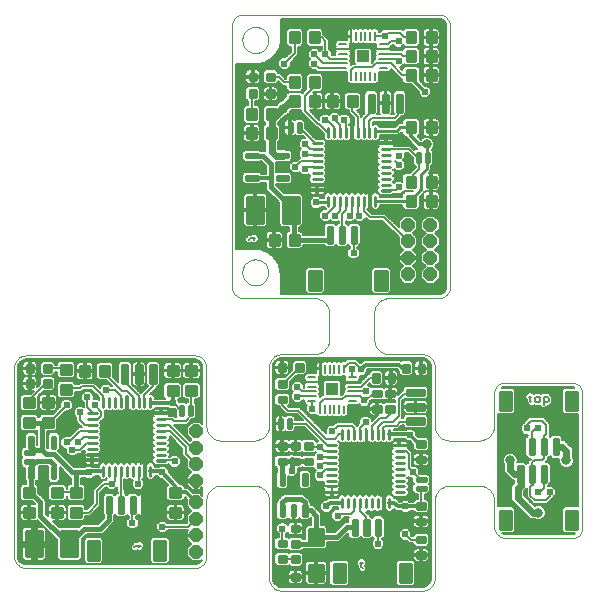
<source format=gtl>
G75*
%MOIN*%
%OFA0B0*%
%FSLAX24Y24*%
%IPPOS*%
%LPD*%
%AMOC8*
5,1,8,0,0,1.08239X$1,22.5*
%
%ADD10C,0.0000*%
%ADD11C,0.0060*%
%ADD12C,0.0099*%
%ADD13C,0.0101*%
%ADD14C,0.0098*%
%ADD15C,0.0100*%
%ADD16C,0.0100*%
%ADD17C,0.0100*%
%ADD18OC8,0.0440*%
%ADD19C,0.0083*%
%ADD20C,0.0079*%
%ADD21R,0.0394X0.0394*%
%ADD22C,0.0240*%
%ADD23C,0.0240*%
%ADD24C,0.0317*%
%ADD25C,0.0080*%
%ADD26C,0.0120*%
%ADD27C,0.0160*%
%ADD28C,0.0320*%
D10*
X000794Y001150D02*
X006412Y001150D01*
X006451Y001152D01*
X006489Y001158D01*
X006526Y001167D01*
X006563Y001180D01*
X006598Y001197D01*
X006631Y001216D01*
X006662Y001239D01*
X006691Y001265D01*
X006717Y001294D01*
X006740Y001325D01*
X006759Y001358D01*
X006776Y001393D01*
X006789Y001430D01*
X006798Y001467D01*
X006804Y001505D01*
X006806Y001544D01*
X006806Y003400D01*
X006808Y003444D01*
X006814Y003487D01*
X006823Y003530D01*
X006836Y003571D01*
X006853Y003612D01*
X006873Y003650D01*
X006897Y003687D01*
X006923Y003722D01*
X006953Y003754D01*
X006985Y003783D01*
X007020Y003810D01*
X007056Y003833D01*
X007095Y003853D01*
X007135Y003870D01*
X007177Y003883D01*
X007220Y003892D01*
X007263Y003898D01*
X007306Y003900D01*
X008369Y003900D01*
X008368Y003900D02*
X008411Y003899D01*
X008453Y003895D01*
X008495Y003888D01*
X008537Y003877D01*
X008577Y003863D01*
X008616Y003845D01*
X008653Y003824D01*
X008688Y003801D01*
X008722Y003774D01*
X008753Y003745D01*
X008781Y003713D01*
X008807Y003679D01*
X008830Y003643D01*
X008850Y003605D01*
X008867Y003566D01*
X008880Y003526D01*
X008890Y003484D01*
X008897Y003442D01*
X008900Y003400D01*
X008900Y000794D01*
X008902Y000755D01*
X008908Y000717D01*
X008917Y000680D01*
X008930Y000643D01*
X008947Y000608D01*
X008966Y000575D01*
X008989Y000544D01*
X009015Y000515D01*
X009044Y000489D01*
X009075Y000466D01*
X009108Y000447D01*
X009143Y000430D01*
X009180Y000417D01*
X009217Y000408D01*
X009255Y000402D01*
X009294Y000400D01*
X014018Y000400D01*
X014057Y000402D01*
X014095Y000408D01*
X014132Y000417D01*
X014169Y000430D01*
X014204Y000447D01*
X014237Y000466D01*
X014268Y000489D01*
X014297Y000515D01*
X014323Y000544D01*
X014346Y000575D01*
X014365Y000608D01*
X014382Y000643D01*
X014395Y000680D01*
X014404Y000717D01*
X014410Y000755D01*
X014412Y000794D01*
X014412Y003400D01*
X014415Y003444D01*
X014422Y003488D01*
X014432Y003531D01*
X014446Y003574D01*
X014464Y003614D01*
X014485Y003653D01*
X014510Y003690D01*
X014538Y003725D01*
X014568Y003757D01*
X014602Y003787D01*
X014637Y003813D01*
X014675Y003836D01*
X014715Y003856D01*
X014757Y003872D01*
X014799Y003885D01*
X014843Y003894D01*
X014887Y003899D01*
X014932Y003900D01*
X014931Y003900D02*
X015869Y003900D01*
X015868Y003900D02*
X015911Y003899D01*
X015953Y003895D01*
X015995Y003888D01*
X016037Y003877D01*
X016077Y003863D01*
X016116Y003845D01*
X016153Y003824D01*
X016188Y003801D01*
X016222Y003774D01*
X016253Y003745D01*
X016281Y003713D01*
X016307Y003679D01*
X016330Y003643D01*
X016350Y003605D01*
X016367Y003566D01*
X016380Y003526D01*
X016390Y003484D01*
X016397Y003442D01*
X016400Y003400D01*
X016400Y002544D01*
X016402Y002505D01*
X016408Y002467D01*
X016417Y002430D01*
X016430Y002393D01*
X016447Y002358D01*
X016466Y002325D01*
X016489Y002294D01*
X016515Y002265D01*
X016544Y002239D01*
X016575Y002216D01*
X016608Y002197D01*
X016643Y002180D01*
X016680Y002167D01*
X016717Y002158D01*
X016755Y002152D01*
X016794Y002150D01*
X019006Y002150D01*
X019018Y002150D01*
X019006Y002150D02*
X019041Y002152D01*
X019075Y002157D01*
X019108Y002166D01*
X019141Y002179D01*
X019172Y002194D01*
X019201Y002213D01*
X019227Y002235D01*
X019252Y002260D01*
X019274Y002286D01*
X019293Y002315D01*
X019308Y002346D01*
X019321Y002379D01*
X019330Y002412D01*
X019335Y002446D01*
X019337Y002481D01*
X019337Y006999D01*
X019335Y007034D01*
X019330Y007068D01*
X019321Y007101D01*
X019308Y007134D01*
X019293Y007165D01*
X019274Y007194D01*
X019252Y007220D01*
X019227Y007245D01*
X019201Y007267D01*
X019172Y007286D01*
X019141Y007301D01*
X019108Y007314D01*
X019075Y007323D01*
X019041Y007328D01*
X019006Y007330D01*
X016731Y007330D01*
X016696Y007328D01*
X016662Y007323D01*
X016629Y007314D01*
X016596Y007301D01*
X016566Y007286D01*
X016536Y007267D01*
X016510Y007245D01*
X016485Y007220D01*
X016463Y007194D01*
X016444Y007165D01*
X016429Y007134D01*
X016416Y007101D01*
X016407Y007068D01*
X016402Y007034D01*
X016400Y006999D01*
X016400Y005900D01*
X016397Y005858D01*
X016390Y005816D01*
X016380Y005774D01*
X016367Y005734D01*
X016350Y005695D01*
X016330Y005657D01*
X016307Y005621D01*
X016281Y005587D01*
X016253Y005555D01*
X016222Y005526D01*
X016188Y005499D01*
X016153Y005476D01*
X016116Y005455D01*
X016077Y005437D01*
X016037Y005423D01*
X015995Y005412D01*
X015953Y005405D01*
X015911Y005401D01*
X015868Y005400D01*
X015869Y005400D02*
X014931Y005400D01*
X014932Y005400D02*
X014887Y005401D01*
X014843Y005406D01*
X014799Y005415D01*
X014757Y005428D01*
X014715Y005444D01*
X014675Y005464D01*
X014637Y005487D01*
X014602Y005513D01*
X014568Y005543D01*
X014538Y005575D01*
X014510Y005610D01*
X014485Y005647D01*
X014464Y005686D01*
X014446Y005726D01*
X014432Y005769D01*
X014422Y005812D01*
X014415Y005856D01*
X014412Y005900D01*
X014412Y007880D01*
X014410Y007919D01*
X014404Y007957D01*
X014395Y007994D01*
X014382Y008031D01*
X014365Y008066D01*
X014346Y008099D01*
X014323Y008130D01*
X014297Y008159D01*
X014268Y008185D01*
X014237Y008208D01*
X014204Y008227D01*
X014169Y008244D01*
X014132Y008257D01*
X014095Y008266D01*
X014057Y008272D01*
X014018Y008274D01*
X012900Y008274D01*
X012857Y008277D01*
X012815Y008284D01*
X012774Y008294D01*
X012733Y008307D01*
X012694Y008324D01*
X012656Y008344D01*
X012620Y008367D01*
X012587Y008393D01*
X012555Y008421D01*
X012526Y008453D01*
X012499Y008486D01*
X012475Y008521D01*
X012455Y008559D01*
X012437Y008598D01*
X012423Y008638D01*
X012412Y008679D01*
X012405Y008721D01*
X012401Y008763D01*
X012400Y008806D01*
X012400Y009619D01*
X012400Y009618D02*
X012401Y009663D01*
X012405Y009708D01*
X012414Y009752D01*
X012426Y009796D01*
X012442Y009838D01*
X012462Y009878D01*
X012485Y009917D01*
X012511Y009954D01*
X012540Y009988D01*
X012573Y010019D01*
X012607Y010048D01*
X012645Y010073D01*
X012684Y010095D01*
X012725Y010113D01*
X012767Y010128D01*
X012811Y010139D01*
X012855Y010146D01*
X012900Y010150D01*
X014537Y010150D01*
X014576Y010152D01*
X014614Y010158D01*
X014651Y010167D01*
X014688Y010180D01*
X014723Y010197D01*
X014756Y010216D01*
X014787Y010239D01*
X014816Y010265D01*
X014842Y010294D01*
X014865Y010325D01*
X014884Y010358D01*
X014901Y010393D01*
X014914Y010430D01*
X014923Y010467D01*
X014929Y010505D01*
X014931Y010544D01*
X014931Y019218D01*
X014930Y019218D02*
X014927Y019256D01*
X014921Y019294D01*
X014911Y019330D01*
X014898Y019366D01*
X014881Y019400D01*
X014861Y019432D01*
X014838Y019462D01*
X014812Y019490D01*
X014784Y019515D01*
X014753Y019537D01*
X014720Y019556D01*
X014685Y019572D01*
X014649Y019584D01*
X014612Y019593D01*
X014575Y019598D01*
X014537Y019599D01*
X008044Y019599D01*
X008043Y019599D02*
X008005Y019598D01*
X007968Y019593D01*
X007931Y019584D01*
X007895Y019572D01*
X007860Y019556D01*
X007827Y019537D01*
X007796Y019515D01*
X007768Y019490D01*
X007742Y019462D01*
X007719Y019432D01*
X007699Y019400D01*
X007682Y019366D01*
X007669Y019330D01*
X007659Y019294D01*
X007653Y019256D01*
X007650Y019218D01*
X007650Y010544D01*
X007652Y010505D01*
X007658Y010467D01*
X007667Y010430D01*
X007680Y010393D01*
X007697Y010358D01*
X007716Y010325D01*
X007739Y010294D01*
X007765Y010265D01*
X007794Y010239D01*
X007825Y010216D01*
X007858Y010197D01*
X007893Y010180D01*
X007930Y010167D01*
X007967Y010158D01*
X008005Y010152D01*
X008044Y010150D01*
X010400Y010150D01*
X010442Y010147D01*
X010484Y010140D01*
X010526Y010130D01*
X010566Y010117D01*
X010605Y010100D01*
X010643Y010080D01*
X010679Y010057D01*
X010713Y010031D01*
X010745Y010003D01*
X010774Y009972D01*
X010801Y009938D01*
X010824Y009903D01*
X010845Y009866D01*
X010863Y009827D01*
X010877Y009787D01*
X010888Y009745D01*
X010895Y009703D01*
X010899Y009661D01*
X010900Y009618D01*
X010900Y009619D02*
X010900Y008806D01*
X010899Y008763D01*
X010895Y008721D01*
X010888Y008679D01*
X010877Y008638D01*
X010863Y008598D01*
X010845Y008559D01*
X010825Y008521D01*
X010801Y008486D01*
X010774Y008453D01*
X010745Y008421D01*
X010713Y008393D01*
X010680Y008367D01*
X010644Y008344D01*
X010606Y008324D01*
X010567Y008307D01*
X010526Y008294D01*
X010485Y008284D01*
X010443Y008277D01*
X010400Y008274D01*
X009294Y008274D01*
X009255Y008272D01*
X009217Y008266D01*
X009180Y008257D01*
X009143Y008244D01*
X009108Y008227D01*
X009075Y008208D01*
X009044Y008185D01*
X009015Y008159D01*
X008989Y008130D01*
X008966Y008099D01*
X008947Y008066D01*
X008930Y008031D01*
X008917Y007994D01*
X008908Y007957D01*
X008902Y007919D01*
X008900Y007880D01*
X008900Y005900D01*
X008897Y005858D01*
X008890Y005816D01*
X008880Y005774D01*
X008867Y005734D01*
X008850Y005695D01*
X008830Y005657D01*
X008807Y005621D01*
X008781Y005587D01*
X008753Y005555D01*
X008722Y005526D01*
X008688Y005499D01*
X008653Y005476D01*
X008616Y005455D01*
X008577Y005437D01*
X008537Y005423D01*
X008495Y005412D01*
X008453Y005405D01*
X008411Y005401D01*
X008368Y005400D01*
X008369Y005400D02*
X007306Y005400D01*
X007263Y005402D01*
X007220Y005408D01*
X007177Y005417D01*
X007135Y005430D01*
X007095Y005447D01*
X007056Y005467D01*
X007020Y005490D01*
X006985Y005517D01*
X006953Y005546D01*
X006923Y005578D01*
X006897Y005613D01*
X006873Y005650D01*
X006853Y005688D01*
X006836Y005729D01*
X006823Y005770D01*
X006814Y005813D01*
X006808Y005856D01*
X006806Y005900D01*
X006806Y007843D01*
X006804Y007882D01*
X006798Y007920D01*
X006789Y007957D01*
X006776Y007994D01*
X006759Y008029D01*
X006740Y008062D01*
X006717Y008093D01*
X006691Y008122D01*
X006662Y008148D01*
X006631Y008171D01*
X006598Y008190D01*
X006563Y008207D01*
X006526Y008220D01*
X006489Y008229D01*
X006451Y008235D01*
X006412Y008237D01*
X000794Y008237D01*
X000755Y008235D01*
X000717Y008229D01*
X000680Y008220D01*
X000643Y008207D01*
X000608Y008190D01*
X000575Y008171D01*
X000544Y008148D01*
X000515Y008122D01*
X000489Y008093D01*
X000466Y008062D01*
X000447Y008029D01*
X000430Y007994D01*
X000417Y007957D01*
X000408Y007920D01*
X000402Y007882D01*
X000400Y007843D01*
X000400Y001544D01*
X000402Y001505D01*
X000408Y001467D01*
X000417Y001430D01*
X000430Y001393D01*
X000447Y001358D01*
X000466Y001325D01*
X000489Y001294D01*
X000515Y001265D01*
X000544Y001239D01*
X000575Y001216D01*
X000608Y001197D01*
X000643Y001180D01*
X000680Y001167D01*
X000717Y001158D01*
X000755Y001152D01*
X000794Y001150D01*
X008900Y007880D02*
X008900Y007900D01*
X008004Y011006D02*
X008006Y011047D01*
X008012Y011088D01*
X008022Y011128D01*
X008035Y011167D01*
X008052Y011204D01*
X008073Y011240D01*
X008097Y011274D01*
X008124Y011305D01*
X008153Y011333D01*
X008186Y011359D01*
X008220Y011381D01*
X008257Y011400D01*
X008295Y011415D01*
X008335Y011427D01*
X008375Y011435D01*
X008416Y011439D01*
X008458Y011439D01*
X008499Y011435D01*
X008539Y011427D01*
X008579Y011415D01*
X008617Y011400D01*
X008653Y011381D01*
X008688Y011359D01*
X008721Y011333D01*
X008750Y011305D01*
X008777Y011274D01*
X008801Y011240D01*
X008822Y011204D01*
X008839Y011167D01*
X008852Y011128D01*
X008862Y011088D01*
X008868Y011047D01*
X008870Y011006D01*
X008868Y010965D01*
X008862Y010924D01*
X008852Y010884D01*
X008839Y010845D01*
X008822Y010808D01*
X008801Y010772D01*
X008777Y010738D01*
X008750Y010707D01*
X008721Y010679D01*
X008688Y010653D01*
X008654Y010631D01*
X008617Y010612D01*
X008579Y010597D01*
X008539Y010585D01*
X008499Y010577D01*
X008458Y010573D01*
X008416Y010573D01*
X008375Y010577D01*
X008335Y010585D01*
X008295Y010597D01*
X008257Y010612D01*
X008221Y010631D01*
X008186Y010653D01*
X008153Y010679D01*
X008124Y010707D01*
X008097Y010738D01*
X008073Y010772D01*
X008052Y010808D01*
X008035Y010845D01*
X008022Y010884D01*
X008012Y010924D01*
X008006Y010965D01*
X008004Y011006D01*
X008004Y018755D02*
X008006Y018796D01*
X008012Y018837D01*
X008022Y018877D01*
X008035Y018916D01*
X008052Y018953D01*
X008073Y018989D01*
X008097Y019023D01*
X008124Y019054D01*
X008153Y019082D01*
X008186Y019108D01*
X008220Y019130D01*
X008257Y019149D01*
X008295Y019164D01*
X008335Y019176D01*
X008375Y019184D01*
X008416Y019188D01*
X008458Y019188D01*
X008499Y019184D01*
X008539Y019176D01*
X008579Y019164D01*
X008617Y019149D01*
X008653Y019130D01*
X008688Y019108D01*
X008721Y019082D01*
X008750Y019054D01*
X008777Y019023D01*
X008801Y018989D01*
X008822Y018953D01*
X008839Y018916D01*
X008852Y018877D01*
X008862Y018837D01*
X008868Y018796D01*
X008870Y018755D01*
X008868Y018714D01*
X008862Y018673D01*
X008852Y018633D01*
X008839Y018594D01*
X008822Y018557D01*
X008801Y018521D01*
X008777Y018487D01*
X008750Y018456D01*
X008721Y018428D01*
X008688Y018402D01*
X008654Y018380D01*
X008617Y018361D01*
X008579Y018346D01*
X008539Y018334D01*
X008499Y018326D01*
X008458Y018322D01*
X008416Y018322D01*
X008375Y018326D01*
X008335Y018334D01*
X008295Y018346D01*
X008257Y018361D01*
X008221Y018380D01*
X008186Y018402D01*
X008153Y018428D01*
X008124Y018456D01*
X008097Y018487D01*
X008073Y018521D01*
X008052Y018557D01*
X008035Y018594D01*
X008022Y018633D01*
X008012Y018673D01*
X008006Y018714D01*
X008004Y018755D01*
D11*
X008626Y017973D02*
X008726Y018000D01*
X008728Y017999D01*
X008738Y018003D01*
X008748Y018006D01*
X008750Y018009D01*
X008844Y018051D01*
X008847Y018050D01*
X008856Y018056D01*
X008866Y018060D01*
X008867Y018063D01*
X008954Y018119D01*
X008957Y018119D01*
X008964Y018126D01*
X008973Y018132D01*
X008974Y018135D01*
X009051Y018204D01*
X009054Y018204D01*
X009061Y018212D01*
X009069Y018219D01*
X009069Y018222D01*
X009134Y018303D01*
X009137Y018303D01*
X009142Y018313D01*
X009149Y018321D01*
X009148Y018324D01*
X009200Y018413D01*
X009203Y018414D01*
X009207Y018424D01*
X009212Y018434D01*
X009211Y018436D01*
X009249Y018533D01*
X009251Y018534D01*
X009253Y018545D01*
X009257Y018555D01*
X009256Y018557D01*
X009277Y018659D01*
X009280Y018660D01*
X009280Y018671D01*
X009282Y018682D01*
X009281Y018684D01*
X009286Y018785D01*
X009287Y018786D01*
X009287Y018798D01*
X009288Y018811D01*
X009287Y018812D01*
X009287Y019469D01*
X014484Y019469D01*
X014485Y019468D01*
X014538Y019469D01*
X014539Y019469D01*
X014589Y019465D01*
X014683Y019428D01*
X014755Y019358D01*
X014795Y019266D01*
X014801Y019216D01*
X014801Y010544D01*
X014795Y010492D01*
X014756Y010397D01*
X014683Y010324D01*
X014588Y010285D01*
X014537Y010280D01*
X012952Y010280D01*
X012950Y010282D01*
X012898Y010280D01*
X012846Y010280D01*
X012846Y010280D01*
X010454Y010280D01*
X010402Y010280D01*
X010350Y010282D01*
X010348Y010280D01*
X009280Y010280D01*
X009280Y010966D01*
X009281Y010968D01*
X009280Y010979D01*
X009280Y010991D01*
X009279Y010992D01*
X009268Y011094D01*
X009269Y011096D01*
X009267Y011107D01*
X009266Y011117D01*
X009263Y011119D01*
X009237Y011219D01*
X009238Y011222D01*
X009233Y011232D01*
X009231Y011242D01*
X009228Y011243D01*
X009186Y011338D01*
X009187Y011341D01*
X009181Y011350D01*
X009177Y011359D01*
X009174Y011360D01*
X009118Y011447D01*
X009118Y011450D01*
X009111Y011458D01*
X009105Y011467D01*
X009102Y011468D01*
X009033Y011545D01*
X009033Y011547D01*
X009024Y011554D01*
X009017Y011562D01*
X009014Y011562D01*
X008934Y011627D01*
X008933Y011630D01*
X008924Y011636D01*
X008916Y011642D01*
X008913Y011642D01*
X008824Y011694D01*
X008822Y011696D01*
X008812Y011700D01*
X008803Y011706D01*
X008800Y011705D01*
X008704Y011742D01*
X008702Y011745D01*
X008692Y011747D01*
X008682Y011751D01*
X008679Y011749D01*
X008578Y011771D01*
X008576Y011773D01*
X008566Y011774D01*
X008555Y011776D01*
X008553Y011774D01*
X008451Y011780D01*
X008451Y011781D01*
X008438Y011781D01*
X008426Y011781D01*
X008425Y011781D01*
X007780Y011781D01*
X007780Y017957D01*
X008473Y017957D01*
X008474Y017956D01*
X008486Y017957D01*
X008497Y017957D01*
X008498Y017958D01*
X008600Y017969D01*
X008603Y017967D01*
X008613Y017970D01*
X008624Y017971D01*
X008626Y017973D01*
X008697Y017993D02*
X009190Y017993D01*
X009190Y018049D02*
X009190Y017876D01*
X007780Y017876D01*
X007780Y017934D02*
X009190Y017934D01*
X009190Y017876D02*
X009313Y017753D01*
X009487Y017753D01*
X009610Y017876D01*
X010190Y017876D01*
X010313Y017753D01*
X010440Y017753D01*
X010494Y017699D01*
X011154Y017699D01*
X011165Y017687D01*
X011500Y017687D01*
X011500Y017353D01*
X011577Y017276D01*
X011686Y017276D01*
X011710Y017300D01*
X011734Y017276D01*
X011843Y017276D01*
X011868Y017300D01*
X011892Y017276D01*
X012001Y017276D01*
X012025Y017301D01*
X012050Y017276D01*
X012157Y017276D01*
X012182Y017301D01*
X012207Y017276D01*
X012316Y017276D01*
X012340Y017300D01*
X012364Y017276D01*
X012473Y017276D01*
X012550Y017353D01*
X012550Y017687D01*
X012885Y017687D01*
X012961Y017764D01*
X012961Y017780D01*
X013284Y017458D01*
X013341Y017458D01*
X013341Y017363D01*
X013423Y017281D01*
X013619Y017281D01*
X013878Y017023D01*
X013878Y016938D01*
X014001Y016815D01*
X014174Y016815D01*
X014297Y016938D01*
X014297Y017112D01*
X014174Y017235D01*
X014090Y017235D01*
X013915Y017410D01*
X013915Y017812D01*
X013833Y017894D01*
X013423Y017894D01*
X013341Y017812D01*
X013341Y017768D01*
X013263Y017846D01*
X013299Y017846D01*
X013391Y017938D01*
X013423Y017906D01*
X013833Y017906D01*
X013915Y017988D01*
X013915Y018437D01*
X013833Y018519D01*
X013423Y018519D01*
X013341Y018437D01*
X013341Y018410D01*
X013340Y018411D01*
X012956Y018411D01*
X012961Y018431D01*
X012961Y018449D01*
X012961Y018466D01*
X012953Y018499D01*
X012940Y018521D01*
X013012Y018593D01*
X013036Y018593D01*
X013126Y018503D01*
X013299Y018503D01*
X013375Y018578D01*
X013423Y018531D01*
X013833Y018531D01*
X013915Y018613D01*
X013915Y019062D01*
X013833Y019144D01*
X013423Y019144D01*
X013350Y019071D01*
X013298Y019124D01*
X012815Y019124D01*
X012801Y019110D01*
X012688Y019110D01*
X012608Y019030D01*
X012550Y019030D01*
X012550Y019072D01*
X012473Y019149D01*
X012364Y019149D01*
X012340Y019125D01*
X012316Y019149D01*
X012207Y019149D01*
X012182Y019125D01*
X012158Y019149D01*
X012049Y019149D01*
X012025Y019125D01*
X012001Y019149D01*
X011892Y019149D01*
X011868Y019125D01*
X011843Y019149D01*
X011734Y019149D01*
X011710Y019124D01*
X011682Y019140D01*
X011649Y019149D01*
X011631Y019149D01*
X011614Y019149D01*
X011581Y019140D01*
X011551Y019123D01*
X011526Y019098D01*
X011509Y019068D01*
X011500Y019035D01*
X011500Y018892D01*
X011631Y018892D01*
X011631Y019149D01*
X011631Y018892D01*
X011631Y018892D01*
X011631Y018892D01*
X011500Y018892D01*
X011500Y018748D01*
X011503Y018738D01*
X011165Y018738D01*
X011089Y018661D01*
X011089Y018552D01*
X011113Y018527D01*
X011097Y018499D01*
X011089Y018466D01*
X011089Y018449D01*
X011356Y018449D01*
X011623Y018449D01*
X011623Y018466D01*
X011614Y018499D01*
X011597Y018529D01*
X011589Y018537D01*
X011603Y018552D01*
X011603Y018637D01*
X011614Y018634D01*
X011631Y018634D01*
X011631Y018892D01*
X011631Y018892D01*
X011631Y018634D01*
X011649Y018634D01*
X011682Y018643D01*
X011697Y018652D01*
X011734Y018615D01*
X011843Y018615D01*
X011868Y018639D01*
X011892Y018615D01*
X012001Y018615D01*
X012025Y018639D01*
X012049Y018615D01*
X012158Y018615D01*
X012182Y018639D01*
X012207Y018615D01*
X012316Y018615D01*
X012350Y018649D01*
X012364Y018634D01*
X012447Y018634D01*
X012447Y018552D01*
X012461Y018537D01*
X012453Y018529D01*
X012436Y018499D01*
X012427Y018466D01*
X012427Y018449D01*
X012694Y018449D01*
X012694Y018449D01*
X012427Y018449D01*
X012427Y018431D01*
X012436Y018398D01*
X012452Y018370D01*
X012427Y018346D01*
X012427Y018237D01*
X012451Y018212D01*
X012427Y018188D01*
X012427Y018106D01*
X012422Y018106D01*
X012312Y017996D01*
X012312Y018447D01*
X012259Y018499D01*
X011791Y018499D01*
X011738Y018447D01*
X011738Y017978D01*
X011749Y017967D01*
X011659Y017967D01*
X011623Y017932D01*
X011623Y018031D01*
X011599Y018055D01*
X011623Y018079D01*
X011623Y018188D01*
X011599Y018213D01*
X011623Y018237D01*
X011623Y018346D01*
X011598Y018370D01*
X011614Y018398D01*
X011623Y018431D01*
X011623Y018449D01*
X011356Y018449D01*
X011356Y018449D01*
X011356Y018449D01*
X011089Y018449D01*
X011089Y018431D01*
X011097Y018398D01*
X011113Y018370D01*
X011089Y018346D01*
X011089Y018254D01*
X010985Y018254D01*
X010985Y018362D01*
X010895Y018452D01*
X010895Y018762D01*
X010825Y018832D01*
X010825Y018832D01*
X010770Y018887D01*
X010709Y018948D01*
X010709Y019062D01*
X010627Y019144D01*
X010217Y019144D01*
X010135Y019062D01*
X010135Y018613D01*
X010217Y018531D01*
X010627Y018531D01*
X010655Y018559D01*
X010655Y018452D01*
X010588Y018384D01*
X010487Y018485D01*
X010313Y018485D01*
X010190Y018362D01*
X010190Y018188D01*
X010259Y018119D01*
X010190Y018049D01*
X010190Y017876D01*
X010190Y017934D02*
X009610Y017934D01*
X009610Y017876D02*
X009610Y018003D01*
X009803Y018195D01*
X009873Y018266D01*
X009873Y018531D01*
X009958Y018531D01*
X010040Y018613D01*
X010040Y019062D01*
X009958Y019144D01*
X009548Y019144D01*
X009466Y019062D01*
X009466Y018613D01*
X009548Y018531D01*
X009633Y018531D01*
X009633Y018365D01*
X009440Y018172D01*
X009313Y018172D01*
X009190Y018049D01*
X009192Y018051D02*
X008849Y018051D01*
X008939Y018110D02*
X009250Y018110D01*
X009309Y018168D02*
X009011Y018168D01*
X009072Y018227D02*
X009494Y018227D01*
X009553Y018285D02*
X009120Y018285D01*
X009160Y018344D02*
X009611Y018344D01*
X009633Y018402D02*
X009194Y018402D01*
X009221Y018461D02*
X009633Y018461D01*
X009633Y018519D02*
X009243Y018519D01*
X009260Y018578D02*
X009501Y018578D01*
X009466Y018636D02*
X009273Y018636D01*
X009281Y018695D02*
X009466Y018695D01*
X009466Y018753D02*
X009285Y018753D01*
X009287Y018812D02*
X009466Y018812D01*
X009466Y018870D02*
X009287Y018870D01*
X009287Y018929D02*
X009466Y018929D01*
X009466Y018987D02*
X009287Y018987D01*
X009287Y019046D02*
X009466Y019046D01*
X009508Y019104D02*
X009287Y019104D01*
X009287Y019163D02*
X014801Y019163D01*
X014800Y019221D02*
X009287Y019221D01*
X009287Y019280D02*
X014789Y019280D01*
X014763Y019338D02*
X009287Y019338D01*
X009287Y019397D02*
X014715Y019397D01*
X014614Y019455D02*
X009287Y019455D01*
X009753Y018838D02*
X009753Y018315D01*
X009400Y017963D01*
X009552Y017817D02*
X010248Y017817D01*
X010307Y017759D02*
X009493Y017759D01*
X009548Y017644D02*
X009466Y017562D01*
X009466Y017457D01*
X009450Y017457D01*
X009332Y017575D01*
X009262Y017645D01*
X009193Y017645D01*
X009193Y017690D01*
X009111Y017772D01*
X008780Y017772D01*
X008698Y017690D01*
X008698Y017360D01*
X008780Y017278D01*
X009111Y017278D01*
X009193Y017360D01*
X009193Y017375D01*
X009350Y017218D01*
X009466Y017218D01*
X009466Y017113D01*
X009548Y017031D01*
X009715Y017031D01*
X009667Y017019D01*
X009548Y017019D01*
X009466Y016937D01*
X009466Y016883D01*
X009309Y016716D01*
X009224Y016680D01*
X009154Y016610D01*
X009142Y016582D01*
X008779Y016582D01*
X008698Y016500D01*
X008698Y016050D01*
X008775Y015973D01*
X008775Y015952D01*
X008698Y015875D01*
X008698Y015425D01*
X008775Y015348D01*
X008775Y015047D01*
X008753Y015069D01*
X008598Y015069D01*
X008570Y015097D01*
X008081Y015097D01*
X007999Y015015D01*
X007999Y014783D01*
X008075Y014708D01*
X008053Y014695D01*
X008027Y014669D01*
X008009Y014637D01*
X007999Y014602D01*
X007999Y014549D01*
X008302Y014549D01*
X008302Y014501D01*
X007999Y014501D01*
X007999Y014448D01*
X008009Y014413D01*
X008027Y014381D01*
X008053Y014355D01*
X008075Y014342D01*
X007999Y014267D01*
X007999Y014035D01*
X008081Y013953D01*
X008570Y013953D01*
X008618Y014001D01*
X008793Y014001D01*
X008793Y013767D01*
X009211Y013349D01*
X009211Y012607D01*
X009293Y012525D01*
X009543Y012525D01*
X009543Y012394D01*
X009529Y012394D01*
X009448Y012312D01*
X009448Y011863D01*
X009529Y011781D01*
X009940Y011781D01*
X010021Y011863D01*
X010021Y011918D01*
X010754Y011918D01*
X010808Y011864D01*
X011061Y011864D01*
X011131Y011934D01*
X011202Y011864D01*
X011454Y011864D01*
X011525Y011934D01*
X011593Y011867D01*
X011593Y011827D01*
X011503Y011737D01*
X011503Y011563D01*
X011626Y011440D01*
X011799Y011440D01*
X011922Y011563D01*
X011922Y011737D01*
X011832Y011827D01*
X011832Y011864D01*
X011848Y011864D01*
X011923Y011939D01*
X011935Y011918D01*
X011961Y011892D01*
X011993Y011873D01*
X012029Y011864D01*
X012086Y011864D01*
X012086Y012230D01*
X012145Y012230D01*
X012145Y012288D01*
X012324Y012288D01*
X012324Y012533D01*
X012314Y012568D01*
X012296Y012600D01*
X012270Y012626D01*
X012238Y012644D01*
X012202Y012654D01*
X012145Y012654D01*
X012145Y012288D01*
X012086Y012288D01*
X012086Y012654D01*
X012029Y012654D01*
X011993Y012644D01*
X011961Y012626D01*
X011935Y012600D01*
X011923Y012579D01*
X011848Y012654D01*
X011596Y012654D01*
X011525Y012583D01*
X011457Y012651D01*
X011457Y012733D01*
X011501Y012690D01*
X011674Y012690D01*
X011744Y012759D01*
X011813Y012690D01*
X011987Y012690D01*
X012110Y012813D01*
X012110Y012833D01*
X012155Y012788D01*
X012225Y012718D01*
X012675Y012718D01*
X013221Y012172D01*
X013215Y012166D01*
X013215Y011909D01*
X013362Y011762D01*
X013215Y011616D01*
X013215Y011517D01*
X013495Y011517D01*
X013495Y011458D01*
X013215Y011458D01*
X013215Y011359D01*
X013362Y011213D01*
X013215Y011066D01*
X013215Y010809D01*
X013397Y010628D01*
X013653Y010628D01*
X013835Y010809D01*
X013835Y011066D01*
X013688Y011213D01*
X013835Y011359D01*
X013835Y011458D01*
X013555Y011458D01*
X013555Y011517D01*
X013835Y011517D01*
X013835Y011616D01*
X013688Y011762D01*
X013835Y011909D01*
X013835Y012166D01*
X013688Y012312D01*
X013835Y012459D01*
X013835Y012716D01*
X013653Y012897D01*
X013397Y012897D01*
X013215Y012716D01*
X013215Y012517D01*
X012775Y012957D01*
X012325Y012957D01*
X012164Y013119D01*
X012187Y013106D01*
X012222Y013096D01*
X012241Y013096D01*
X012259Y013096D01*
X012294Y013106D01*
X012326Y013124D01*
X012339Y013137D01*
X012339Y013137D01*
X012380Y013096D01*
X012495Y013096D01*
X012577Y013178D01*
X012577Y013243D01*
X013341Y013243D01*
X013341Y013175D01*
X013423Y013093D01*
X013833Y013093D01*
X013915Y013175D01*
X013915Y013529D01*
X014020Y013635D01*
X014038Y013652D01*
X014020Y013621D01*
X014010Y013586D01*
X014010Y013430D01*
X014267Y013430D01*
X014267Y013370D01*
X014010Y013370D01*
X014010Y013214D01*
X014020Y013179D01*
X014038Y013147D01*
X014064Y013121D01*
X014096Y013103D01*
X014131Y013093D01*
X014267Y013093D01*
X014267Y013370D01*
X014327Y013370D01*
X014327Y013093D01*
X014463Y013093D01*
X014499Y013103D01*
X014530Y013121D01*
X014556Y013147D01*
X014575Y013179D01*
X014584Y013214D01*
X014584Y013370D01*
X014327Y013370D01*
X014327Y013430D01*
X014267Y013430D01*
X014267Y013707D01*
X014131Y013707D01*
X014096Y013697D01*
X014064Y013679D01*
X014102Y013717D01*
X014102Y013726D01*
X014131Y013718D01*
X014267Y013718D01*
X014267Y013995D01*
X014327Y013995D01*
X014327Y013718D01*
X014463Y013718D01*
X014499Y013728D01*
X014530Y013746D01*
X014556Y013772D01*
X014575Y013804D01*
X014584Y013839D01*
X014801Y013839D01*
X014801Y013781D02*
X014561Y013781D01*
X014584Y013839D02*
X014584Y013995D01*
X014327Y013995D01*
X014327Y014055D01*
X014267Y014055D01*
X014267Y014332D01*
X014217Y014332D01*
X014290Y014405D01*
X014290Y014555D01*
X014365Y014630D01*
X014365Y015045D01*
X014320Y015091D01*
X014362Y015133D01*
X014400Y015225D01*
X014400Y015325D01*
X014362Y015417D01*
X014292Y015487D01*
X014200Y015525D01*
X014100Y015525D01*
X014008Y015487D01*
X013954Y015433D01*
X013845Y015542D01*
X013915Y015613D01*
X013915Y016062D01*
X014022Y016062D01*
X014020Y016059D02*
X014010Y016023D01*
X014010Y015867D01*
X014267Y015867D01*
X014267Y015808D01*
X014010Y015808D01*
X014010Y015652D01*
X014020Y015616D01*
X014038Y015585D01*
X014064Y015559D01*
X014096Y015540D01*
X014131Y015531D01*
X014267Y015531D01*
X014267Y015807D01*
X014327Y015807D01*
X014327Y015531D01*
X014463Y015531D01*
X014499Y015540D01*
X014530Y015559D01*
X014556Y015585D01*
X014575Y015616D01*
X014584Y015652D01*
X014584Y015808D01*
X014327Y015808D01*
X014327Y015867D01*
X014584Y015867D01*
X014584Y016023D01*
X014575Y016059D01*
X014556Y016090D01*
X014530Y016116D01*
X014499Y016135D01*
X014463Y016144D01*
X014327Y016144D01*
X014327Y015868D01*
X014267Y015868D01*
X014267Y016144D01*
X014131Y016144D01*
X014096Y016135D01*
X014064Y016116D01*
X014038Y016090D01*
X014020Y016059D01*
X014010Y016004D02*
X013915Y016004D01*
X013915Y016062D02*
X013833Y016144D01*
X013423Y016144D01*
X013341Y016062D01*
X013169Y016062D01*
X013137Y016030D02*
X013263Y016156D01*
X013296Y016180D01*
X013298Y016190D01*
X013305Y016198D01*
X013305Y016225D01*
X013393Y016225D01*
X013475Y016307D01*
X013475Y016993D01*
X013393Y017075D01*
X013101Y017075D01*
X013020Y016993D01*
X013020Y016307D01*
X013047Y016279D01*
X013038Y016270D01*
X012966Y016270D01*
X012975Y016279D01*
X012993Y016311D01*
X013003Y016347D01*
X013003Y016620D01*
X012805Y016620D01*
X012805Y016680D01*
X012745Y016680D01*
X012745Y017075D01*
X012668Y017075D01*
X012633Y017065D01*
X012601Y017047D01*
X012575Y017021D01*
X012557Y016989D01*
X012547Y016953D01*
X012547Y016680D01*
X012745Y016680D01*
X012745Y016620D01*
X012547Y016620D01*
X012547Y016347D01*
X012557Y016311D01*
X012575Y016279D01*
X012584Y016270D01*
X012493Y016270D01*
X012530Y016307D01*
X012530Y016993D01*
X012449Y017075D01*
X012157Y017075D01*
X012075Y016993D01*
X012075Y016307D01*
X011967Y016199D01*
X011967Y016253D01*
X011814Y016406D01*
X011877Y016406D01*
X011959Y016488D01*
X011959Y016937D01*
X011877Y017019D01*
X011467Y017019D01*
X011385Y016937D01*
X011385Y016488D01*
X011467Y016406D01*
X011552Y016406D01*
X011552Y016328D01*
X011622Y016258D01*
X011727Y016153D01*
X011727Y015931D01*
X011704Y015944D01*
X011668Y015954D01*
X011650Y015954D01*
X011632Y015954D01*
X011596Y015944D01*
X011573Y015931D01*
X011573Y015964D01*
X011610Y016001D01*
X011610Y016174D01*
X011487Y016297D01*
X011313Y016297D01*
X011275Y016259D01*
X011174Y016360D01*
X011001Y016360D01*
X010900Y016259D01*
X010862Y016297D01*
X010688Y016297D01*
X010565Y016174D01*
X010565Y016092D01*
X010249Y016408D01*
X010256Y016406D01*
X010392Y016406D01*
X010392Y016682D01*
X010452Y016682D01*
X010452Y016406D01*
X010588Y016406D01*
X010624Y016415D01*
X010655Y016434D01*
X010681Y016460D01*
X010700Y016491D01*
X010709Y016527D01*
X010709Y016683D01*
X010452Y016683D01*
X010452Y016742D01*
X010709Y016742D01*
X010709Y016898D01*
X010700Y016934D01*
X010681Y016965D01*
X010655Y016991D01*
X010624Y017010D01*
X010588Y017019D01*
X010452Y017019D01*
X010452Y016743D01*
X010392Y016743D01*
X010392Y017019D01*
X010376Y017019D01*
X010388Y017031D01*
X010627Y017031D01*
X010709Y017113D01*
X010709Y017562D01*
X010627Y017644D01*
X010217Y017644D01*
X010135Y017562D01*
X010135Y017118D01*
X009997Y016980D01*
X009958Y017019D01*
X009761Y017019D01*
X009760Y017019D01*
X009735Y017019D01*
X009715Y017031D01*
X009958Y017031D01*
X010040Y017113D01*
X010040Y017562D01*
X009958Y017644D01*
X009548Y017644D01*
X009545Y017642D02*
X009266Y017642D01*
X009324Y017583D02*
X009487Y017583D01*
X009466Y017525D02*
X009383Y017525D01*
X009441Y017466D02*
X009466Y017466D01*
X009400Y017338D02*
X009213Y017525D01*
X008945Y017525D01*
X008698Y017525D02*
X008385Y017525D01*
X008385Y017555D02*
X008602Y017555D01*
X008602Y017651D01*
X008593Y017686D01*
X008574Y017718D01*
X008548Y017744D01*
X008516Y017763D01*
X008480Y017772D01*
X008385Y017772D01*
X008385Y017555D01*
X008385Y017495D01*
X008602Y017495D01*
X008602Y017399D01*
X008593Y017364D01*
X008574Y017332D01*
X008548Y017306D01*
X008516Y017287D01*
X008480Y017278D01*
X008385Y017278D01*
X008385Y017495D01*
X008325Y017495D01*
X008325Y017278D01*
X008229Y017278D01*
X008193Y017287D01*
X008161Y017306D01*
X008135Y017332D01*
X008117Y017364D01*
X008107Y017399D01*
X008107Y017495D01*
X008325Y017495D01*
X008325Y017555D01*
X008325Y017772D01*
X008229Y017772D01*
X008193Y017763D01*
X008161Y017744D01*
X008135Y017718D01*
X008117Y017686D01*
X008107Y017651D01*
X008107Y017555D01*
X008325Y017555D01*
X008385Y017555D01*
X008385Y017583D02*
X008325Y017583D01*
X008325Y017525D02*
X007780Y017525D01*
X007780Y017583D02*
X008107Y017583D01*
X008107Y017642D02*
X007780Y017642D01*
X007780Y017700D02*
X008125Y017700D01*
X008186Y017759D02*
X007780Y017759D01*
X007780Y017817D02*
X009248Y017817D01*
X009307Y017759D02*
X009124Y017759D01*
X009183Y017700D02*
X010493Y017700D01*
X010544Y017819D02*
X010400Y017963D01*
X010544Y017819D02*
X011346Y017819D01*
X011356Y017976D02*
X010699Y017976D01*
X010400Y018275D01*
X010570Y018402D02*
X010605Y018402D01*
X010655Y018461D02*
X010511Y018461D01*
X010655Y018519D02*
X009873Y018519D01*
X009873Y018461D02*
X010289Y018461D01*
X010230Y018402D02*
X009873Y018402D01*
X009873Y018344D02*
X010190Y018344D01*
X010190Y018285D02*
X009873Y018285D01*
X009834Y018227D02*
X010190Y018227D01*
X010210Y018168D02*
X009775Y018168D01*
X009717Y018110D02*
X010250Y018110D01*
X010192Y018051D02*
X009658Y018051D01*
X009610Y017993D02*
X010190Y017993D01*
X010214Y017642D02*
X009961Y017642D01*
X010019Y017583D02*
X010156Y017583D01*
X010135Y017525D02*
X010040Y017525D01*
X010040Y017466D02*
X010135Y017466D01*
X010135Y017408D02*
X010040Y017408D01*
X010040Y017349D02*
X010135Y017349D01*
X010135Y017291D02*
X010040Y017291D01*
X010040Y017232D02*
X010135Y017232D01*
X010135Y017174D02*
X010040Y017174D01*
X010040Y017115D02*
X010133Y017115D01*
X010074Y017057D02*
X009984Y017057D01*
X009979Y016998D02*
X010016Y016998D01*
X010088Y016900D02*
X010422Y017235D01*
X010422Y017338D01*
X010709Y017349D02*
X011504Y017349D01*
X011500Y017408D02*
X010709Y017408D01*
X010709Y017466D02*
X011500Y017466D01*
X011500Y017525D02*
X010709Y017525D01*
X010688Y017583D02*
X011500Y017583D01*
X011500Y017642D02*
X010630Y017642D01*
X010709Y017291D02*
X011562Y017291D01*
X011700Y017291D02*
X011720Y017291D01*
X011858Y017291D02*
X011877Y017291D01*
X012015Y017291D02*
X012036Y017291D01*
X012172Y017291D02*
X012192Y017291D01*
X012330Y017291D02*
X012350Y017291D01*
X012488Y017291D02*
X013413Y017291D01*
X013354Y017349D02*
X012546Y017349D01*
X012550Y017408D02*
X013341Y017408D01*
X013275Y017466D02*
X012550Y017466D01*
X012550Y017525D02*
X013217Y017525D01*
X013158Y017583D02*
X012550Y017583D01*
X012550Y017642D02*
X013100Y017642D01*
X013041Y017700D02*
X012897Y017700D01*
X012956Y017759D02*
X012983Y017759D01*
X013292Y017817D02*
X013346Y017817D01*
X013329Y017876D02*
X013404Y017876D01*
X013394Y017934D02*
X013387Y017934D01*
X013213Y018056D02*
X013135Y018134D01*
X012694Y018134D01*
X012694Y018291D02*
X013290Y018291D01*
X013369Y018213D01*
X013628Y018213D01*
X013915Y018227D02*
X014267Y018227D01*
X014267Y018242D02*
X014267Y018183D01*
X014010Y018183D01*
X014010Y018027D01*
X014020Y017991D01*
X014038Y017960D01*
X014064Y017934D01*
X014096Y017915D01*
X014131Y017906D01*
X014267Y017906D01*
X014267Y018182D01*
X014327Y018182D01*
X014327Y017906D01*
X014463Y017906D01*
X014499Y017915D01*
X014530Y017934D01*
X014556Y017960D01*
X014575Y017991D01*
X014584Y018027D01*
X014584Y018183D01*
X014327Y018183D01*
X014327Y018242D01*
X014584Y018242D01*
X014584Y018398D01*
X014575Y018434D01*
X014556Y018465D01*
X014530Y018491D01*
X014499Y018510D01*
X014463Y018519D01*
X014327Y018519D01*
X014327Y018243D01*
X014267Y018243D01*
X014267Y018519D01*
X014131Y018519D01*
X014096Y018510D01*
X014064Y018491D01*
X014038Y018465D01*
X014020Y018434D01*
X014010Y018398D01*
X014010Y018242D01*
X014267Y018242D01*
X014267Y018285D02*
X014327Y018285D01*
X014327Y018227D02*
X014801Y018227D01*
X014801Y018285D02*
X014584Y018285D01*
X014584Y018344D02*
X014801Y018344D01*
X014801Y018402D02*
X014583Y018402D01*
X014559Y018461D02*
X014801Y018461D01*
X014801Y018519D02*
X013316Y018519D01*
X013364Y018461D02*
X012961Y018461D01*
X012961Y018449D02*
X012694Y018449D01*
X012694Y018449D01*
X012961Y018449D01*
X012941Y018519D02*
X013109Y018519D01*
X013050Y018578D02*
X012997Y018578D01*
X012963Y018713D02*
X013213Y018713D01*
X013375Y018578D02*
X013376Y018578D01*
X012963Y018713D02*
X012856Y018606D01*
X012704Y018606D01*
X012447Y018578D02*
X011603Y018578D01*
X011603Y018636D02*
X011607Y018636D01*
X011631Y018636D02*
X011631Y018636D01*
X011655Y018636D02*
X011713Y018636D01*
X011631Y018695D02*
X011631Y018695D01*
X011631Y018753D02*
X011631Y018753D01*
X011631Y018812D02*
X011631Y018812D01*
X011631Y018870D02*
X011631Y018870D01*
X011631Y018929D02*
X011631Y018929D01*
X011631Y018987D02*
X011631Y018987D01*
X011631Y019046D02*
X011631Y019046D01*
X011631Y019104D02*
X011631Y019104D01*
X011532Y019104D02*
X010667Y019104D01*
X010709Y019046D02*
X011503Y019046D01*
X011500Y018987D02*
X010709Y018987D01*
X010729Y018929D02*
X011500Y018929D01*
X011500Y018870D02*
X010787Y018870D01*
X010846Y018812D02*
X011500Y018812D01*
X011500Y018753D02*
X010895Y018753D01*
X010895Y018695D02*
X011123Y018695D01*
X011089Y018636D02*
X010895Y018636D01*
X010895Y018578D02*
X011089Y018578D01*
X011109Y018519D02*
X010895Y018519D01*
X010895Y018461D02*
X011089Y018461D01*
X011096Y018402D02*
X010945Y018402D01*
X010985Y018344D02*
X011089Y018344D01*
X011089Y018285D02*
X010985Y018285D01*
X010916Y018134D02*
X010775Y018275D01*
X010775Y018713D01*
X010650Y018838D01*
X010422Y018838D01*
X010400Y018797D01*
X010135Y018812D02*
X010040Y018812D01*
X010040Y018870D02*
X010135Y018870D01*
X010135Y018929D02*
X010040Y018929D01*
X010040Y018987D02*
X010135Y018987D01*
X010135Y019046D02*
X010040Y019046D01*
X009998Y019104D02*
X010177Y019104D01*
X010135Y018753D02*
X010040Y018753D01*
X010040Y018695D02*
X010135Y018695D01*
X010135Y018636D02*
X010040Y018636D01*
X010005Y018578D02*
X010170Y018578D01*
X010916Y018134D02*
X011356Y018134D01*
X011602Y018051D02*
X011738Y018051D01*
X011738Y017993D02*
X011623Y017993D01*
X011623Y017934D02*
X011625Y017934D01*
X011623Y018110D02*
X011738Y018110D01*
X011738Y018168D02*
X011623Y018168D01*
X011613Y018227D02*
X011738Y018227D01*
X011738Y018285D02*
X011623Y018285D01*
X011623Y018344D02*
X011738Y018344D01*
X011738Y018402D02*
X011615Y018402D01*
X011623Y018461D02*
X011752Y018461D01*
X011603Y018519D02*
X012447Y018519D01*
X012427Y018461D02*
X012298Y018461D01*
X012312Y018402D02*
X012435Y018402D01*
X012427Y018344D02*
X012312Y018344D01*
X012312Y018285D02*
X012427Y018285D01*
X012437Y018227D02*
X012312Y018227D01*
X012312Y018168D02*
X012427Y018168D01*
X012427Y018110D02*
X012312Y018110D01*
X012312Y018051D02*
X012367Y018051D01*
X012337Y018636D02*
X012363Y018636D01*
X012185Y018636D02*
X012180Y018636D01*
X012028Y018636D02*
X012022Y018636D01*
X011870Y018636D02*
X011865Y018636D01*
X012419Y018892D02*
X012427Y018900D01*
X012550Y019046D02*
X012624Y019046D01*
X012682Y019104D02*
X012518Y019104D01*
X013317Y019104D02*
X013383Y019104D01*
X013873Y019104D02*
X014052Y019104D01*
X014064Y019116D02*
X014038Y019090D01*
X014020Y019059D01*
X014010Y019023D01*
X014010Y018867D01*
X014267Y018867D01*
X014267Y018808D01*
X014010Y018808D01*
X014010Y018652D01*
X014020Y018616D01*
X014038Y018585D01*
X014064Y018559D01*
X014096Y018540D01*
X014131Y018531D01*
X014267Y018531D01*
X014267Y018807D01*
X014327Y018807D01*
X014327Y018531D01*
X014463Y018531D01*
X014499Y018540D01*
X014530Y018559D01*
X014556Y018585D01*
X014575Y018616D01*
X014584Y018652D01*
X014584Y018808D01*
X014327Y018808D01*
X014327Y018867D01*
X014584Y018867D01*
X014584Y019023D01*
X014575Y019059D01*
X014556Y019090D01*
X014530Y019116D01*
X014499Y019135D01*
X014463Y019144D01*
X014327Y019144D01*
X014327Y018868D01*
X014267Y018868D01*
X014267Y019144D01*
X014131Y019144D01*
X014096Y019135D01*
X014064Y019116D01*
X014016Y019046D02*
X013915Y019046D01*
X013915Y018987D02*
X014010Y018987D01*
X014010Y018929D02*
X013915Y018929D01*
X013915Y018870D02*
X014010Y018870D01*
X013915Y018812D02*
X014267Y018812D01*
X014267Y018870D02*
X014327Y018870D01*
X014327Y018812D02*
X014801Y018812D01*
X014801Y018870D02*
X014584Y018870D01*
X014584Y018929D02*
X014801Y018929D01*
X014801Y018987D02*
X014584Y018987D01*
X014578Y019046D02*
X014801Y019046D01*
X014801Y019104D02*
X014542Y019104D01*
X014327Y019104D02*
X014267Y019104D01*
X014267Y019046D02*
X014327Y019046D01*
X014327Y018987D02*
X014267Y018987D01*
X014267Y018929D02*
X014327Y018929D01*
X014327Y018753D02*
X014267Y018753D01*
X014267Y018695D02*
X014327Y018695D01*
X014327Y018636D02*
X014267Y018636D01*
X014267Y018578D02*
X014327Y018578D01*
X014327Y018461D02*
X014267Y018461D01*
X014267Y018402D02*
X014327Y018402D01*
X014327Y018344D02*
X014267Y018344D01*
X014267Y018168D02*
X014327Y018168D01*
X014327Y018110D02*
X014267Y018110D01*
X014267Y018051D02*
X014327Y018051D01*
X014327Y017993D02*
X014267Y017993D01*
X014267Y017934D02*
X014327Y017934D01*
X014327Y017894D02*
X014327Y017618D01*
X014267Y017618D01*
X014267Y017894D01*
X014131Y017894D01*
X014096Y017885D01*
X014064Y017866D01*
X014038Y017840D01*
X014020Y017809D01*
X014010Y017773D01*
X014010Y017617D01*
X014267Y017617D01*
X014267Y017558D01*
X014010Y017558D01*
X014010Y017402D01*
X014020Y017366D01*
X014038Y017335D01*
X014064Y017309D01*
X014096Y017290D01*
X014131Y017281D01*
X014267Y017281D01*
X014267Y017557D01*
X014327Y017557D01*
X014327Y017281D01*
X014463Y017281D01*
X014499Y017290D01*
X014499Y017291D02*
X014801Y017291D01*
X014801Y017349D02*
X014564Y017349D01*
X014556Y017335D02*
X014575Y017366D01*
X014584Y017402D01*
X014584Y017558D01*
X014327Y017558D01*
X014327Y017617D01*
X014584Y017617D01*
X014584Y017773D01*
X014575Y017809D01*
X014556Y017840D01*
X014530Y017866D01*
X014499Y017885D01*
X014463Y017894D01*
X014327Y017894D01*
X014327Y017876D02*
X014267Y017876D01*
X014267Y017817D02*
X014327Y017817D01*
X014327Y017759D02*
X014267Y017759D01*
X014267Y017700D02*
X014327Y017700D01*
X014327Y017642D02*
X014267Y017642D01*
X014267Y017583D02*
X013915Y017583D01*
X013915Y017525D02*
X014010Y017525D01*
X014010Y017466D02*
X013915Y017466D01*
X013917Y017408D02*
X014010Y017408D01*
X014030Y017349D02*
X013976Y017349D01*
X014034Y017291D02*
X014096Y017291D01*
X014177Y017232D02*
X014801Y017232D01*
X014801Y017174D02*
X014236Y017174D01*
X014294Y017115D02*
X014801Y017115D01*
X014801Y017057D02*
X014297Y017057D01*
X014297Y016998D02*
X014801Y016998D01*
X014801Y016940D02*
X014297Y016940D01*
X014241Y016881D02*
X014801Y016881D01*
X014801Y016823D02*
X014182Y016823D01*
X013993Y016823D02*
X013475Y016823D01*
X013475Y016881D02*
X013934Y016881D01*
X013878Y016940D02*
X013475Y016940D01*
X013470Y016998D02*
X013878Y016998D01*
X013844Y017057D02*
X013412Y017057D01*
X013668Y017232D02*
X010709Y017232D01*
X010709Y017174D02*
X013727Y017174D01*
X013785Y017115D02*
X010709Y017115D01*
X010653Y017057D02*
X012138Y017057D01*
X012080Y016998D02*
X011898Y016998D01*
X011957Y016940D02*
X012075Y016940D01*
X012075Y016881D02*
X011959Y016881D01*
X011959Y016823D02*
X012075Y016823D01*
X012075Y016764D02*
X011959Y016764D01*
X011959Y016706D02*
X012075Y016706D01*
X012075Y016647D02*
X011959Y016647D01*
X011959Y016589D02*
X012075Y016589D01*
X012075Y016530D02*
X011959Y016530D01*
X011943Y016472D02*
X012075Y016472D01*
X012075Y016413D02*
X011885Y016413D01*
X011865Y016355D02*
X012075Y016355D01*
X012075Y016307D02*
X012075Y016307D01*
X012064Y016296D02*
X011924Y016296D01*
X011967Y016238D02*
X012005Y016238D01*
X012044Y016106D02*
X012240Y016303D01*
X012303Y016650D01*
X012530Y016647D02*
X012745Y016647D01*
X012745Y016706D02*
X012805Y016706D01*
X012805Y016680D02*
X012805Y017075D01*
X012882Y017075D01*
X012917Y017065D01*
X012949Y017047D01*
X012975Y017021D01*
X012993Y016989D01*
X013003Y016953D01*
X013003Y016680D01*
X012805Y016680D01*
X012805Y016647D02*
X013020Y016647D01*
X013020Y016589D02*
X013003Y016589D01*
X013003Y016530D02*
X013020Y016530D01*
X013020Y016472D02*
X013003Y016472D01*
X013003Y016413D02*
X013020Y016413D01*
X013020Y016355D02*
X013003Y016355D01*
X012985Y016296D02*
X013031Y016296D01*
X013088Y016150D02*
X013185Y016247D01*
X013247Y016650D01*
X013475Y016647D02*
X014801Y016647D01*
X014801Y016589D02*
X013475Y016589D01*
X013475Y016530D02*
X014801Y016530D01*
X014801Y016472D02*
X013475Y016472D01*
X013475Y016413D02*
X014801Y016413D01*
X014801Y016355D02*
X013475Y016355D01*
X013464Y016296D02*
X014801Y016296D01*
X014801Y016238D02*
X013406Y016238D01*
X013399Y016121D02*
X013228Y016121D01*
X013295Y016179D02*
X014801Y016179D01*
X014801Y016121D02*
X014523Y016121D01*
X014572Y016062D02*
X014801Y016062D01*
X014801Y016004D02*
X014584Y016004D01*
X014584Y015945D02*
X014801Y015945D01*
X014801Y015887D02*
X014584Y015887D01*
X014584Y015770D02*
X014801Y015770D01*
X014801Y015828D02*
X014327Y015828D01*
X014327Y015770D02*
X014267Y015770D01*
X014267Y015828D02*
X013915Y015828D01*
X013915Y015770D02*
X014010Y015770D01*
X014010Y015711D02*
X013915Y015711D01*
X013915Y015653D02*
X014010Y015653D01*
X014033Y015594D02*
X013896Y015594D01*
X013852Y015536D02*
X014114Y015536D01*
X013999Y015477D02*
X013910Y015477D01*
X013720Y015243D02*
X013060Y015243D01*
X013056Y015236D02*
X013069Y015259D01*
X013079Y015294D01*
X013079Y015312D01*
X012792Y015312D01*
X012792Y015312D01*
X013079Y015312D01*
X013079Y015331D01*
X013069Y015366D01*
X013051Y015398D01*
X013025Y015424D01*
X012993Y015442D01*
X012958Y015452D01*
X012792Y015452D01*
X012792Y015312D01*
X012505Y015312D01*
X012505Y015294D01*
X012514Y015259D01*
X012533Y015227D01*
X012546Y015214D01*
X012505Y015173D01*
X012505Y015058D01*
X012546Y015017D01*
X012505Y014976D01*
X012505Y014861D01*
X012546Y014820D01*
X012505Y014780D01*
X012505Y014664D01*
X012546Y014623D01*
X012505Y014583D01*
X012505Y014467D01*
X012546Y014427D01*
X012505Y014386D01*
X012505Y014270D01*
X012546Y014230D01*
X012505Y014189D01*
X012505Y014074D01*
X012546Y014033D01*
X012505Y013992D01*
X012505Y013877D01*
X012544Y013838D01*
X012505Y013799D01*
X012505Y013676D01*
X012587Y013594D01*
X012997Y013594D01*
X013020Y013618D01*
X013080Y013618D01*
X013083Y013615D01*
X013129Y013618D01*
X013175Y013618D01*
X013178Y013621D01*
X013182Y013621D01*
X013188Y013628D01*
X013299Y013628D01*
X013407Y013735D01*
X013423Y013718D01*
X013708Y013718D01*
X013696Y013707D01*
X013423Y013707D01*
X013341Y013625D01*
X013341Y013523D01*
X012577Y013523D01*
X012577Y013589D01*
X012495Y013670D01*
X012380Y013670D01*
X012339Y013629D01*
X012326Y013642D01*
X012294Y013661D01*
X012259Y013670D01*
X012241Y013670D01*
X012241Y013383D01*
X012241Y013096D01*
X012241Y013383D01*
X012241Y013383D01*
X012241Y013383D01*
X012241Y013670D01*
X012222Y013670D01*
X012187Y013661D01*
X012155Y013642D01*
X012142Y013629D01*
X012101Y013670D01*
X011986Y013670D01*
X011945Y013629D01*
X011905Y013670D01*
X011789Y013670D01*
X011748Y013629D01*
X011708Y013670D01*
X011592Y013670D01*
X011552Y013629D01*
X011511Y013670D01*
X011395Y013670D01*
X011355Y013629D01*
X011314Y013670D01*
X011199Y013670D01*
X011158Y013629D01*
X011117Y013670D01*
X011002Y013670D01*
X010961Y013629D01*
X010920Y013670D01*
X010805Y013670D01*
X010723Y013589D01*
X010723Y013477D01*
X010619Y013477D01*
X010549Y013547D01*
X010376Y013547D01*
X010253Y013424D01*
X010253Y013251D01*
X010376Y013128D01*
X010549Y013128D01*
X010619Y013198D01*
X010723Y013198D01*
X010723Y013178D01*
X010791Y013110D01*
X010688Y013110D01*
X010565Y012987D01*
X010565Y012813D01*
X010688Y012690D01*
X010862Y012690D01*
X010931Y012759D01*
X011001Y012690D01*
X011174Y012690D01*
X011218Y012733D01*
X011218Y012654D01*
X011202Y012654D01*
X011131Y012583D01*
X011061Y012654D01*
X010808Y012654D01*
X010726Y012572D01*
X010726Y012257D01*
X010021Y012257D01*
X010021Y012312D01*
X009940Y012394D01*
X009882Y012394D01*
X009882Y012525D01*
X009938Y012525D01*
X010021Y012607D01*
X010021Y013568D01*
X009938Y013650D01*
X009390Y013650D01*
X009132Y013908D01*
X009132Y013953D01*
X009594Y013953D01*
X009676Y014035D01*
X009676Y014267D01*
X009594Y014349D01*
X009132Y014349D01*
X009132Y014689D01*
X009436Y014689D01*
X009448Y014701D01*
X009594Y014701D01*
X009676Y014783D01*
X009676Y015015D01*
X009594Y015097D01*
X009448Y015097D01*
X009436Y015109D01*
X009200Y015109D01*
X009195Y015115D01*
X009195Y015348D01*
X009271Y015425D01*
X009271Y015875D01*
X009204Y015943D01*
X009204Y015982D01*
X009271Y016050D01*
X009271Y016077D01*
X009413Y016218D01*
X009415Y016218D01*
X009507Y016256D01*
X009577Y016327D01*
X009610Y016406D01*
X009958Y016406D01*
X009968Y016415D01*
X009968Y016350D01*
X010405Y015913D01*
X010475Y015843D01*
X010507Y015843D01*
X010723Y015626D01*
X010723Y015461D01*
X010805Y015380D01*
X010920Y015380D01*
X010961Y015421D01*
X011002Y015380D01*
X011117Y015380D01*
X011158Y015421D01*
X011199Y015380D01*
X011314Y015380D01*
X011355Y015421D01*
X011395Y015380D01*
X011511Y015380D01*
X011552Y015421D01*
X011565Y015408D01*
X011596Y015389D01*
X011632Y015380D01*
X011650Y015380D01*
X011668Y015380D01*
X011704Y015389D01*
X011735Y015408D01*
X011748Y015421D01*
X011789Y015380D01*
X011905Y015380D01*
X011945Y015421D01*
X011986Y015380D01*
X012101Y015380D01*
X012142Y015421D01*
X012183Y015380D01*
X012298Y015380D01*
X012339Y015421D01*
X012380Y015380D01*
X012495Y015380D01*
X012577Y015461D01*
X012577Y015573D01*
X013208Y015573D01*
X013290Y015655D01*
X013333Y015698D01*
X013341Y015698D01*
X013341Y015613D01*
X013423Y015531D01*
X013478Y015531D01*
X013478Y015485D01*
X013835Y015127D01*
X013767Y015127D01*
X013742Y015103D01*
X013609Y015236D01*
X013056Y015236D01*
X013079Y015302D02*
X013661Y015302D01*
X013603Y015360D02*
X013071Y015360D01*
X013030Y015419D02*
X013544Y015419D01*
X013486Y015477D02*
X012577Y015477D01*
X012590Y015442D02*
X012559Y015424D01*
X012533Y015398D01*
X012514Y015366D01*
X012505Y015331D01*
X012505Y015312D01*
X012792Y015312D01*
X012792Y015312D01*
X012792Y015312D01*
X012792Y015452D01*
X012626Y015452D01*
X012590Y015442D01*
X012553Y015419D02*
X012534Y015419D01*
X012513Y015360D02*
X010795Y015360D01*
X010795Y015370D02*
X010714Y015452D01*
X010456Y015452D01*
X010084Y015823D01*
X010084Y016045D01*
X010002Y016127D01*
X009786Y016127D01*
X009744Y016085D01*
X009730Y016100D01*
X009698Y016118D01*
X009662Y016127D01*
X009614Y016127D01*
X009614Y015858D01*
X009574Y015858D01*
X009574Y016127D01*
X009525Y016127D01*
X009490Y016118D01*
X009458Y016100D01*
X009432Y016073D01*
X009413Y016042D01*
X009404Y016006D01*
X009404Y015858D01*
X009574Y015858D01*
X009574Y015817D01*
X009614Y015817D01*
X009614Y015548D01*
X009662Y015548D01*
X009698Y015557D01*
X009730Y015575D01*
X009744Y015590D01*
X009786Y015548D01*
X010002Y015548D01*
X010011Y015557D01*
X010083Y015485D01*
X010001Y015485D01*
X009878Y015362D01*
X009878Y015188D01*
X009947Y015119D01*
X009878Y015049D01*
X009878Y014876D01*
X009917Y014836D01*
X009815Y014735D01*
X009688Y014735D01*
X009565Y014612D01*
X009565Y014438D01*
X009688Y014315D01*
X009862Y014315D01*
X009900Y014353D01*
X010001Y014253D01*
X010174Y014253D01*
X010221Y014299D01*
X010221Y014270D01*
X010262Y014230D01*
X010221Y014189D01*
X010221Y014074D01*
X010262Y014033D01*
X010249Y014020D01*
X010231Y013988D01*
X010221Y013953D01*
X010221Y013934D01*
X010221Y013916D01*
X010231Y013881D01*
X010249Y013849D01*
X010262Y013836D01*
X010249Y013823D01*
X010231Y013791D01*
X010221Y013756D01*
X010221Y013738D01*
X010508Y013738D01*
X010508Y013795D01*
X010508Y013934D01*
X010508Y013934D01*
X010221Y013934D01*
X010508Y013934D01*
X010508Y013934D01*
X010508Y013738D01*
X010508Y013738D01*
X010508Y013738D01*
X010221Y013738D01*
X010221Y013719D01*
X010231Y013684D01*
X010249Y013652D01*
X010275Y013626D01*
X010307Y013608D01*
X010342Y013598D01*
X010508Y013598D01*
X010508Y013738D01*
X010795Y013738D01*
X010795Y013756D01*
X010786Y013791D01*
X010767Y013823D01*
X010754Y013836D01*
X010767Y013849D01*
X010786Y013881D01*
X010795Y013916D01*
X010795Y013934D01*
X010508Y013934D01*
X010508Y013883D01*
X010494Y013869D01*
X010508Y013898D02*
X010508Y013898D01*
X010508Y013934D02*
X010508Y013934D01*
X010795Y013934D01*
X010795Y013953D01*
X010786Y013988D01*
X010767Y014020D01*
X010754Y014033D01*
X010795Y014074D01*
X010795Y014189D01*
X010754Y014230D01*
X010795Y014270D01*
X010795Y014386D01*
X010754Y014427D01*
X010795Y014467D01*
X010795Y014583D01*
X010754Y014623D01*
X010795Y014664D01*
X010795Y014780D01*
X010754Y014820D01*
X010795Y014861D01*
X010795Y014976D01*
X010754Y015017D01*
X010795Y015058D01*
X010795Y015173D01*
X010754Y015214D01*
X010795Y015255D01*
X010795Y015370D01*
X010766Y015419D02*
X010747Y015419D01*
X010723Y015477D02*
X010430Y015477D01*
X010372Y015536D02*
X010723Y015536D01*
X010723Y015594D02*
X010313Y015594D01*
X010255Y015653D02*
X010696Y015653D01*
X010638Y015711D02*
X010196Y015711D01*
X010138Y015770D02*
X010579Y015770D01*
X010521Y015828D02*
X010084Y015828D01*
X010084Y015887D02*
X010431Y015887D01*
X010373Y015945D02*
X010084Y015945D01*
X010084Y016004D02*
X010314Y016004D01*
X010256Y016062D02*
X010067Y016062D01*
X010009Y016121D02*
X010197Y016121D01*
X010139Y016179D02*
X009373Y016179D01*
X009315Y016121D02*
X009499Y016121D01*
X009574Y016121D02*
X009614Y016121D01*
X009614Y016062D02*
X009574Y016062D01*
X009574Y016004D02*
X009614Y016004D01*
X009614Y015945D02*
X009574Y015945D01*
X009574Y015887D02*
X009614Y015887D01*
X009574Y015828D02*
X009271Y015828D01*
X009271Y015770D02*
X009404Y015770D01*
X009404Y015817D02*
X009404Y015669D01*
X009413Y015633D01*
X009432Y015602D01*
X009458Y015575D01*
X009490Y015557D01*
X009525Y015548D01*
X009574Y015548D01*
X009574Y015817D01*
X009404Y015817D01*
X009404Y015887D02*
X009260Y015887D01*
X009204Y015945D02*
X009404Y015945D01*
X009404Y016004D02*
X009225Y016004D01*
X009271Y016062D02*
X009425Y016062D01*
X009462Y016238D02*
X010080Y016238D01*
X010022Y016296D02*
X009547Y016296D01*
X009589Y016355D02*
X009968Y016355D01*
X009965Y016413D02*
X009968Y016413D01*
X010088Y016400D02*
X010525Y015963D01*
X010556Y015963D01*
X010852Y015667D01*
X010863Y015667D01*
X011059Y015667D02*
X011059Y015866D01*
X010838Y016088D01*
X010775Y016088D01*
X010628Y016238D02*
X010420Y016238D01*
X010361Y016296D02*
X010687Y016296D01*
X010615Y016413D02*
X010810Y016413D01*
X010801Y016415D02*
X010837Y016406D01*
X010973Y016406D01*
X010973Y016682D01*
X011033Y016682D01*
X011033Y016406D01*
X011169Y016406D01*
X011204Y016415D01*
X011236Y016434D01*
X011262Y016460D01*
X011280Y016491D01*
X011290Y016527D01*
X011290Y016683D01*
X011033Y016683D01*
X011033Y016742D01*
X011290Y016742D01*
X011290Y016898D01*
X011280Y016934D01*
X011262Y016965D01*
X011236Y016991D01*
X011204Y017010D01*
X011169Y017019D01*
X011033Y017019D01*
X011033Y016743D01*
X010973Y016743D01*
X010973Y017019D01*
X010837Y017019D01*
X010801Y017010D01*
X010770Y016991D01*
X010744Y016965D01*
X010725Y016934D01*
X010716Y016898D01*
X010716Y016742D01*
X010973Y016742D01*
X010973Y016683D01*
X010716Y016683D01*
X010716Y016527D01*
X010725Y016491D01*
X010744Y016460D01*
X010770Y016434D01*
X010801Y016415D01*
X010737Y016472D02*
X010688Y016472D01*
X010709Y016530D02*
X010716Y016530D01*
X010709Y016589D02*
X010716Y016589D01*
X010709Y016647D02*
X010716Y016647D01*
X010709Y016764D02*
X010716Y016764D01*
X010709Y016823D02*
X010716Y016823D01*
X010709Y016881D02*
X010716Y016881D01*
X010729Y016940D02*
X010696Y016940D01*
X010643Y016998D02*
X010782Y016998D01*
X010973Y016998D02*
X011033Y016998D01*
X011033Y016940D02*
X010973Y016940D01*
X010973Y016881D02*
X011033Y016881D01*
X011033Y016823D02*
X010973Y016823D01*
X010973Y016764D02*
X011033Y016764D01*
X011033Y016706D02*
X011385Y016706D01*
X011385Y016764D02*
X011290Y016764D01*
X011290Y016823D02*
X011385Y016823D01*
X011385Y016881D02*
X011290Y016881D01*
X011277Y016940D02*
X011387Y016940D01*
X011446Y016998D02*
X011224Y016998D01*
X011290Y016647D02*
X011385Y016647D01*
X011385Y016589D02*
X011290Y016589D01*
X011290Y016530D02*
X011385Y016530D01*
X011401Y016472D02*
X011269Y016472D01*
X011195Y016413D02*
X011460Y016413D01*
X011552Y016355D02*
X011180Y016355D01*
X011238Y016296D02*
X011312Y016296D01*
X011488Y016296D02*
X011584Y016296D01*
X011547Y016238D02*
X011643Y016238D01*
X011605Y016179D02*
X011701Y016179D01*
X011727Y016121D02*
X011610Y016121D01*
X011610Y016062D02*
X011727Y016062D01*
X011727Y016004D02*
X011610Y016004D01*
X011600Y015945D02*
X011573Y015945D01*
X011650Y015945D02*
X011650Y015945D01*
X011650Y015954D02*
X011650Y015667D01*
X011650Y015667D01*
X011650Y015954D01*
X011700Y015945D02*
X011727Y015945D01*
X011650Y015887D02*
X011650Y015887D01*
X011650Y015828D02*
X011650Y015828D01*
X011650Y015770D02*
X011650Y015770D01*
X011650Y015711D02*
X011650Y015711D01*
X011650Y015667D02*
X011650Y015380D01*
X011650Y015667D01*
X011650Y015667D01*
X011650Y015653D02*
X011650Y015653D01*
X011650Y015594D02*
X011650Y015594D01*
X011650Y015536D02*
X011650Y015536D01*
X011650Y015477D02*
X011650Y015477D01*
X011650Y015419D02*
X011650Y015419D01*
X011746Y015419D02*
X011751Y015419D01*
X011943Y015419D02*
X011947Y015419D01*
X012140Y015419D02*
X012144Y015419D01*
X012337Y015419D02*
X012341Y015419D01*
X012505Y015302D02*
X010795Y015302D01*
X010783Y015243D02*
X012523Y015243D01*
X012516Y015185D02*
X010784Y015185D01*
X010795Y015126D02*
X012505Y015126D01*
X012505Y015068D02*
X010795Y015068D01*
X010762Y015009D02*
X012538Y015009D01*
X012505Y014951D02*
X010795Y014951D01*
X010795Y014892D02*
X012505Y014892D01*
X012532Y014834D02*
X010768Y014834D01*
X010795Y014775D02*
X012505Y014775D01*
X012505Y014717D02*
X010795Y014717D01*
X010789Y014658D02*
X012511Y014658D01*
X012522Y014600D02*
X010778Y014600D01*
X010795Y014541D02*
X012505Y014541D01*
X012505Y014483D02*
X010795Y014483D01*
X010757Y014424D02*
X012543Y014424D01*
X012505Y014366D02*
X010795Y014366D01*
X010795Y014307D02*
X012505Y014307D01*
X012527Y014249D02*
X010773Y014249D01*
X010794Y014190D02*
X012506Y014190D01*
X012505Y014132D02*
X010795Y014132D01*
X010795Y014073D02*
X012505Y014073D01*
X012527Y014015D02*
X010770Y014015D01*
X010794Y013956D02*
X012505Y013956D01*
X012505Y013898D02*
X010790Y013898D01*
X010757Y013839D02*
X012543Y013839D01*
X012505Y013781D02*
X010789Y013781D01*
X010795Y013738D02*
X010508Y013738D01*
X010508Y013738D01*
X010508Y013738D01*
X010508Y013598D01*
X010674Y013598D01*
X010710Y013608D01*
X010741Y013626D01*
X010767Y013652D01*
X010786Y013684D01*
X010795Y013719D01*
X010795Y013738D01*
X010795Y013722D02*
X012505Y013722D01*
X012502Y013664D02*
X012518Y013664D01*
X012560Y013605D02*
X012576Y013605D01*
X012577Y013547D02*
X013341Y013547D01*
X013341Y013605D02*
X013007Y013605D01*
X013125Y013738D02*
X013213Y013838D01*
X013125Y013738D02*
X012792Y013738D01*
X013056Y014015D02*
X013093Y014015D01*
X013074Y013996D02*
X013038Y014033D01*
X013079Y014074D01*
X013079Y014189D01*
X013038Y014230D01*
X013079Y014270D01*
X013079Y014386D01*
X013038Y014427D01*
X013057Y014446D01*
X013126Y014378D01*
X013299Y014378D01*
X013422Y014501D01*
X013422Y014674D01*
X013353Y014744D01*
X013422Y014813D01*
X013422Y014987D01*
X013414Y014996D01*
X013510Y014996D01*
X013685Y014820D01*
X013685Y014630D01*
X013767Y014548D01*
X013780Y014548D01*
X013780Y014512D01*
X013617Y014349D01*
X013588Y014333D01*
X013588Y014332D01*
X013423Y014332D01*
X013341Y014250D01*
X013341Y014006D01*
X013299Y014047D01*
X013126Y014047D01*
X013074Y013996D01*
X013078Y014073D02*
X013341Y014073D01*
X013332Y014015D02*
X013341Y014015D01*
X013341Y014132D02*
X013079Y014132D01*
X013077Y014190D02*
X013341Y014190D01*
X013341Y014249D02*
X013057Y014249D01*
X013079Y014307D02*
X013398Y014307D01*
X013346Y014424D02*
X013692Y014424D01*
X013750Y014483D02*
X013405Y014483D01*
X013422Y014541D02*
X013780Y014541D01*
X013715Y014600D02*
X013422Y014600D01*
X013422Y014658D02*
X013685Y014658D01*
X013685Y014717D02*
X013380Y014717D01*
X013385Y014775D02*
X013685Y014775D01*
X013672Y014834D02*
X013422Y014834D01*
X013422Y014892D02*
X013613Y014892D01*
X013555Y014951D02*
X013422Y014951D01*
X013559Y015116D02*
X013900Y014775D01*
X013900Y014463D01*
X013690Y014253D01*
X013628Y014025D01*
X013633Y014366D02*
X013079Y014366D01*
X013079Y014424D02*
X013040Y014424D01*
X013213Y014588D02*
X013078Y014722D01*
X013213Y014900D02*
X013194Y014919D01*
X013559Y015116D02*
X012792Y015116D01*
X012792Y015360D02*
X012792Y015360D01*
X012792Y015419D02*
X012792Y015419D01*
X012577Y015536D02*
X013418Y015536D01*
X013359Y015594D02*
X013230Y015594D01*
X013288Y015653D02*
X013341Y015653D01*
X013126Y015887D02*
X012562Y015887D01*
X012577Y015872D02*
X012495Y015954D01*
X012380Y015954D01*
X012361Y015934D01*
X012361Y016003D01*
X012387Y016030D01*
X013137Y016030D01*
X013217Y015977D02*
X013092Y015852D01*
X012577Y015852D01*
X012577Y015872D01*
X012504Y015945D02*
X013185Y015945D01*
X013217Y015977D02*
X013341Y015977D01*
X013341Y016062D01*
X013341Y016004D02*
X012361Y016004D01*
X012361Y015945D02*
X012371Y015945D01*
X012241Y016053D02*
X012241Y015667D01*
X012437Y015667D02*
X012454Y015713D01*
X012241Y016053D02*
X012338Y016150D01*
X013088Y016150D01*
X012565Y016296D02*
X012519Y016296D01*
X012530Y016355D02*
X012547Y016355D01*
X012547Y016413D02*
X012530Y016413D01*
X012530Y016472D02*
X012547Y016472D01*
X012547Y016530D02*
X012530Y016530D01*
X012530Y016589D02*
X012547Y016589D01*
X012547Y016706D02*
X012530Y016706D01*
X012530Y016764D02*
X012547Y016764D01*
X012547Y016823D02*
X012530Y016823D01*
X012530Y016881D02*
X012547Y016881D01*
X012547Y016940D02*
X012530Y016940D01*
X012525Y016998D02*
X012562Y016998D01*
X012618Y017057D02*
X012467Y017057D01*
X012745Y017057D02*
X012805Y017057D01*
X012805Y016998D02*
X012745Y016998D01*
X012745Y016940D02*
X012805Y016940D01*
X012805Y016881D02*
X012745Y016881D01*
X012745Y016823D02*
X012805Y016823D01*
X012805Y016764D02*
X012745Y016764D01*
X013003Y016764D02*
X013020Y016764D01*
X013020Y016706D02*
X013003Y016706D01*
X013003Y016823D02*
X013020Y016823D01*
X013020Y016881D02*
X013003Y016881D01*
X013003Y016940D02*
X013020Y016940D01*
X013025Y016998D02*
X012988Y016998D01*
X012932Y017057D02*
X013083Y017057D01*
X013475Y016764D02*
X014801Y016764D01*
X014801Y016706D02*
X013475Y016706D01*
X013857Y016121D02*
X014072Y016121D01*
X014010Y015945D02*
X013915Y015945D01*
X013915Y015887D02*
X014010Y015887D01*
X014267Y015887D02*
X014327Y015887D01*
X014327Y015945D02*
X014267Y015945D01*
X014267Y016004D02*
X014327Y016004D01*
X014327Y016062D02*
X014267Y016062D01*
X014267Y016121D02*
X014327Y016121D01*
X014327Y015711D02*
X014267Y015711D01*
X014267Y015653D02*
X014327Y015653D01*
X014327Y015594D02*
X014267Y015594D01*
X014267Y015536D02*
X014327Y015536D01*
X014301Y015477D02*
X014801Y015477D01*
X014801Y015419D02*
X014360Y015419D01*
X014385Y015360D02*
X014801Y015360D01*
X014801Y015302D02*
X014400Y015302D01*
X014400Y015243D02*
X014801Y015243D01*
X014801Y015185D02*
X014383Y015185D01*
X014355Y015126D02*
X014801Y015126D01*
X014801Y015068D02*
X014343Y015068D01*
X014365Y015009D02*
X014801Y015009D01*
X014801Y014951D02*
X014365Y014951D01*
X014365Y014892D02*
X014801Y014892D01*
X014801Y014834D02*
X014365Y014834D01*
X014365Y014775D02*
X014801Y014775D01*
X014801Y014717D02*
X014365Y014717D01*
X014365Y014658D02*
X014801Y014658D01*
X014801Y014600D02*
X014335Y014600D01*
X014290Y014541D02*
X014801Y014541D01*
X014801Y014483D02*
X014290Y014483D01*
X014290Y014424D02*
X014801Y014424D01*
X014801Y014366D02*
X014251Y014366D01*
X014267Y014307D02*
X014327Y014307D01*
X014327Y014332D02*
X014327Y014055D01*
X014584Y014055D01*
X014584Y014211D01*
X014575Y014246D01*
X014556Y014278D01*
X014530Y014304D01*
X014499Y014322D01*
X014463Y014332D01*
X014327Y014332D01*
X014327Y014249D02*
X014267Y014249D01*
X014267Y014190D02*
X014327Y014190D01*
X014327Y014132D02*
X014267Y014132D01*
X014267Y014073D02*
X014327Y014073D01*
X014327Y014015D02*
X014801Y014015D01*
X014801Y014073D02*
X014584Y014073D01*
X014584Y014132D02*
X014801Y014132D01*
X014801Y014190D02*
X014584Y014190D01*
X014573Y014249D02*
X014801Y014249D01*
X014801Y014307D02*
X014524Y014307D01*
X014584Y013956D02*
X014801Y013956D01*
X014801Y013898D02*
X014584Y013898D01*
X014477Y013722D02*
X014801Y013722D01*
X014801Y013664D02*
X014545Y013664D01*
X014556Y013653D02*
X014530Y013679D01*
X014499Y013697D01*
X014463Y013707D01*
X014327Y013707D01*
X014327Y013430D01*
X014584Y013430D01*
X014584Y013586D01*
X014575Y013621D01*
X014556Y013653D01*
X014579Y013605D02*
X014801Y013605D01*
X014801Y013547D02*
X014584Y013547D01*
X014584Y013488D02*
X014801Y013488D01*
X014801Y013430D02*
X014327Y013430D01*
X014327Y013488D02*
X014267Y013488D01*
X014267Y013430D02*
X013915Y013430D01*
X013915Y013488D02*
X014010Y013488D01*
X014010Y013547D02*
X013932Y013547D01*
X013991Y013605D02*
X014015Y013605D01*
X014102Y013722D02*
X014118Y013722D01*
X014267Y013722D02*
X014327Y013722D01*
X014327Y013664D02*
X014267Y013664D01*
X014267Y013605D02*
X014327Y013605D01*
X014327Y013547D02*
X014267Y013547D01*
X014267Y013371D02*
X013915Y013371D01*
X013915Y013313D02*
X014010Y013313D01*
X014010Y013254D02*
X013915Y013254D01*
X013915Y013196D02*
X014015Y013196D01*
X014048Y013137D02*
X013877Y013137D01*
X013690Y013383D02*
X013628Y013400D01*
X013419Y013722D02*
X013394Y013722D01*
X013380Y013664D02*
X013336Y013664D01*
X013341Y013196D02*
X012577Y013196D01*
X012536Y013137D02*
X013379Y013137D01*
X013344Y012845D02*
X012888Y012845D01*
X012829Y012903D02*
X014801Y012903D01*
X014801Y012845D02*
X014456Y012845D01*
X014403Y012897D02*
X014147Y012897D01*
X013965Y012716D01*
X013965Y012459D01*
X014112Y012312D01*
X013965Y012166D01*
X013965Y011909D01*
X014112Y011762D01*
X013965Y011616D01*
X013965Y011359D01*
X014112Y011213D01*
X013965Y011066D01*
X013965Y010809D01*
X014147Y010628D01*
X014403Y010628D01*
X014585Y010809D01*
X014585Y011066D01*
X014438Y011213D01*
X014585Y011359D01*
X014585Y011616D01*
X014438Y011762D01*
X014585Y011909D01*
X014585Y012166D01*
X014438Y012312D01*
X014585Y012459D01*
X014585Y012716D01*
X014403Y012897D01*
X014515Y012786D02*
X014801Y012786D01*
X014801Y012728D02*
X014573Y012728D01*
X014585Y012669D02*
X014801Y012669D01*
X014801Y012611D02*
X014585Y012611D01*
X014585Y012552D02*
X014801Y012552D01*
X014801Y012494D02*
X014585Y012494D01*
X014561Y012435D02*
X014801Y012435D01*
X014801Y012377D02*
X014502Y012377D01*
X014444Y012318D02*
X014801Y012318D01*
X014801Y012260D02*
X014491Y012260D01*
X014550Y012201D02*
X014801Y012201D01*
X014801Y012143D02*
X014585Y012143D01*
X014585Y012084D02*
X014801Y012084D01*
X014801Y012026D02*
X014585Y012026D01*
X014585Y011967D02*
X014801Y011967D01*
X014801Y011909D02*
X014584Y011909D01*
X014526Y011850D02*
X014801Y011850D01*
X014801Y011792D02*
X014467Y011792D01*
X014468Y011733D02*
X014801Y011733D01*
X014801Y011675D02*
X014526Y011675D01*
X014585Y011616D02*
X014801Y011616D01*
X014801Y011558D02*
X014585Y011558D01*
X014585Y011499D02*
X014801Y011499D01*
X014801Y011441D02*
X014585Y011441D01*
X014585Y011382D02*
X014801Y011382D01*
X014801Y011324D02*
X014549Y011324D01*
X014491Y011265D02*
X014801Y011265D01*
X014801Y011207D02*
X014444Y011207D01*
X014503Y011148D02*
X014801Y011148D01*
X014801Y011090D02*
X014561Y011090D01*
X014585Y011031D02*
X014801Y011031D01*
X014801Y010973D02*
X014585Y010973D01*
X014585Y010914D02*
X014801Y010914D01*
X014801Y010856D02*
X014585Y010856D01*
X014573Y010797D02*
X014801Y010797D01*
X014801Y010739D02*
X014514Y010739D01*
X014456Y010680D02*
X014801Y010680D01*
X014801Y010622D02*
X012954Y010622D01*
X012954Y010680D02*
X013344Y010680D01*
X013286Y010739D02*
X012954Y010739D01*
X012954Y010797D02*
X013227Y010797D01*
X013215Y010856D02*
X012954Y010856D01*
X012954Y010914D02*
X013215Y010914D01*
X013215Y010973D02*
X012954Y010973D01*
X012954Y011031D02*
X013215Y011031D01*
X013239Y011090D02*
X012954Y011090D01*
X012954Y011096D02*
X012872Y011177D01*
X012383Y011177D01*
X012301Y011096D01*
X012301Y010371D01*
X012383Y010289D01*
X012872Y010289D01*
X012954Y010371D01*
X012954Y011096D01*
X012901Y011148D02*
X013297Y011148D01*
X013356Y011207D02*
X009240Y011207D01*
X009256Y011148D02*
X010149Y011148D01*
X010178Y011177D02*
X010096Y011096D01*
X010096Y010371D01*
X010178Y010289D01*
X010667Y010289D01*
X010749Y010371D01*
X010749Y011096D01*
X010667Y011177D01*
X010178Y011177D01*
X010096Y011090D02*
X009268Y011090D01*
X009275Y011031D02*
X010096Y011031D01*
X010096Y010973D02*
X009281Y010973D01*
X009280Y010914D02*
X010096Y010914D01*
X010096Y010856D02*
X009280Y010856D01*
X009280Y010797D02*
X010096Y010797D01*
X010096Y010739D02*
X009280Y010739D01*
X009280Y010680D02*
X010096Y010680D01*
X010096Y010622D02*
X009280Y010622D01*
X009280Y010563D02*
X010096Y010563D01*
X010096Y010505D02*
X009280Y010505D01*
X009280Y010446D02*
X010096Y010446D01*
X010096Y010388D02*
X009280Y010388D01*
X009280Y010329D02*
X010138Y010329D01*
X010454Y010280D02*
X010454Y010280D01*
X010707Y010329D02*
X012343Y010329D01*
X012301Y010388D02*
X010749Y010388D01*
X010749Y010446D02*
X012301Y010446D01*
X012301Y010505D02*
X010749Y010505D01*
X010749Y010563D02*
X012301Y010563D01*
X012301Y010622D02*
X010749Y010622D01*
X010749Y010680D02*
X012301Y010680D01*
X012301Y010739D02*
X010749Y010739D01*
X010749Y010797D02*
X012301Y010797D01*
X012301Y010856D02*
X010749Y010856D01*
X010749Y010914D02*
X012301Y010914D01*
X012301Y010973D02*
X010749Y010973D01*
X010749Y011031D02*
X012301Y011031D01*
X012301Y011090D02*
X010749Y011090D01*
X010697Y011148D02*
X012353Y011148D01*
X011917Y011558D02*
X013215Y011558D01*
X013215Y011616D02*
X011922Y011616D01*
X011922Y011675D02*
X013274Y011675D01*
X013332Y011733D02*
X011922Y011733D01*
X011963Y011775D02*
X011963Y012650D01*
X012338Y012650D01*
X012338Y011775D01*
X011963Y011775D01*
X011963Y011792D02*
X012338Y011792D01*
X012338Y011850D02*
X011963Y011850D01*
X011963Y011909D02*
X012338Y011909D01*
X012296Y011918D02*
X012314Y011949D01*
X012324Y011985D01*
X012324Y012230D01*
X012145Y012230D01*
X012145Y011864D01*
X012202Y011864D01*
X012238Y011873D01*
X012270Y011892D01*
X012296Y011918D01*
X012287Y011909D02*
X013216Y011909D01*
X013215Y011967D02*
X012319Y011967D01*
X012338Y011967D02*
X011963Y011967D01*
X011963Y012026D02*
X012338Y012026D01*
X012324Y012026D02*
X013215Y012026D01*
X013215Y012084D02*
X012324Y012084D01*
X012338Y012084D02*
X011963Y012084D01*
X011963Y012143D02*
X012338Y012143D01*
X012324Y012143D02*
X013215Y012143D01*
X013192Y012201D02*
X012324Y012201D01*
X012338Y012201D02*
X011963Y012201D01*
X011963Y012260D02*
X012338Y012260D01*
X012338Y012318D02*
X011963Y012318D01*
X011963Y012377D02*
X012338Y012377D01*
X012324Y012377D02*
X013016Y012377D01*
X012958Y012435D02*
X012324Y012435D01*
X012338Y012435D02*
X011963Y012435D01*
X011963Y012494D02*
X012338Y012494D01*
X012324Y012494D02*
X012899Y012494D01*
X012841Y012552D02*
X012318Y012552D01*
X012338Y012552D02*
X011963Y012552D01*
X011963Y012611D02*
X012338Y012611D01*
X012285Y012611D02*
X012782Y012611D01*
X012724Y012669D02*
X011457Y012669D01*
X011457Y012728D02*
X011463Y012728D01*
X011498Y012611D02*
X011552Y012611D01*
X011712Y012728D02*
X011775Y012728D01*
X011892Y012611D02*
X011946Y012611D01*
X012086Y012611D02*
X012145Y012611D01*
X012145Y012552D02*
X012086Y012552D01*
X012086Y012494D02*
X012145Y012494D01*
X012145Y012435D02*
X012086Y012435D01*
X012086Y012377D02*
X012145Y012377D01*
X012145Y012318D02*
X012086Y012318D01*
X012145Y012260D02*
X013133Y012260D01*
X013075Y012318D02*
X012324Y012318D01*
X012145Y012201D02*
X012086Y012201D01*
X012086Y012143D02*
X012145Y012143D01*
X012145Y012084D02*
X012086Y012084D01*
X012086Y012026D02*
X012145Y012026D01*
X012145Y011967D02*
X012086Y011967D01*
X012086Y011909D02*
X012145Y011909D01*
X011944Y011909D02*
X011893Y011909D01*
X011832Y011850D02*
X013274Y011850D01*
X013333Y011792D02*
X011868Y011792D01*
X011713Y011650D02*
X011713Y012187D01*
X011722Y012259D01*
X011338Y012206D02*
X011328Y012259D01*
X011338Y012206D02*
X011338Y012963D01*
X011453Y013078D01*
X011453Y013383D01*
X011256Y013383D02*
X011256Y013069D01*
X011088Y012900D01*
X011212Y012728D02*
X011218Y012728D01*
X011218Y012669D02*
X010021Y012669D01*
X010021Y012611D02*
X010765Y012611D01*
X010726Y012552D02*
X009965Y012552D01*
X009882Y012494D02*
X010726Y012494D01*
X010726Y012435D02*
X009882Y012435D01*
X009957Y012377D02*
X010726Y012377D01*
X010726Y012318D02*
X010016Y012318D01*
X010021Y012260D02*
X010726Y012260D01*
X010900Y012162D02*
X010934Y012259D01*
X010963Y012088D02*
X010900Y012088D01*
X010763Y011909D02*
X010021Y011909D01*
X010009Y011850D02*
X011593Y011850D01*
X011557Y011792D02*
X009951Y011792D01*
X009713Y012025D02*
X009735Y012088D01*
X009448Y012084D02*
X009095Y012084D01*
X009095Y012058D02*
X009095Y012117D01*
X009352Y012117D01*
X009352Y012273D01*
X009343Y012309D01*
X009324Y012340D01*
X009298Y012366D01*
X009267Y012385D01*
X009231Y012394D01*
X009095Y012394D01*
X009095Y012118D01*
X009035Y012118D01*
X009035Y012394D01*
X008899Y012394D01*
X008864Y012385D01*
X008832Y012366D01*
X008806Y012340D01*
X008788Y012309D01*
X008779Y012273D01*
X008779Y012117D01*
X009035Y012117D01*
X009035Y012058D01*
X008779Y012058D01*
X008779Y011902D01*
X008788Y011866D01*
X008806Y011835D01*
X008832Y011809D01*
X008864Y011790D01*
X008899Y011781D01*
X009035Y011781D01*
X009035Y012057D01*
X009095Y012057D01*
X009095Y011781D01*
X009231Y011781D01*
X009267Y011790D01*
X009298Y011809D01*
X009324Y011835D01*
X009343Y011866D01*
X009352Y011902D01*
X009352Y012058D01*
X009095Y012058D01*
X009095Y012026D02*
X009035Y012026D01*
X009035Y012084D02*
X008543Y012084D01*
X008548Y012089D02*
X008548Y012189D01*
X008478Y012259D01*
X008478Y012259D01*
X008434Y012302D01*
X008335Y012302D01*
X008292Y012259D01*
X008205Y012259D01*
X008091Y012145D01*
X008091Y012046D01*
X008162Y011976D01*
X008261Y011976D01*
X008298Y012013D01*
X008335Y011976D01*
X008434Y011976D01*
X008478Y012019D01*
X008478Y012019D01*
X008548Y012089D01*
X008548Y012143D02*
X008779Y012143D01*
X008779Y012201D02*
X008536Y012201D01*
X008477Y012260D02*
X008779Y012260D01*
X008793Y012318D02*
X007780Y012318D01*
X007780Y012260D02*
X008292Y012260D01*
X008385Y012183D02*
X008385Y012096D01*
X008428Y012139D02*
X008255Y012139D01*
X008211Y012096D01*
X008091Y012084D02*
X007780Y012084D01*
X007780Y012026D02*
X008112Y012026D01*
X008091Y012143D02*
X007780Y012143D01*
X007780Y012201D02*
X008147Y012201D01*
X008151Y012525D02*
X008404Y012525D01*
X008404Y013057D01*
X008464Y013057D01*
X008464Y012525D01*
X008717Y012525D01*
X008753Y012535D01*
X008785Y012553D01*
X008811Y012579D01*
X008830Y012611D01*
X008839Y012647D01*
X008839Y013058D01*
X008464Y013058D01*
X008464Y013117D01*
X008839Y013117D01*
X008839Y013528D01*
X008830Y013564D01*
X008811Y013596D01*
X008785Y013622D01*
X008753Y013640D01*
X008717Y013650D01*
X008464Y013650D01*
X008464Y013118D01*
X008404Y013118D01*
X008404Y013650D01*
X008151Y013650D01*
X008116Y013640D01*
X008084Y013622D01*
X008058Y013596D01*
X008039Y013564D01*
X008029Y013528D01*
X008029Y013117D01*
X008404Y013117D01*
X008404Y013058D01*
X008029Y013058D01*
X008029Y012647D01*
X008039Y012611D01*
X008058Y012579D01*
X008084Y012553D01*
X008116Y012535D01*
X008151Y012525D01*
X008086Y012552D02*
X007780Y012552D01*
X007780Y012494D02*
X009543Y012494D01*
X009543Y012435D02*
X007780Y012435D01*
X007780Y012377D02*
X008850Y012377D01*
X009035Y012377D02*
X009095Y012377D01*
X009095Y012318D02*
X009035Y012318D01*
X009035Y012260D02*
X009095Y012260D01*
X009095Y012201D02*
X009035Y012201D01*
X009035Y012143D02*
X009095Y012143D01*
X009095Y011967D02*
X009035Y011967D01*
X009035Y011909D02*
X009095Y011909D01*
X009095Y011850D02*
X009035Y011850D01*
X009035Y011792D02*
X009095Y011792D01*
X009269Y011792D02*
X009519Y011792D01*
X009460Y011850D02*
X009333Y011850D01*
X009352Y011909D02*
X009448Y011909D01*
X009448Y011967D02*
X009352Y011967D01*
X009352Y012026D02*
X009448Y012026D01*
X009448Y012143D02*
X009352Y012143D01*
X009352Y012201D02*
X009448Y012201D01*
X009448Y012260D02*
X009352Y012260D01*
X009337Y012318D02*
X009453Y012318D01*
X009512Y012377D02*
X009281Y012377D01*
X009266Y012552D02*
X008783Y012552D01*
X008829Y012611D02*
X009211Y012611D01*
X009211Y012669D02*
X008839Y012669D01*
X008839Y012728D02*
X009211Y012728D01*
X009211Y012786D02*
X008839Y012786D01*
X008839Y012845D02*
X009211Y012845D01*
X009211Y012903D02*
X008839Y012903D01*
X008839Y012962D02*
X009211Y012962D01*
X009211Y013020D02*
X008839Y013020D01*
X008839Y013137D02*
X009211Y013137D01*
X009211Y013079D02*
X008464Y013079D01*
X008464Y013137D02*
X008404Y013137D01*
X008404Y013079D02*
X007780Y013079D01*
X007780Y013137D02*
X008029Y013137D01*
X008029Y013196D02*
X007780Y013196D01*
X007780Y013254D02*
X008029Y013254D01*
X008029Y013313D02*
X007780Y013313D01*
X007780Y013371D02*
X008029Y013371D01*
X008029Y013430D02*
X007780Y013430D01*
X007780Y013488D02*
X008029Y013488D01*
X008034Y013547D02*
X007780Y013547D01*
X007780Y013605D02*
X008067Y013605D01*
X008078Y013956D02*
X007780Y013956D01*
X007780Y013898D02*
X008793Y013898D01*
X008793Y013956D02*
X008573Y013956D01*
X008793Y013839D02*
X007780Y013839D01*
X007780Y013781D02*
X008793Y013781D01*
X008838Y013722D02*
X007780Y013722D01*
X007780Y013664D02*
X008896Y013664D01*
X008955Y013605D02*
X008802Y013605D01*
X008834Y013547D02*
X009013Y013547D01*
X009072Y013488D02*
X008839Y013488D01*
X008839Y013430D02*
X009130Y013430D01*
X009189Y013371D02*
X008839Y013371D01*
X008839Y013313D02*
X009211Y013313D01*
X009211Y013254D02*
X008839Y013254D01*
X008839Y013196D02*
X009211Y013196D01*
X009588Y013213D02*
X009588Y013053D01*
X009616Y013088D01*
X009713Y013241D01*
X010021Y013254D02*
X010253Y013254D01*
X010253Y013313D02*
X010021Y013313D01*
X010021Y013371D02*
X010253Y013371D01*
X010258Y013430D02*
X010021Y013430D01*
X010021Y013488D02*
X010316Y013488D01*
X010375Y013547D02*
X010021Y013547D01*
X009983Y013605D02*
X010317Y013605D01*
X010243Y013664D02*
X009377Y013664D01*
X009318Y013722D02*
X010221Y013722D01*
X010228Y013781D02*
X009260Y013781D01*
X009201Y013839D02*
X010259Y013839D01*
X010226Y013898D02*
X009143Y013898D01*
X008963Y014088D02*
X008962Y014151D01*
X008793Y014301D02*
X008618Y014301D01*
X008577Y014342D01*
X008598Y014355D01*
X008624Y014381D01*
X008642Y014413D01*
X008652Y014448D01*
X008652Y014501D01*
X008350Y014501D01*
X008350Y014549D01*
X008652Y014549D01*
X008652Y014602D01*
X008642Y014637D01*
X008624Y014669D01*
X008598Y014695D01*
X008577Y014708D01*
X008598Y014729D01*
X008612Y014729D01*
X008793Y014548D01*
X008793Y014301D01*
X008793Y014307D02*
X008612Y014307D01*
X008609Y014366D02*
X008793Y014366D01*
X008793Y014424D02*
X008645Y014424D01*
X008650Y014424D02*
X008025Y014424D01*
X008006Y014424D02*
X007780Y014424D01*
X007780Y014366D02*
X008042Y014366D01*
X008025Y014369D02*
X008025Y014713D01*
X008070Y014713D01*
X008081Y014701D01*
X008570Y014701D01*
X008582Y014713D01*
X008628Y014713D01*
X008650Y014691D01*
X008650Y014369D01*
X008025Y014369D01*
X008039Y014307D02*
X007780Y014307D01*
X007780Y014249D02*
X007999Y014249D01*
X007999Y014190D02*
X007780Y014190D01*
X007780Y014132D02*
X007999Y014132D01*
X007999Y014073D02*
X007780Y014073D01*
X007780Y014015D02*
X008019Y014015D01*
X008025Y014483D02*
X008650Y014483D01*
X008652Y014483D02*
X008793Y014483D01*
X008793Y014541D02*
X008350Y014541D01*
X008302Y014541D02*
X007780Y014541D01*
X007780Y014483D02*
X007999Y014483D01*
X008025Y014541D02*
X008650Y014541D01*
X008650Y014600D02*
X008025Y014600D01*
X007999Y014600D02*
X007780Y014600D01*
X007780Y014658D02*
X008021Y014658D01*
X008025Y014658D02*
X008650Y014658D01*
X008630Y014658D02*
X008683Y014658D01*
X008652Y014600D02*
X008741Y014600D01*
X008624Y014717D02*
X008586Y014717D01*
X008754Y015068D02*
X008775Y015068D01*
X008775Y015126D02*
X007780Y015126D01*
X007780Y015068D02*
X008052Y015068D01*
X007999Y015009D02*
X007780Y015009D01*
X007780Y014951D02*
X007999Y014951D01*
X007999Y014892D02*
X007780Y014892D01*
X007780Y014834D02*
X007999Y014834D01*
X008007Y014775D02*
X007780Y014775D01*
X007780Y014717D02*
X008066Y014717D01*
X007780Y015185D02*
X008775Y015185D01*
X008775Y015243D02*
X007780Y015243D01*
X007780Y015302D02*
X008775Y015302D01*
X008763Y015360D02*
X008529Y015360D01*
X008517Y015353D02*
X008548Y015371D01*
X008574Y015397D01*
X008593Y015429D01*
X008602Y015464D01*
X008602Y015620D01*
X008345Y015620D01*
X008345Y015343D01*
X008481Y015343D01*
X008517Y015353D01*
X008587Y015419D02*
X008704Y015419D01*
X008698Y015477D02*
X008602Y015477D01*
X008602Y015536D02*
X008698Y015536D01*
X008698Y015594D02*
X008602Y015594D01*
X008602Y015680D02*
X008602Y015836D01*
X008593Y015871D01*
X008574Y015903D01*
X008548Y015929D01*
X008517Y015947D01*
X008481Y015957D01*
X008345Y015957D01*
X008345Y015680D01*
X008285Y015680D01*
X008285Y015620D01*
X008029Y015620D01*
X008029Y015464D01*
X008038Y015429D01*
X008056Y015397D01*
X008082Y015371D01*
X008114Y015353D01*
X008149Y015343D01*
X008285Y015343D01*
X008285Y015620D01*
X008345Y015620D01*
X008345Y015680D01*
X008602Y015680D01*
X008602Y015711D02*
X008698Y015711D01*
X008698Y015653D02*
X008345Y015653D01*
X008345Y015711D02*
X008285Y015711D01*
X008285Y015680D02*
X008285Y015957D01*
X008149Y015957D01*
X008114Y015947D01*
X008082Y015929D01*
X008056Y015903D01*
X008038Y015871D01*
X008029Y015836D01*
X008029Y015680D01*
X008285Y015680D01*
X008285Y015653D02*
X007780Y015653D01*
X007780Y015711D02*
X008029Y015711D01*
X008029Y015770D02*
X007780Y015770D01*
X007780Y015828D02*
X008029Y015828D01*
X008047Y015887D02*
X007780Y015887D01*
X007780Y015945D02*
X008111Y015945D01*
X008110Y015968D02*
X008521Y015968D01*
X008602Y016050D01*
X008602Y016500D01*
X008521Y016582D01*
X008435Y016582D01*
X008435Y016715D01*
X008520Y016715D01*
X008602Y016797D01*
X008602Y017128D01*
X008520Y017210D01*
X008189Y017210D01*
X008107Y017128D01*
X008107Y016797D01*
X008189Y016715D01*
X008195Y016715D01*
X008195Y016582D01*
X008110Y016582D01*
X008029Y016500D01*
X008029Y016050D01*
X008110Y015968D01*
X008075Y016004D02*
X007780Y016004D01*
X007780Y016062D02*
X008029Y016062D01*
X008029Y016121D02*
X007780Y016121D01*
X007780Y016179D02*
X008029Y016179D01*
X008029Y016238D02*
X007780Y016238D01*
X007780Y016296D02*
X008029Y016296D01*
X008029Y016355D02*
X007780Y016355D01*
X007780Y016413D02*
X008029Y016413D01*
X008029Y016472D02*
X007780Y016472D01*
X007780Y016530D02*
X008059Y016530D01*
X008195Y016589D02*
X007780Y016589D01*
X007780Y016647D02*
X008195Y016647D01*
X008195Y016706D02*
X007780Y016706D01*
X007780Y016764D02*
X008140Y016764D01*
X008107Y016823D02*
X007780Y016823D01*
X007780Y016881D02*
X008107Y016881D01*
X008107Y016940D02*
X007780Y016940D01*
X007780Y016998D02*
X008107Y016998D01*
X008107Y017057D02*
X007780Y017057D01*
X007780Y017115D02*
X008107Y017115D01*
X008153Y017174D02*
X007780Y017174D01*
X007780Y017232D02*
X009336Y017232D01*
X009277Y017291D02*
X009124Y017291D01*
X009182Y017349D02*
X009219Y017349D01*
X009400Y017338D02*
X009753Y017338D01*
X009761Y017019D02*
X009761Y017019D01*
X009527Y016998D02*
X009193Y016998D01*
X009193Y016992D02*
X009193Y017088D01*
X009183Y017124D01*
X009165Y017156D01*
X009139Y017182D01*
X009107Y017200D01*
X009071Y017210D01*
X008975Y017210D01*
X008975Y016993D01*
X008915Y016993D01*
X008915Y017210D01*
X008820Y017210D01*
X008784Y017200D01*
X008752Y017182D01*
X008726Y017156D01*
X008707Y017124D01*
X008698Y017088D01*
X008698Y016992D01*
X008915Y016992D01*
X008915Y016933D01*
X008698Y016933D01*
X008698Y016837D01*
X008707Y016801D01*
X008726Y016769D01*
X008752Y016743D01*
X008784Y016725D01*
X008820Y016715D01*
X008915Y016715D01*
X008915Y016932D01*
X008975Y016932D01*
X008975Y016715D01*
X009071Y016715D01*
X009107Y016725D01*
X009139Y016743D01*
X009165Y016769D01*
X009183Y016801D01*
X009193Y016837D01*
X009193Y016933D01*
X008975Y016933D01*
X008975Y016992D01*
X009193Y016992D01*
X009193Y017057D02*
X009522Y017057D01*
X009466Y017115D02*
X009186Y017115D01*
X009147Y017174D02*
X009466Y017174D01*
X009468Y016940D02*
X008975Y016940D01*
X008975Y016998D02*
X008915Y016998D01*
X008915Y016940D02*
X008602Y016940D01*
X008602Y016998D02*
X008698Y016998D01*
X008698Y017057D02*
X008602Y017057D01*
X008602Y017115D02*
X008705Y017115D01*
X008744Y017174D02*
X008556Y017174D01*
X008522Y017291D02*
X008767Y017291D01*
X008708Y017349D02*
X008584Y017349D01*
X008602Y017408D02*
X008698Y017408D01*
X008698Y017466D02*
X008602Y017466D01*
X008602Y017583D02*
X008698Y017583D01*
X008698Y017642D02*
X008602Y017642D01*
X008585Y017700D02*
X008708Y017700D01*
X008766Y017759D02*
X008524Y017759D01*
X008385Y017759D02*
X008325Y017759D01*
X008325Y017700D02*
X008385Y017700D01*
X008385Y017642D02*
X008325Y017642D01*
X008325Y017466D02*
X008385Y017466D01*
X008385Y017408D02*
X008325Y017408D01*
X008325Y017349D02*
X008385Y017349D01*
X008385Y017291D02*
X008325Y017291D01*
X008187Y017291D02*
X007780Y017291D01*
X007780Y017349D02*
X008125Y017349D01*
X008107Y017408D02*
X007780Y017408D01*
X007780Y017466D02*
X008107Y017466D01*
X008355Y016963D02*
X008315Y016923D01*
X008315Y016275D01*
X008572Y016530D02*
X008728Y016530D01*
X008698Y016472D02*
X008602Y016472D01*
X008602Y016413D02*
X008698Y016413D01*
X008698Y016355D02*
X008602Y016355D01*
X008602Y016296D02*
X008698Y016296D01*
X008698Y016238D02*
X008602Y016238D01*
X008602Y016179D02*
X008698Y016179D01*
X008698Y016121D02*
X008602Y016121D01*
X008602Y016062D02*
X008698Y016062D01*
X008744Y016004D02*
X008556Y016004D01*
X008520Y015945D02*
X008768Y015945D01*
X008709Y015887D02*
X008584Y015887D01*
X008602Y015828D02*
X008698Y015828D01*
X008698Y015770D02*
X008602Y015770D01*
X008985Y015650D02*
X008988Y015460D01*
X009207Y015360D02*
X009878Y015360D01*
X009878Y015302D02*
X009195Y015302D01*
X009195Y015243D02*
X009878Y015243D01*
X009881Y015185D02*
X009195Y015185D01*
X009195Y015126D02*
X009939Y015126D01*
X009896Y015068D02*
X009623Y015068D01*
X009676Y015009D02*
X009878Y015009D01*
X009878Y014951D02*
X009676Y014951D01*
X009676Y014892D02*
X009878Y014892D01*
X009914Y014834D02*
X009676Y014834D01*
X009668Y014775D02*
X009855Y014775D01*
X009972Y014722D02*
X009775Y014525D01*
X009637Y014366D02*
X009132Y014366D01*
X009132Y014424D02*
X009579Y014424D01*
X009565Y014483D02*
X009132Y014483D01*
X009132Y014541D02*
X009565Y014541D01*
X009565Y014600D02*
X009132Y014600D01*
X009132Y014658D02*
X009611Y014658D01*
X009609Y014717D02*
X009670Y014717D01*
X009972Y014722D02*
X010508Y014722D01*
X010508Y014919D02*
X010131Y014919D01*
X010088Y014963D01*
X010247Y015116D02*
X010088Y015275D01*
X009934Y015419D02*
X009265Y015419D01*
X009271Y015477D02*
X009993Y015477D01*
X010032Y015536D02*
X009271Y015536D01*
X009271Y015594D02*
X009439Y015594D01*
X009408Y015653D02*
X009271Y015653D01*
X009271Y015711D02*
X009404Y015711D01*
X009574Y015711D02*
X009614Y015711D01*
X009614Y015653D02*
X009574Y015653D01*
X009574Y015594D02*
X009614Y015594D01*
X009614Y015770D02*
X009574Y015770D01*
X009894Y015838D02*
X009956Y015781D01*
X010425Y015312D01*
X010508Y015312D01*
X010508Y015116D02*
X010247Y015116D01*
X010150Y014525D02*
X010088Y014463D01*
X010150Y014525D02*
X010508Y014525D01*
X010243Y014249D02*
X009676Y014249D01*
X009676Y014190D02*
X010223Y014190D01*
X010221Y014132D02*
X009676Y014132D01*
X009676Y014073D02*
X010222Y014073D01*
X010246Y014015D02*
X009656Y014015D01*
X009597Y013956D02*
X010222Y013956D01*
X010508Y013839D02*
X010508Y013839D01*
X010508Y013781D02*
X010508Y013781D01*
X010508Y013722D02*
X010508Y013722D01*
X010508Y013664D02*
X010508Y013664D01*
X010508Y013605D02*
X010508Y013605D01*
X010550Y013547D02*
X010723Y013547D01*
X010723Y013488D02*
X010609Y013488D01*
X010699Y013605D02*
X010740Y013605D01*
X010774Y013664D02*
X010798Y013664D01*
X010927Y013664D02*
X010995Y013664D01*
X011124Y013664D02*
X011192Y013664D01*
X011321Y013664D02*
X011389Y013664D01*
X011517Y013664D02*
X011586Y013664D01*
X011714Y013664D02*
X011783Y013664D01*
X011911Y013664D02*
X011979Y013664D01*
X012108Y013664D02*
X012198Y013664D01*
X012241Y013664D02*
X012241Y013664D01*
X012283Y013664D02*
X012373Y013664D01*
X012241Y013605D02*
X012241Y013605D01*
X012241Y013547D02*
X012241Y013547D01*
X012241Y013488D02*
X012241Y013488D01*
X012241Y013430D02*
X012241Y013430D01*
X012241Y013371D02*
X012241Y013371D01*
X012241Y013313D02*
X012241Y013313D01*
X012241Y013254D02*
X012241Y013254D01*
X012241Y013196D02*
X012241Y013196D01*
X012241Y013137D02*
X012241Y013137D01*
X012204Y013079D02*
X014801Y013079D01*
X014801Y013137D02*
X014546Y013137D01*
X014579Y013196D02*
X014801Y013196D01*
X014801Y013254D02*
X014584Y013254D01*
X014584Y013313D02*
X014801Y013313D01*
X014801Y013371D02*
X014327Y013371D01*
X014327Y013313D02*
X014267Y013313D01*
X014267Y013254D02*
X014327Y013254D01*
X014327Y013196D02*
X014267Y013196D01*
X014267Y013137D02*
X014327Y013137D01*
X014094Y012845D02*
X013706Y012845D01*
X013765Y012786D02*
X014035Y012786D01*
X013977Y012728D02*
X013823Y012728D01*
X013835Y012669D02*
X013965Y012669D01*
X013965Y012611D02*
X013835Y012611D01*
X013835Y012552D02*
X013965Y012552D01*
X013965Y012494D02*
X013835Y012494D01*
X013811Y012435D02*
X013989Y012435D01*
X014048Y012377D02*
X013752Y012377D01*
X013694Y012318D02*
X014106Y012318D01*
X014059Y012260D02*
X013741Y012260D01*
X013800Y012201D02*
X014000Y012201D01*
X013965Y012143D02*
X013835Y012143D01*
X013835Y012084D02*
X013965Y012084D01*
X013965Y012026D02*
X013835Y012026D01*
X013835Y011967D02*
X013965Y011967D01*
X013966Y011909D02*
X013834Y011909D01*
X013776Y011850D02*
X014024Y011850D01*
X014083Y011792D02*
X013717Y011792D01*
X013718Y011733D02*
X014082Y011733D01*
X014024Y011675D02*
X013776Y011675D01*
X013835Y011616D02*
X013965Y011616D01*
X013965Y011558D02*
X013835Y011558D01*
X013835Y011441D02*
X013965Y011441D01*
X013965Y011499D02*
X013555Y011499D01*
X013495Y011499D02*
X011859Y011499D01*
X011800Y011441D02*
X013215Y011441D01*
X013215Y011382D02*
X009160Y011382D01*
X009193Y011324D02*
X013251Y011324D01*
X013309Y011265D02*
X009219Y011265D01*
X009122Y011441D02*
X011625Y011441D01*
X011566Y011499D02*
X009074Y011499D01*
X009021Y011558D02*
X011508Y011558D01*
X011503Y011616D02*
X008948Y011616D01*
X008857Y011675D02*
X011503Y011675D01*
X011503Y011733D02*
X008728Y011733D01*
X008797Y011850D02*
X007780Y011850D01*
X007780Y011792D02*
X008862Y011792D01*
X008779Y011909D02*
X007780Y011909D01*
X007780Y011967D02*
X008779Y011967D01*
X008779Y012026D02*
X008484Y012026D01*
X008464Y012552D02*
X008404Y012552D01*
X008404Y012611D02*
X008464Y012611D01*
X008464Y012669D02*
X008404Y012669D01*
X008404Y012728D02*
X008464Y012728D01*
X008464Y012786D02*
X008404Y012786D01*
X008404Y012845D02*
X008464Y012845D01*
X008464Y012903D02*
X008404Y012903D01*
X008404Y012962D02*
X008464Y012962D01*
X008464Y013020D02*
X008404Y013020D01*
X008404Y013196D02*
X008464Y013196D01*
X008464Y013254D02*
X008404Y013254D01*
X008404Y013313D02*
X008464Y013313D01*
X008464Y013371D02*
X008404Y013371D01*
X008404Y013430D02*
X008464Y013430D01*
X008464Y013488D02*
X008404Y013488D01*
X008404Y013547D02*
X008464Y013547D01*
X008464Y013605D02*
X008404Y013605D01*
X008029Y013020D02*
X007780Y013020D01*
X007780Y012962D02*
X008029Y012962D01*
X008029Y012903D02*
X007780Y012903D01*
X007780Y012845D02*
X008029Y012845D01*
X008029Y012786D02*
X007780Y012786D01*
X007780Y012728D02*
X008029Y012728D01*
X008029Y012669D02*
X007780Y012669D01*
X007780Y012611D02*
X008039Y012611D01*
X009636Y014307D02*
X009946Y014307D01*
X010021Y013196D02*
X010307Y013196D01*
X010366Y013137D02*
X010021Y013137D01*
X010021Y013079D02*
X010657Y013079D01*
X010598Y013020D02*
X010021Y013020D01*
X010021Y012962D02*
X010565Y012962D01*
X010565Y012903D02*
X010021Y012903D01*
X010021Y012845D02*
X010565Y012845D01*
X010592Y012786D02*
X010021Y012786D01*
X010021Y012728D02*
X010650Y012728D01*
X010775Y012900D02*
X011059Y013184D01*
X011059Y013383D01*
X010863Y013383D02*
X010817Y013338D01*
X010723Y013196D02*
X010618Y013196D01*
X010559Y013137D02*
X010764Y013137D01*
X010900Y012728D02*
X010963Y012728D01*
X011104Y012611D02*
X011158Y012611D01*
X011588Y012900D02*
X011650Y012963D01*
X011650Y013383D01*
X011847Y013383D02*
X011847Y012953D01*
X011900Y012900D01*
X012025Y012728D02*
X012215Y012728D01*
X012157Y012786D02*
X012083Y012786D01*
X012275Y012838D02*
X012725Y012838D01*
X013525Y012038D01*
X013215Y012552D02*
X013180Y012552D01*
X013215Y012611D02*
X013122Y012611D01*
X013063Y012669D02*
X013215Y012669D01*
X013227Y012728D02*
X013005Y012728D01*
X012946Y012786D02*
X013285Y012786D01*
X012321Y012962D02*
X014801Y012962D01*
X014801Y013020D02*
X012262Y013020D01*
X012164Y013119D02*
X012164Y013119D01*
X012044Y013069D02*
X012275Y012838D01*
X012044Y013069D02*
X012044Y013383D01*
X011551Y011909D02*
X011499Y011909D01*
X011157Y011909D02*
X011106Y011909D01*
X012954Y010563D02*
X014801Y010563D01*
X014797Y010505D02*
X012954Y010505D01*
X012954Y010446D02*
X014776Y010446D01*
X014746Y010388D02*
X012954Y010388D01*
X012912Y010329D02*
X014688Y010329D01*
X014094Y010680D02*
X013706Y010680D01*
X013764Y010739D02*
X014036Y010739D01*
X013977Y010797D02*
X013823Y010797D01*
X013835Y010856D02*
X013965Y010856D01*
X013965Y010914D02*
X013835Y010914D01*
X013835Y010973D02*
X013965Y010973D01*
X013965Y011031D02*
X013835Y011031D01*
X013811Y011090D02*
X013989Y011090D01*
X014047Y011148D02*
X013753Y011148D01*
X013694Y011207D02*
X014106Y011207D01*
X014059Y011265D02*
X013741Y011265D01*
X013799Y011324D02*
X014001Y011324D01*
X013965Y011382D02*
X013835Y011382D01*
X014267Y013781D02*
X014327Y013781D01*
X014327Y013839D02*
X014267Y013839D01*
X014267Y013898D02*
X014327Y013898D01*
X014327Y013956D02*
X014267Y013956D01*
X014150Y014613D02*
X014175Y014838D01*
X014150Y014875D01*
X013900Y014775D02*
X013875Y014838D01*
X013766Y015126D02*
X013719Y015126D01*
X013660Y015185D02*
X013778Y015185D01*
X014480Y015536D02*
X014801Y015536D01*
X014801Y015594D02*
X014562Y015594D01*
X014584Y015653D02*
X014801Y015653D01*
X014801Y015711D02*
X014584Y015711D01*
X014499Y017290D02*
X014530Y017309D01*
X014556Y017335D01*
X014584Y017408D02*
X014801Y017408D01*
X014801Y017466D02*
X014584Y017466D01*
X014584Y017525D02*
X014801Y017525D01*
X014801Y017583D02*
X014327Y017583D01*
X014327Y017525D02*
X014267Y017525D01*
X014267Y017466D02*
X014327Y017466D01*
X014327Y017408D02*
X014267Y017408D01*
X014267Y017349D02*
X014327Y017349D01*
X014327Y017291D02*
X014267Y017291D01*
X014010Y017642D02*
X013915Y017642D01*
X013915Y017700D02*
X014010Y017700D01*
X014010Y017759D02*
X013915Y017759D01*
X013910Y017817D02*
X014025Y017817D01*
X014080Y017876D02*
X013852Y017876D01*
X013861Y017934D02*
X014064Y017934D01*
X014019Y017993D02*
X013915Y017993D01*
X013915Y018051D02*
X014010Y018051D01*
X014010Y018110D02*
X013915Y018110D01*
X013915Y018168D02*
X014010Y018168D01*
X014010Y018285D02*
X013915Y018285D01*
X013915Y018344D02*
X014010Y018344D01*
X014011Y018402D02*
X013915Y018402D01*
X013892Y018461D02*
X014035Y018461D01*
X014045Y018578D02*
X013880Y018578D01*
X013915Y018636D02*
X014015Y018636D01*
X014010Y018695D02*
X013915Y018695D01*
X013915Y018753D02*
X014010Y018753D01*
X014549Y018578D02*
X014801Y018578D01*
X014801Y018636D02*
X014580Y018636D01*
X014584Y018695D02*
X014801Y018695D01*
X014801Y018753D02*
X014584Y018753D01*
X014584Y018168D02*
X014801Y018168D01*
X014801Y018110D02*
X014584Y018110D01*
X014584Y018051D02*
X014801Y018051D01*
X014801Y017993D02*
X014575Y017993D01*
X014531Y017934D02*
X014801Y017934D01*
X014801Y017876D02*
X014514Y017876D01*
X014570Y017817D02*
X014801Y017817D01*
X014801Y017759D02*
X014584Y017759D01*
X014584Y017700D02*
X014801Y017700D01*
X014801Y017642D02*
X014584Y017642D01*
X012044Y016106D02*
X012044Y015667D01*
X011847Y015667D02*
X011847Y016203D01*
X011672Y016378D01*
X011672Y016713D01*
X011033Y016647D02*
X010973Y016647D01*
X010973Y016589D02*
X011033Y016589D01*
X011033Y016530D02*
X010973Y016530D01*
X010973Y016472D02*
X011033Y016472D01*
X011033Y016413D02*
X010973Y016413D01*
X010995Y016355D02*
X010303Y016355D01*
X010392Y016413D02*
X010452Y016413D01*
X010452Y016472D02*
X010392Y016472D01*
X010392Y016530D02*
X010452Y016530D01*
X010452Y016589D02*
X010392Y016589D01*
X010392Y016647D02*
X010452Y016647D01*
X010452Y016706D02*
X010973Y016706D01*
X010937Y016296D02*
X010863Y016296D01*
X011088Y016150D02*
X011088Y016088D01*
X011256Y015919D01*
X011256Y015667D01*
X011453Y015667D02*
X011453Y016034D01*
X011400Y016088D01*
X011353Y015419D02*
X011357Y015419D01*
X011549Y015419D02*
X011554Y015419D01*
X011160Y015419D02*
X011156Y015419D01*
X010963Y015419D02*
X010959Y015419D01*
X010565Y016121D02*
X010537Y016121D01*
X010570Y016179D02*
X010478Y016179D01*
X010088Y016400D02*
X010088Y016900D01*
X010392Y016881D02*
X010452Y016881D01*
X010452Y016823D02*
X010392Y016823D01*
X010392Y016764D02*
X010452Y016764D01*
X010452Y016940D02*
X010392Y016940D01*
X010392Y016998D02*
X010452Y016998D01*
X009464Y016881D02*
X009193Y016881D01*
X009189Y016823D02*
X009409Y016823D01*
X009354Y016764D02*
X009160Y016764D01*
X009191Y016647D02*
X008435Y016647D01*
X008435Y016589D02*
X009145Y016589D01*
X009285Y016706D02*
X008435Y016706D01*
X008569Y016764D02*
X008731Y016764D01*
X008702Y016823D02*
X008602Y016823D01*
X008602Y016881D02*
X008698Y016881D01*
X008915Y016881D02*
X008975Y016881D01*
X008975Y016823D02*
X008915Y016823D01*
X008915Y016764D02*
X008975Y016764D01*
X008975Y017057D02*
X008915Y017057D01*
X008915Y017115D02*
X008975Y017115D01*
X008975Y017174D02*
X008915Y017174D01*
X008985Y016150D02*
X009053Y016156D01*
X009688Y016121D02*
X009779Y016121D01*
X008345Y015945D02*
X008285Y015945D01*
X008285Y015887D02*
X008345Y015887D01*
X008345Y015828D02*
X008285Y015828D01*
X008285Y015770D02*
X008345Y015770D01*
X008345Y015594D02*
X008285Y015594D01*
X008285Y015536D02*
X008345Y015536D01*
X008345Y015477D02*
X008285Y015477D01*
X008285Y015419D02*
X008345Y015419D01*
X008345Y015360D02*
X008285Y015360D01*
X008102Y015360D02*
X007780Y015360D01*
X007780Y015419D02*
X008044Y015419D01*
X008029Y015477D02*
X007780Y015477D01*
X007780Y015536D02*
X008029Y015536D01*
X008029Y015594D02*
X007780Y015594D01*
X009242Y008139D02*
X009147Y008100D01*
X009074Y008027D01*
X009035Y007932D01*
X009030Y007880D01*
X009030Y005952D01*
X009032Y005950D01*
X009030Y005898D01*
X009030Y005846D01*
X009030Y005846D01*
X009030Y003454D01*
X009030Y003454D01*
X009030Y003402D01*
X009032Y003350D01*
X009030Y003348D01*
X009030Y000794D01*
X009035Y000742D01*
X009074Y000647D01*
X009147Y000574D01*
X009242Y000535D01*
X009294Y000530D01*
X014018Y000530D01*
X014070Y000535D01*
X014165Y000574D01*
X014237Y000647D01*
X014277Y000742D01*
X014282Y000794D01*
X014282Y003348D01*
X014281Y003349D01*
X014282Y003401D01*
X014282Y003454D01*
X014283Y003455D01*
X014284Y003530D01*
X014284Y003530D01*
X014301Y003568D01*
X014301Y005732D01*
X014284Y005770D01*
X014284Y005770D01*
X014283Y005845D01*
X014282Y005846D01*
X014282Y005899D01*
X014281Y005951D01*
X014282Y005952D01*
X014282Y007880D01*
X014277Y007932D01*
X014237Y008027D01*
X014165Y008100D01*
X014070Y008139D01*
X014018Y008144D01*
X012951Y008144D01*
X012950Y008142D01*
X012898Y008144D01*
X012846Y008144D01*
X012844Y008146D01*
X012767Y008148D01*
X012767Y008148D01*
X012720Y008169D01*
X010580Y008169D01*
X010533Y008148D01*
X010533Y008148D01*
X010456Y008146D01*
X010454Y008144D01*
X010402Y008144D01*
X010350Y008142D01*
X010349Y008144D01*
X009294Y008144D01*
X009242Y008139D01*
X009198Y008085D02*
X009162Y008075D01*
X009130Y008057D01*
X009104Y008031D01*
X009086Y007999D01*
X009076Y007963D01*
X009076Y007867D01*
X009293Y007867D01*
X009293Y007808D01*
X009076Y007808D01*
X009076Y007712D01*
X009086Y007676D01*
X009104Y007644D01*
X009130Y007618D01*
X009162Y007600D01*
X009198Y007590D01*
X009293Y007590D01*
X009293Y007807D01*
X009353Y007807D01*
X009353Y007590D01*
X009449Y007590D01*
X009485Y007600D01*
X009517Y007618D01*
X009543Y007644D01*
X009561Y007676D01*
X009571Y007712D01*
X009571Y007808D01*
X009353Y007808D01*
X009353Y007867D01*
X009353Y007868D02*
X009293Y007868D01*
X009293Y008085D01*
X009198Y008085D01*
X009163Y008106D02*
X011485Y008106D01*
X011502Y008124D02*
X011434Y008055D01*
X011333Y008055D01*
X011309Y008031D01*
X011284Y008055D01*
X011176Y008055D01*
X011151Y008031D01*
X011127Y008055D01*
X011018Y008055D01*
X010994Y008031D01*
X010969Y008055D01*
X010861Y008055D01*
X010836Y008031D01*
X010812Y008055D01*
X010703Y008055D01*
X010678Y008030D01*
X010651Y008046D01*
X010617Y008055D01*
X010600Y008055D01*
X010583Y008055D01*
X010549Y008046D01*
X010519Y008029D01*
X010495Y008005D01*
X010478Y007975D01*
X010469Y007941D01*
X010469Y007798D01*
X010600Y007798D01*
X010600Y008055D01*
X010600Y007798D01*
X010600Y007798D01*
X010600Y007798D01*
X010556Y007817D01*
X010556Y007806D01*
X010569Y007834D02*
X010603Y007838D01*
X010600Y007814D02*
X010600Y007814D01*
X010600Y007798D02*
X010569Y007834D01*
X010600Y007798D02*
X010469Y007798D01*
X010469Y007655D01*
X010472Y007644D01*
X010134Y007644D01*
X010057Y007567D01*
X010057Y007458D01*
X010082Y007433D01*
X010066Y007406D01*
X010057Y007372D01*
X010057Y007355D01*
X010324Y007355D01*
X010324Y007355D01*
X010057Y007355D01*
X010057Y007338D01*
X010066Y007304D01*
X010082Y007277D01*
X010057Y007252D01*
X010057Y007160D01*
X010047Y007160D01*
X010047Y007268D01*
X009924Y007391D01*
X009751Y007391D01*
X009628Y007268D01*
X009628Y007094D01*
X009697Y007025D01*
X009628Y006956D01*
X009628Y006782D01*
X009751Y006659D01*
X009924Y006659D01*
X010028Y006763D01*
X010057Y006763D01*
X010057Y006671D01*
X010134Y006594D01*
X010172Y006594D01*
X010128Y006549D01*
X010128Y006376D01*
X010251Y006253D01*
X010424Y006253D01*
X010469Y006297D01*
X010469Y006259D01*
X010546Y006182D01*
X010654Y006182D01*
X010679Y006207D01*
X010703Y006182D01*
X010812Y006182D01*
X010836Y006207D01*
X010861Y006182D01*
X010969Y006182D01*
X010994Y006207D01*
X011019Y006182D01*
X011126Y006182D01*
X011151Y006207D01*
X011176Y006182D01*
X011284Y006182D01*
X011309Y006207D01*
X011333Y006182D01*
X011442Y006182D01*
X011519Y006259D01*
X011519Y006594D01*
X011853Y006594D01*
X011881Y006622D01*
X011969Y006534D01*
X012143Y006534D01*
X012266Y006657D01*
X012266Y006707D01*
X012304Y006745D01*
X012308Y006741D01*
X012679Y006741D01*
X012712Y006774D01*
X012718Y006769D01*
X012750Y006750D01*
X012785Y006741D01*
X012901Y006741D01*
X012901Y006938D01*
X012961Y006938D01*
X012961Y006741D01*
X013077Y006741D01*
X013093Y006745D01*
X013093Y006684D01*
X012746Y006684D01*
X012712Y006651D01*
X012707Y006656D01*
X012675Y006675D01*
X012640Y006684D01*
X012524Y006684D01*
X012524Y006487D01*
X012464Y006487D01*
X012464Y006684D01*
X012348Y006684D01*
X012312Y006675D01*
X012280Y006656D01*
X012254Y006631D01*
X012236Y006599D01*
X012227Y006563D01*
X012227Y006487D01*
X012464Y006487D01*
X012464Y006427D01*
X012227Y006427D01*
X012227Y006350D01*
X012236Y006315D01*
X012254Y006283D01*
X012280Y006257D01*
X012312Y006238D01*
X012348Y006229D01*
X012464Y006229D01*
X012464Y006427D01*
X012524Y006427D01*
X012524Y006256D01*
X012468Y006200D01*
X012329Y006061D01*
X012329Y006112D01*
X012206Y006235D01*
X012032Y006235D01*
X011909Y006112D01*
X011909Y005985D01*
X011822Y005898D01*
X011770Y005950D01*
X011700Y006020D01*
X011132Y006020D01*
X011034Y005922D01*
X010907Y005922D01*
X010784Y005799D01*
X010784Y005655D01*
X009989Y006450D01*
X009918Y006520D01*
X009575Y006520D01*
X009538Y006557D01*
X009605Y006623D01*
X009605Y006915D01*
X009523Y006997D01*
X009152Y006997D01*
X009070Y006915D01*
X009070Y006623D01*
X009152Y006541D01*
X009218Y006541D01*
X009218Y006538D01*
X009288Y006468D01*
X009475Y006280D01*
X009819Y006280D01*
X010017Y006082D01*
X009771Y006082D01*
X009771Y006170D01*
X009689Y006252D01*
X009473Y006252D01*
X009431Y006210D01*
X009417Y006225D01*
X009385Y006243D01*
X009350Y006252D01*
X009301Y006252D01*
X009301Y005983D01*
X009261Y005983D01*
X009261Y006252D01*
X009213Y006252D01*
X009177Y006243D01*
X009145Y006225D01*
X009119Y006198D01*
X009101Y006167D01*
X009091Y006131D01*
X009091Y005983D01*
X009261Y005983D01*
X009261Y005942D01*
X009301Y005942D01*
X009301Y005673D01*
X009350Y005673D01*
X009385Y005682D01*
X009417Y005700D01*
X009431Y005715D01*
X009473Y005673D01*
X009689Y005673D01*
X009771Y005755D01*
X009771Y005843D01*
X010069Y005843D01*
X010520Y005391D01*
X010501Y005391D01*
X010477Y005367D01*
X010398Y005446D01*
X010027Y005446D01*
X009994Y005413D01*
X009988Y005418D01*
X009956Y005437D01*
X009921Y005446D01*
X009805Y005446D01*
X009805Y005248D01*
X009745Y005248D01*
X009745Y005188D01*
X009805Y005188D01*
X009805Y004991D01*
X009921Y004991D01*
X009956Y005000D01*
X009988Y005019D01*
X009994Y005024D01*
X010027Y004991D01*
X010398Y004991D01*
X010440Y005032D01*
X010447Y005025D01*
X010378Y004956D01*
X010378Y004934D01*
X010027Y004934D01*
X009994Y004901D01*
X009960Y004934D01*
X009731Y004934D01*
X009720Y004945D01*
X009580Y004945D01*
X009546Y004911D01*
X009523Y004934D01*
X009152Y004934D01*
X009070Y004853D01*
X009070Y004561D01*
X009152Y004479D01*
X009030Y004479D01*
X009030Y004421D02*
X009168Y004421D01*
X009168Y004371D02*
X009168Y004479D01*
X009152Y004479D01*
X009093Y004538D02*
X009030Y004538D01*
X009030Y004596D02*
X009070Y004596D01*
X009070Y004655D02*
X009030Y004655D01*
X009030Y004713D02*
X009070Y004713D01*
X009070Y004772D02*
X009030Y004772D01*
X009030Y004830D02*
X009070Y004830D01*
X009106Y004889D02*
X009030Y004889D01*
X009030Y004947D02*
X010378Y004947D01*
X010413Y005006D02*
X010427Y005006D01*
X010588Y004869D02*
X010606Y004856D01*
X010977Y004856D01*
X010977Y004659D02*
X010691Y004659D01*
X010588Y004556D01*
X010447Y004400D02*
X010378Y004331D01*
X010378Y004157D01*
X010501Y004034D01*
X010674Y004034D01*
X010690Y004049D01*
X010690Y004011D01*
X010731Y003970D01*
X010718Y003957D01*
X010700Y003926D01*
X010690Y003890D01*
X010690Y003872D01*
X010977Y003872D01*
X010977Y003872D01*
X011264Y003872D01*
X011264Y003890D01*
X011254Y003926D01*
X011236Y003957D01*
X011223Y003970D01*
X011264Y004011D01*
X011264Y004126D01*
X011223Y004167D01*
X011264Y004208D01*
X011264Y004323D01*
X011223Y004364D01*
X011264Y004405D01*
X011264Y004520D01*
X011223Y004561D01*
X011264Y004602D01*
X011264Y004717D01*
X011223Y004758D01*
X011264Y004799D01*
X011264Y004914D01*
X011223Y004955D01*
X011264Y004995D01*
X011264Y005111D01*
X011223Y005151D01*
X011264Y005192D01*
X011264Y005308D01*
X011183Y005388D01*
X011193Y005398D01*
X011274Y005317D01*
X011389Y005317D01*
X011430Y005358D01*
X011471Y005317D01*
X011586Y005317D01*
X011627Y005358D01*
X011667Y005317D01*
X011783Y005317D01*
X011823Y005358D01*
X011864Y005317D01*
X011980Y005317D01*
X012020Y005358D01*
X012033Y005345D01*
X012065Y005327D01*
X012100Y005317D01*
X012119Y005317D01*
X012137Y005317D01*
X012172Y005327D01*
X012204Y005345D01*
X012217Y005358D01*
X012258Y005317D01*
X012373Y005317D01*
X012414Y005358D01*
X012455Y005317D01*
X012570Y005317D01*
X012611Y005358D01*
X012652Y005317D01*
X012767Y005317D01*
X012808Y005358D01*
X012848Y005317D01*
X012964Y005317D01*
X013045Y005399D01*
X013045Y005454D01*
X013424Y005454D01*
X013501Y005378D01*
X013585Y005378D01*
X013695Y005268D01*
X013695Y005135D01*
X013777Y005053D01*
X014148Y005053D01*
X014230Y005135D01*
X014230Y005427D01*
X014148Y005509D01*
X013878Y005509D01*
X013797Y005590D01*
X013797Y005674D01*
X013674Y005797D01*
X013501Y005797D01*
X013457Y005754D01*
X013045Y005754D01*
X013045Y005780D01*
X013200Y005780D01*
X013325Y005905D01*
X013352Y005905D01*
X013432Y005825D01*
X014118Y005825D01*
X014200Y005907D01*
X014200Y006199D01*
X014118Y006280D01*
X013432Y006280D01*
X013350Y006199D01*
X013350Y006145D01*
X013315Y006145D01*
X013332Y006163D01*
X013332Y006725D01*
X013404Y006797D01*
X013432Y006770D01*
X014118Y006770D01*
X014200Y006851D01*
X014200Y007143D01*
X014118Y007225D01*
X013432Y007225D01*
X013350Y007143D01*
X013350Y007082D01*
X013280Y007012D01*
X013198Y006931D01*
X013198Y006938D01*
X012961Y006938D01*
X012961Y006998D01*
X013198Y006998D01*
X013198Y007075D01*
X013189Y007110D01*
X013171Y007142D01*
X013145Y007168D01*
X013113Y007187D01*
X013077Y007196D01*
X012961Y007196D01*
X012961Y006998D01*
X012901Y006998D01*
X012901Y007196D01*
X012785Y007196D01*
X012750Y007187D01*
X012718Y007168D01*
X012712Y007163D01*
X012679Y007196D01*
X012308Y007196D01*
X012292Y007180D01*
X012206Y007266D01*
X012196Y007266D01*
X012233Y007304D01*
X012311Y007227D01*
X012603Y007227D01*
X012684Y007308D01*
X012684Y007679D01*
X012603Y007761D01*
X012311Y007761D01*
X012229Y007679D01*
X012229Y007614D01*
X012204Y007614D01*
X012134Y007543D01*
X011930Y007340D01*
X011930Y007355D01*
X011930Y007372D01*
X011921Y007406D01*
X011905Y007433D01*
X011930Y007458D01*
X011930Y007565D01*
X012049Y007565D01*
X012172Y007688D01*
X012172Y007773D01*
X012181Y007781D01*
X013150Y007781D01*
X013229Y007703D01*
X013229Y007621D01*
X013311Y007539D01*
X013603Y007539D01*
X013684Y007621D01*
X013684Y007992D01*
X013603Y008073D01*
X013311Y008073D01*
X013297Y008059D01*
X013275Y008081D01*
X012057Y008081D01*
X011960Y007985D01*
X011936Y007985D01*
X011798Y008124D01*
X011502Y008124D01*
X011325Y008048D02*
X011292Y008048D01*
X011168Y008048D02*
X011135Y008048D01*
X011010Y008048D02*
X010977Y008048D01*
X010853Y008048D02*
X010820Y008048D01*
X010695Y008048D02*
X010646Y008048D01*
X010600Y008048D02*
X010600Y008048D01*
X010554Y008048D02*
X010117Y008048D01*
X010079Y008085D02*
X010162Y008003D01*
X010162Y007672D01*
X010079Y007590D01*
X009836Y007590D01*
X009605Y007358D01*
X009605Y007135D01*
X009523Y007053D01*
X009152Y007053D01*
X009070Y007135D01*
X009070Y007427D01*
X009152Y007509D01*
X009416Y007509D01*
X009667Y007760D01*
X009667Y008003D01*
X009749Y008085D01*
X010079Y008085D01*
X010162Y007989D02*
X010486Y007989D01*
X010469Y007931D02*
X010162Y007931D01*
X010162Y007872D02*
X010469Y007872D01*
X010469Y007814D02*
X010162Y007814D01*
X010162Y007755D02*
X010469Y007755D01*
X010469Y007697D02*
X010162Y007697D01*
X010127Y007638D02*
X010128Y007638D01*
X010070Y007580D02*
X009826Y007580D01*
X009767Y007521D02*
X010057Y007521D01*
X010057Y007463D02*
X009709Y007463D01*
X009650Y007404D02*
X010066Y007404D01*
X010057Y007346D02*
X009970Y007346D01*
X010029Y007287D02*
X010076Y007287D01*
X010057Y007229D02*
X010047Y007229D01*
X010047Y007170D02*
X010057Y007170D01*
X009979Y007040D02*
X009838Y007181D01*
X009979Y007040D02*
X010324Y007040D01*
X010324Y006883D02*
X009851Y006883D01*
X009838Y006869D01*
X009628Y006878D02*
X009605Y006878D01*
X009605Y006819D02*
X009628Y006819D01*
X009649Y006761D02*
X009605Y006761D01*
X009605Y006702D02*
X009707Y006702D01*
X009605Y006644D02*
X010084Y006644D01*
X010057Y006702D02*
X009968Y006702D01*
X010026Y006761D02*
X010057Y006761D01*
X010163Y006585D02*
X009567Y006585D01*
X009568Y006527D02*
X010128Y006527D01*
X010128Y006468D02*
X009970Y006468D01*
X010029Y006410D02*
X010128Y006410D01*
X010152Y006351D02*
X010087Y006351D01*
X010146Y006293D02*
X010210Y006293D01*
X010204Y006234D02*
X010494Y006234D01*
X010469Y006293D02*
X010465Y006293D01*
X010338Y006463D02*
X010315Y006485D01*
X010315Y006725D01*
X010592Y006838D02*
X010592Y006937D01*
X010567Y006961D01*
X010592Y006986D01*
X010592Y007094D01*
X010567Y007119D01*
X010592Y007143D01*
X010592Y007252D01*
X010567Y007277D01*
X010583Y007304D01*
X010592Y007338D01*
X010592Y007355D01*
X010592Y007372D01*
X010583Y007406D01*
X010565Y007436D01*
X010557Y007444D01*
X010572Y007458D01*
X010572Y007543D01*
X010583Y007541D01*
X010600Y007541D01*
X010600Y007798D01*
X010600Y007798D01*
X010600Y007541D01*
X010617Y007541D01*
X010651Y007550D01*
X010666Y007558D01*
X010703Y007521D01*
X010572Y007521D01*
X010572Y007463D02*
X011416Y007463D01*
X011416Y007458D02*
X011430Y007444D01*
X011422Y007436D01*
X011405Y007406D01*
X011396Y007372D01*
X011396Y007355D01*
X011663Y007355D01*
X011663Y007355D01*
X011396Y007355D01*
X011396Y007338D01*
X011405Y007304D01*
X011421Y007277D01*
X011396Y007252D01*
X011396Y007143D01*
X011420Y007119D01*
X011396Y007094D01*
X011396Y007013D01*
X011391Y007013D01*
X011315Y006936D01*
X011281Y006936D01*
X011281Y006905D02*
X011281Y007353D01*
X011228Y007406D01*
X010760Y007406D01*
X010707Y007353D01*
X010707Y006905D01*
X010659Y006905D01*
X010592Y006838D01*
X010592Y006878D02*
X010631Y006878D01*
X010592Y006936D02*
X010707Y006936D01*
X010707Y006995D02*
X010592Y006995D01*
X010592Y007053D02*
X010707Y007053D01*
X010707Y007112D02*
X010575Y007112D01*
X010592Y007170D02*
X010707Y007170D01*
X010707Y007229D02*
X010592Y007229D01*
X010573Y007287D02*
X010707Y007287D01*
X010707Y007346D02*
X010592Y007346D01*
X010592Y007355D02*
X010324Y007355D01*
X010592Y007355D01*
X010583Y007404D02*
X010758Y007404D01*
X010812Y007521D02*
X010703Y007521D01*
X010812Y007521D02*
X010836Y007545D01*
X010861Y007521D01*
X010969Y007521D01*
X010994Y007545D01*
X011018Y007521D01*
X010970Y007521D01*
X011018Y007521D02*
X011127Y007521D01*
X011175Y007521D01*
X011176Y007521D02*
X011284Y007521D01*
X011319Y007555D01*
X011333Y007541D01*
X011416Y007541D01*
X011416Y007458D01*
X011404Y007404D02*
X011229Y007404D01*
X011281Y007346D02*
X011396Y007346D01*
X011369Y007353D02*
X011558Y007352D01*
X011663Y007355D01*
X011930Y007355D01*
X011663Y007355D01*
X011663Y007355D01*
X011663Y007197D02*
X011957Y007197D01*
X012254Y007494D01*
X012457Y007494D01*
X012684Y007521D02*
X012938Y007521D01*
X012938Y007524D02*
X012938Y007464D01*
X012741Y007464D01*
X012741Y007348D01*
X012750Y007312D01*
X012769Y007280D01*
X012794Y007254D01*
X012826Y007236D01*
X012862Y007227D01*
X012938Y007227D01*
X012938Y007464D01*
X012998Y007464D01*
X012998Y007227D01*
X013075Y007227D01*
X013110Y007236D01*
X013142Y007254D01*
X013168Y007280D01*
X013187Y007312D01*
X013196Y007348D01*
X013196Y007464D01*
X012998Y007464D01*
X012998Y007524D01*
X012938Y007524D01*
X012741Y007524D01*
X012741Y007640D01*
X012750Y007675D01*
X012769Y007707D01*
X012794Y007733D01*
X012826Y007751D01*
X012862Y007761D01*
X012938Y007761D01*
X012938Y007524D01*
X012938Y007580D02*
X012998Y007580D01*
X012998Y007524D02*
X012998Y007761D01*
X013075Y007761D01*
X013110Y007751D01*
X013142Y007733D01*
X013168Y007707D01*
X013187Y007675D01*
X013196Y007640D01*
X013196Y007524D01*
X012998Y007524D01*
X012998Y007521D02*
X014282Y007521D01*
X014282Y007463D02*
X013196Y007463D01*
X013196Y007404D02*
X014282Y007404D01*
X014282Y007346D02*
X013196Y007346D01*
X013172Y007287D02*
X014282Y007287D01*
X014282Y007229D02*
X013082Y007229D01*
X012998Y007229D02*
X012938Y007229D01*
X012938Y007287D02*
X012998Y007287D01*
X012998Y007346D02*
X012938Y007346D01*
X012938Y007404D02*
X012998Y007404D01*
X012998Y007463D02*
X012938Y007463D01*
X012938Y007638D02*
X012998Y007638D01*
X012998Y007697D02*
X012938Y007697D01*
X012938Y007755D02*
X012998Y007755D01*
X013097Y007755D02*
X013177Y007755D01*
X013174Y007697D02*
X013229Y007697D01*
X013229Y007638D02*
X013196Y007638D01*
X013196Y007580D02*
X013270Y007580D01*
X013643Y007580D02*
X013782Y007580D01*
X013794Y007567D02*
X013769Y007593D01*
X013750Y007625D01*
X013741Y007660D01*
X013741Y007776D01*
X013938Y007776D01*
X013938Y007836D01*
X013741Y007836D01*
X013741Y007952D01*
X013750Y007988D01*
X013769Y008020D01*
X013794Y008046D01*
X013826Y008064D01*
X013862Y008073D01*
X013938Y008073D01*
X013938Y007836D01*
X013998Y007836D01*
X013998Y008073D01*
X014075Y008073D01*
X014110Y008064D01*
X014142Y008046D01*
X014168Y008020D01*
X014187Y007988D01*
X014196Y007952D01*
X014196Y007836D01*
X013998Y007836D01*
X013998Y007776D01*
X013998Y007539D01*
X014075Y007539D01*
X014110Y007549D01*
X014142Y007567D01*
X014168Y007593D01*
X014187Y007625D01*
X014196Y007660D01*
X014196Y007776D01*
X013998Y007776D01*
X013938Y007776D01*
X013938Y007539D01*
X013862Y007539D01*
X013826Y007549D01*
X013794Y007567D01*
X013747Y007638D02*
X013684Y007638D01*
X013684Y007697D02*
X013741Y007697D01*
X013741Y007755D02*
X013684Y007755D01*
X013684Y007814D02*
X013938Y007814D01*
X013938Y007872D02*
X013998Y007872D01*
X013998Y007814D02*
X014282Y007814D01*
X014282Y007872D02*
X014196Y007872D01*
X014196Y007931D02*
X014277Y007931D01*
X014253Y007989D02*
X014186Y007989D01*
X014217Y008048D02*
X014139Y008048D01*
X014149Y008106D02*
X011815Y008106D01*
X011874Y008048D02*
X012023Y008048D01*
X011964Y007989D02*
X011932Y007989D01*
X012172Y007755D02*
X012305Y007755D01*
X012246Y007697D02*
X012172Y007697D01*
X012123Y007638D02*
X012229Y007638D01*
X012170Y007580D02*
X012064Y007580D01*
X012111Y007521D02*
X011930Y007521D01*
X011930Y007463D02*
X012053Y007463D01*
X011994Y007404D02*
X011922Y007404D01*
X011930Y007346D02*
X011936Y007346D01*
X012134Y007543D02*
X012134Y007543D01*
X012217Y007287D02*
X012250Y007287D01*
X012243Y007229D02*
X012309Y007229D01*
X012119Y007056D02*
X012103Y007040D01*
X011663Y007040D01*
X011413Y007112D02*
X011281Y007112D01*
X011281Y007170D02*
X011396Y007170D01*
X011396Y007229D02*
X011281Y007229D01*
X011281Y007287D02*
X011415Y007287D01*
X011416Y007521D02*
X011285Y007521D01*
X011176Y007521D02*
X011151Y007545D01*
X011127Y007521D01*
X010860Y007521D02*
X010812Y007521D01*
X010600Y007580D02*
X010600Y007580D01*
X010600Y007638D02*
X010600Y007638D01*
X010600Y007697D02*
X010600Y007697D01*
X010600Y007755D02*
X010600Y007755D01*
X010600Y007872D02*
X010600Y007872D01*
X010600Y007931D02*
X010600Y007931D01*
X010600Y007989D02*
X010600Y007989D01*
X010569Y008165D02*
X012731Y008165D01*
X012840Y007755D02*
X012608Y007755D01*
X012667Y007697D02*
X012762Y007697D01*
X012741Y007638D02*
X012684Y007638D01*
X012684Y007580D02*
X012741Y007580D01*
X012741Y007463D02*
X012684Y007463D01*
X012684Y007404D02*
X012741Y007404D01*
X012741Y007346D02*
X012684Y007346D01*
X012663Y007287D02*
X012765Y007287D01*
X012855Y007229D02*
X012605Y007229D01*
X012705Y007170D02*
X012721Y007170D01*
X012901Y007170D02*
X012961Y007170D01*
X012961Y007112D02*
X012901Y007112D01*
X012901Y007053D02*
X012961Y007053D01*
X012961Y006995D02*
X013262Y006995D01*
X013321Y007053D02*
X013198Y007053D01*
X013188Y007112D02*
X013350Y007112D01*
X013350Y007082D02*
X013350Y007082D01*
X013377Y007170D02*
X013142Y007170D01*
X013198Y006936D02*
X013204Y006936D01*
X013213Y006775D02*
X013400Y006963D01*
X013740Y006963D01*
X013775Y006997D01*
X013805Y006753D02*
X013805Y006555D01*
X013745Y006555D01*
X013745Y006753D01*
X013472Y006753D01*
X013436Y006743D01*
X013404Y006725D01*
X013378Y006699D01*
X013360Y006667D01*
X013350Y006632D01*
X013350Y006555D01*
X013745Y006555D01*
X013745Y006495D01*
X013805Y006495D01*
X013805Y006555D01*
X014200Y006555D01*
X014200Y006632D01*
X014190Y006667D01*
X014172Y006699D01*
X014146Y006725D01*
X014114Y006743D01*
X014078Y006753D01*
X013805Y006753D01*
X013805Y006702D02*
X013745Y006702D01*
X013745Y006644D02*
X013805Y006644D01*
X013805Y006585D02*
X013745Y006585D01*
X013745Y006527D02*
X013332Y006527D01*
X013350Y006495D02*
X013350Y006418D01*
X013360Y006383D01*
X013378Y006351D01*
X013404Y006325D01*
X013436Y006307D01*
X013472Y006297D01*
X013745Y006297D01*
X013745Y006495D01*
X013350Y006495D01*
X013350Y006468D02*
X013332Y006468D01*
X013332Y006410D02*
X013353Y006410D01*
X013332Y006351D02*
X013378Y006351D01*
X013332Y006293D02*
X014282Y006293D01*
X014282Y006351D02*
X014172Y006351D01*
X014190Y006383D01*
X014200Y006418D01*
X014200Y006495D01*
X013805Y006495D01*
X013805Y006297D01*
X014078Y006297D01*
X014114Y006307D01*
X014146Y006325D01*
X014172Y006351D01*
X014197Y006410D02*
X014282Y006410D01*
X014282Y006468D02*
X014200Y006468D01*
X014282Y006527D02*
X013805Y006527D01*
X013805Y006468D02*
X013745Y006468D01*
X013745Y006410D02*
X013805Y006410D01*
X013805Y006351D02*
X013745Y006351D01*
X013775Y006053D02*
X013747Y006025D01*
X013275Y006025D01*
X013150Y005900D01*
X012775Y005900D01*
X012709Y005834D01*
X012709Y005604D01*
X012512Y005604D02*
X012512Y005856D01*
X012681Y006025D01*
X013025Y006025D01*
X013213Y006213D01*
X013213Y006775D01*
X013332Y006702D02*
X013381Y006702D01*
X013368Y006761D02*
X014282Y006761D01*
X014282Y006819D02*
X014167Y006819D01*
X014200Y006878D02*
X014282Y006878D01*
X014282Y006936D02*
X014200Y006936D01*
X014200Y006995D02*
X014282Y006995D01*
X014282Y007053D02*
X014200Y007053D01*
X014200Y007112D02*
X014282Y007112D01*
X014282Y007170D02*
X014173Y007170D01*
X014155Y007580D02*
X014282Y007580D01*
X014282Y007638D02*
X014190Y007638D01*
X014196Y007697D02*
X014282Y007697D01*
X014282Y007755D02*
X014196Y007755D01*
X013998Y007755D02*
X013938Y007755D01*
X013938Y007697D02*
X013998Y007697D01*
X013998Y007638D02*
X013938Y007638D01*
X013938Y007580D02*
X013998Y007580D01*
X013998Y007931D02*
X013938Y007931D01*
X013938Y007989D02*
X013998Y007989D01*
X013998Y008048D02*
X013938Y008048D01*
X013798Y008048D02*
X013628Y008048D01*
X013684Y007989D02*
X013751Y007989D01*
X013741Y007931D02*
X013684Y007931D01*
X013684Y007872D02*
X013741Y007872D01*
X012961Y006936D02*
X012901Y006936D01*
X012901Y006878D02*
X012961Y006878D01*
X012961Y006819D02*
X012901Y006819D01*
X012901Y006761D02*
X012961Y006761D01*
X013093Y006702D02*
X012266Y006702D01*
X012268Y006644D02*
X012253Y006644D01*
X012232Y006585D02*
X012195Y006585D01*
X012227Y006527D02*
X011519Y006527D01*
X011519Y006585D02*
X011918Y006585D01*
X012056Y006744D02*
X012119Y006744D01*
X012227Y006410D02*
X011519Y006410D01*
X011519Y006468D02*
X012464Y006468D01*
X012464Y006410D02*
X012524Y006410D01*
X012524Y006351D02*
X012464Y006351D01*
X012464Y006293D02*
X012524Y006293D01*
X012502Y006234D02*
X012464Y006234D01*
X012443Y006176D02*
X012265Y006176D01*
X012207Y006234D02*
X012328Y006234D01*
X012249Y006293D02*
X011519Y006293D01*
X011519Y006351D02*
X012227Y006351D01*
X012031Y006234D02*
X011494Y006234D01*
X011720Y006000D02*
X011909Y006000D01*
X011909Y006059D02*
X010380Y006059D01*
X010321Y006117D02*
X011914Y006117D01*
X011972Y006176D02*
X010263Y006176D01*
X010438Y006000D02*
X011112Y006000D01*
X011053Y005942D02*
X010497Y005942D01*
X010555Y005883D02*
X010867Y005883D01*
X010809Y005825D02*
X010614Y005825D01*
X010672Y005766D02*
X010784Y005766D01*
X010784Y005708D02*
X010731Y005708D01*
X010806Y005463D02*
X011088Y005463D01*
X011229Y005604D01*
X011331Y005604D01*
X011181Y005900D02*
X010994Y005713D01*
X011181Y005900D02*
X011650Y005900D01*
X011725Y005825D01*
X011725Y005604D01*
X011922Y005604D02*
X011922Y005828D01*
X012119Y006025D01*
X012119Y005815D02*
X012119Y005604D01*
X012119Y005317D01*
X012119Y005604D01*
X012119Y005604D01*
X012119Y005604D01*
X012119Y005815D01*
X012119Y005815D01*
X012119Y005766D02*
X012119Y005766D01*
X012119Y005708D02*
X012119Y005708D01*
X012119Y005649D02*
X012119Y005649D01*
X012119Y005591D02*
X012119Y005591D01*
X012119Y005532D02*
X012119Y005532D01*
X012119Y005474D02*
X012119Y005474D01*
X012119Y005415D02*
X012119Y005415D01*
X012119Y005357D02*
X012119Y005357D01*
X012216Y005357D02*
X012219Y005357D01*
X012412Y005357D02*
X012416Y005357D01*
X012609Y005357D02*
X012612Y005357D01*
X012806Y005357D02*
X012809Y005357D01*
X012983Y005304D02*
X012974Y005268D01*
X012974Y005250D01*
X013260Y005250D01*
X013260Y005250D01*
X012974Y005250D01*
X012974Y005232D01*
X012983Y005196D01*
X013001Y005164D01*
X013014Y005151D01*
X012974Y005111D01*
X012974Y004995D01*
X013014Y004955D01*
X012974Y004914D01*
X012974Y004799D01*
X013014Y004758D01*
X012974Y004717D01*
X012974Y004602D01*
X013014Y004561D01*
X012974Y004520D01*
X012974Y004405D01*
X013014Y004364D01*
X012974Y004323D01*
X012974Y004208D01*
X013014Y004167D01*
X012974Y004126D01*
X012974Y004011D01*
X011264Y004011D01*
X011306Y003994D02*
X011306Y003818D01*
X011291Y003677D01*
X011264Y003675D02*
X011264Y003693D01*
X011254Y003729D01*
X011236Y003761D01*
X011223Y003774D01*
X011236Y003786D01*
X011254Y003818D01*
X011264Y003854D01*
X011264Y003872D01*
X010977Y003872D01*
X010977Y003872D01*
X010690Y003872D01*
X010690Y003854D01*
X010700Y003818D01*
X010718Y003786D01*
X010731Y003774D01*
X010718Y003761D01*
X010700Y003729D01*
X010690Y003693D01*
X010690Y003675D01*
X010690Y003657D01*
X010700Y003621D01*
X010718Y003590D01*
X010744Y003564D01*
X010776Y003545D01*
X010811Y003536D01*
X010977Y003536D01*
X010977Y003675D01*
X010977Y003675D01*
X010977Y003536D01*
X011143Y003536D01*
X011178Y003545D01*
X011210Y003564D01*
X011236Y003590D01*
X011254Y003621D01*
X011264Y003657D01*
X011264Y003675D01*
X010977Y003675D01*
X010690Y003675D01*
X010977Y003675D01*
X010977Y003675D01*
X010977Y003675D01*
X011008Y003667D01*
X010994Y003525D01*
X010977Y003543D02*
X010977Y003543D01*
X010977Y003602D02*
X010977Y003602D01*
X010948Y003646D02*
X011025Y003677D01*
X010977Y003675D02*
X011264Y003675D01*
X011264Y003660D02*
X012974Y003660D01*
X012974Y003614D02*
X013056Y003532D01*
X013465Y003532D01*
X013547Y003614D01*
X013547Y003736D01*
X013508Y003775D01*
X013547Y003814D01*
X013547Y003930D01*
X013507Y003970D01*
X013547Y004011D01*
X013673Y004011D01*
X013673Y004005D02*
X013715Y003962D01*
X013673Y003920D01*
X013673Y003705D01*
X013755Y003623D01*
X013843Y003623D01*
X013843Y003446D01*
X013777Y003446D01*
X013695Y003364D01*
X013695Y003362D01*
X013578Y003362D01*
X013518Y003422D01*
X013344Y003422D01*
X013284Y003362D01*
X013243Y003362D01*
X013135Y003471D01*
X013045Y003471D01*
X013045Y003526D01*
X012964Y003608D01*
X012848Y003608D01*
X012808Y003567D01*
X012795Y003580D01*
X012763Y003598D01*
X012728Y003608D01*
X012709Y003608D01*
X012691Y003608D01*
X012656Y003598D01*
X012624Y003580D01*
X012611Y003567D01*
X012570Y003608D01*
X012455Y003608D01*
X012414Y003567D01*
X012373Y003608D01*
X012258Y003608D01*
X012217Y003567D01*
X012176Y003608D01*
X012061Y003608D01*
X012020Y003567D01*
X011980Y003608D01*
X011864Y003608D01*
X011823Y003567D01*
X011783Y003608D01*
X011667Y003608D01*
X011627Y003567D01*
X011586Y003608D01*
X011471Y003608D01*
X011430Y003567D01*
X011389Y003608D01*
X011274Y003608D01*
X011192Y003526D01*
X011192Y003471D01*
X010852Y003471D01*
X010804Y003422D01*
X010719Y003422D01*
X010596Y003299D01*
X010596Y003126D01*
X010719Y003003D01*
X010893Y003003D01*
X011016Y003126D01*
X011016Y003171D01*
X011192Y003171D01*
X011192Y003115D01*
X011198Y003110D01*
X011094Y003110D01*
X010971Y002987D01*
X010971Y002813D01*
X011094Y002690D01*
X011268Y002690D01*
X011391Y002813D01*
X011391Y002843D01*
X011559Y002843D01*
X011539Y002822D01*
X011539Y002679D01*
X011410Y002679D01*
X011080Y002348D01*
X010828Y002348D01*
X010828Y002501D01*
X010746Y002583D01*
X010632Y002583D01*
X010632Y002970D01*
X010533Y003070D01*
X010357Y003246D01*
X010285Y003246D01*
X010285Y003320D01*
X010257Y003348D01*
X010257Y003409D01*
X010132Y003533D01*
X010033Y003632D01*
X009392Y003632D01*
X009268Y003508D01*
X009168Y003409D01*
X009168Y003348D01*
X009140Y003320D01*
X009140Y002831D01*
X009222Y002749D01*
X009455Y002749D01*
X009530Y002825D01*
X009542Y002803D01*
X009568Y002777D01*
X009600Y002759D01*
X009636Y002749D01*
X009688Y002749D01*
X009688Y003052D01*
X009737Y003052D01*
X009737Y002749D01*
X009789Y002749D01*
X009825Y002759D01*
X009857Y002777D01*
X009883Y002803D01*
X009895Y002825D01*
X009970Y002749D01*
X010203Y002749D01*
X010285Y002831D01*
X010285Y002837D01*
X010293Y002830D01*
X010293Y002583D01*
X010179Y002583D01*
X010097Y002501D01*
X010097Y002127D01*
X010018Y002127D01*
X009960Y002184D01*
X009590Y002184D01*
X009562Y002157D01*
X009523Y002196D01*
X009457Y002196D01*
X009457Y002286D01*
X009513Y002341D01*
X009517Y002326D01*
X009536Y002294D01*
X009562Y002269D01*
X009594Y002250D01*
X009629Y002241D01*
X009745Y002241D01*
X009745Y002438D01*
X009805Y002438D01*
X009805Y002241D01*
X009921Y002241D01*
X009956Y002250D01*
X009988Y002269D01*
X010014Y002294D01*
X010033Y002326D01*
X010042Y002362D01*
X010042Y002438D01*
X009805Y002438D01*
X009805Y002498D01*
X010042Y002498D01*
X010042Y002575D01*
X010033Y002610D01*
X010014Y002642D01*
X009988Y002668D01*
X009956Y002687D01*
X009921Y002696D01*
X009805Y002696D01*
X009805Y002498D01*
X009745Y002498D01*
X009745Y002696D01*
X009629Y002696D01*
X009594Y002687D01*
X009562Y002668D01*
X009536Y002642D01*
X009517Y002610D01*
X009511Y002586D01*
X009424Y002672D01*
X009251Y002672D01*
X009128Y002549D01*
X009128Y002376D01*
X009218Y002286D01*
X009218Y002196D01*
X009152Y002196D01*
X009070Y002114D01*
X009070Y001822D01*
X009152Y001741D01*
X009523Y001741D01*
X009550Y001768D01*
X009590Y001729D01*
X009960Y001729D01*
X010018Y001787D01*
X010165Y001787D01*
X010179Y001773D01*
X010746Y001773D01*
X010828Y001855D01*
X010828Y002008D01*
X011220Y002008D01*
X011320Y002108D01*
X011539Y002326D01*
X011539Y002195D01*
X011621Y002114D01*
X011873Y002114D01*
X011944Y002184D01*
X012014Y002114D01*
X012267Y002114D01*
X012337Y002184D01*
X012394Y002128D01*
X012315Y002049D01*
X012315Y001876D01*
X012438Y001753D01*
X012612Y001753D01*
X012735Y001876D01*
X012735Y002049D01*
X012666Y002119D01*
X012736Y002189D01*
X012748Y002168D01*
X012774Y002142D01*
X012806Y002123D01*
X012841Y002114D01*
X012899Y002114D01*
X012899Y002480D01*
X012957Y002480D01*
X012957Y002538D01*
X012899Y002538D01*
X012899Y002904D01*
X012841Y002904D01*
X012806Y002894D01*
X012774Y002876D01*
X012748Y002850D01*
X012736Y002829D01*
X012661Y002904D01*
X012408Y002904D01*
X012337Y002833D01*
X012267Y002904D01*
X012253Y002904D01*
X012190Y002967D01*
X012123Y003034D01*
X012176Y003034D01*
X012217Y003075D01*
X012258Y003034D01*
X012373Y003034D01*
X012414Y003075D01*
X012455Y003034D01*
X012570Y003034D01*
X012611Y003075D01*
X012624Y003062D01*
X012656Y003043D01*
X012691Y003034D01*
X012709Y003034D01*
X012709Y003321D01*
X012709Y003608D01*
X012709Y003321D01*
X012709Y003321D01*
X012709Y003321D01*
X012709Y003034D01*
X012728Y003034D01*
X012763Y003043D01*
X012795Y003062D01*
X012808Y003075D01*
X012848Y003034D01*
X012964Y003034D01*
X013045Y003115D01*
X013045Y003136D01*
X013119Y003063D01*
X013284Y003063D01*
X013344Y003003D01*
X013518Y003003D01*
X013578Y003063D01*
X013705Y003063D01*
X013777Y002991D01*
X014148Y002991D01*
X014230Y003072D01*
X014230Y003364D01*
X014148Y003446D01*
X014082Y003446D01*
X014082Y003623D01*
X014170Y003623D01*
X014252Y003705D01*
X014252Y003920D01*
X014210Y003962D01*
X014252Y004005D01*
X014252Y004220D01*
X014170Y004302D01*
X013902Y004302D01*
X013891Y004313D01*
X013891Y004440D01*
X013780Y004552D01*
X013781Y004551D01*
X013817Y004541D01*
X013933Y004541D01*
X013933Y004739D01*
X013992Y004739D01*
X013992Y004541D01*
X014108Y004541D01*
X014144Y004551D01*
X014176Y004569D01*
X014202Y004595D01*
X014220Y004627D01*
X014230Y004663D01*
X014230Y004739D01*
X013993Y004739D01*
X013993Y004799D01*
X014230Y004799D01*
X014230Y004876D01*
X014220Y004911D01*
X014202Y004943D01*
X014176Y004969D01*
X014144Y004987D01*
X014108Y004997D01*
X013992Y004997D01*
X013992Y004799D01*
X013933Y004799D01*
X013933Y004997D01*
X013817Y004997D01*
X013781Y004987D01*
X013749Y004969D01*
X013723Y004943D01*
X013705Y004911D01*
X013695Y004876D01*
X013695Y004799D01*
X013932Y004799D01*
X013932Y004739D01*
X013695Y004739D01*
X013695Y004663D01*
X013705Y004627D01*
X013723Y004595D01*
X013749Y004569D01*
X013760Y004563D01*
X013676Y004563D01*
X013676Y005012D01*
X013606Y005082D01*
X013521Y005167D01*
X013538Y005196D01*
X013547Y005232D01*
X013547Y005250D01*
X013547Y005268D01*
X013538Y005304D01*
X013520Y005335D01*
X013494Y005361D01*
X013462Y005380D01*
X013426Y005389D01*
X013260Y005389D01*
X013095Y005389D01*
X013059Y005380D01*
X013027Y005361D01*
X013001Y005335D01*
X012983Y005304D01*
X012982Y005298D02*
X011264Y005298D01*
X011264Y005240D02*
X012974Y005240D01*
X012992Y005181D02*
X011253Y005181D01*
X011252Y005123D02*
X012985Y005123D01*
X012974Y005064D02*
X011264Y005064D01*
X011264Y005006D02*
X012974Y005006D01*
X013007Y004947D02*
X011231Y004947D01*
X011264Y004889D02*
X012974Y004889D01*
X012974Y004830D02*
X011264Y004830D01*
X011237Y004772D02*
X013001Y004772D01*
X012974Y004713D02*
X011264Y004713D01*
X011264Y004655D02*
X012974Y004655D01*
X012979Y004596D02*
X011258Y004596D01*
X011247Y004538D02*
X012991Y004538D01*
X012974Y004479D02*
X011264Y004479D01*
X011264Y004421D02*
X012974Y004421D01*
X013012Y004362D02*
X011225Y004362D01*
X011264Y004304D02*
X012974Y004304D01*
X012974Y004245D02*
X011264Y004245D01*
X011242Y004187D02*
X012995Y004187D01*
X012975Y004128D02*
X011262Y004128D01*
X011264Y004070D02*
X012974Y004070D01*
X012974Y004011D02*
X013014Y003970D01*
X012974Y003930D01*
X012974Y003814D01*
X013013Y003775D01*
X012974Y003736D01*
X012974Y003614D01*
X012970Y003602D02*
X012986Y003602D01*
X013028Y003543D02*
X013045Y003543D01*
X013045Y003485D02*
X013843Y003485D01*
X013843Y003543D02*
X013476Y003543D01*
X013535Y003602D02*
X013843Y003602D01*
X013717Y003660D02*
X013547Y003660D01*
X013547Y003719D02*
X013673Y003719D01*
X013673Y003777D02*
X013510Y003777D01*
X013547Y003836D02*
X013673Y003836D01*
X013673Y003894D02*
X013547Y003894D01*
X013524Y003953D02*
X013705Y003953D01*
X013673Y004005D02*
X013673Y004143D01*
X013594Y004143D01*
X013538Y004199D01*
X013507Y004167D01*
X013547Y004126D01*
X013547Y004011D01*
X013547Y004070D02*
X013673Y004070D01*
X013673Y004128D02*
X013546Y004128D01*
X013551Y004187D02*
X013526Y004187D01*
X013681Y004353D02*
X013963Y004072D01*
X013963Y004113D01*
X013901Y004304D02*
X014301Y004304D01*
X014301Y004362D02*
X013891Y004362D01*
X013891Y004421D02*
X014301Y004421D01*
X014301Y004479D02*
X013852Y004479D01*
X013794Y004538D02*
X014301Y004538D01*
X014301Y004596D02*
X014202Y004596D01*
X014228Y004655D02*
X014301Y004655D01*
X014301Y004713D02*
X014230Y004713D01*
X014301Y004772D02*
X013993Y004772D01*
X013992Y004830D02*
X013933Y004830D01*
X013932Y004772D02*
X013676Y004772D01*
X013676Y004830D02*
X013695Y004830D01*
X013699Y004889D02*
X013676Y004889D01*
X013676Y004947D02*
X013727Y004947D01*
X013676Y005006D02*
X014301Y005006D01*
X014301Y005064D02*
X014159Y005064D01*
X014217Y005123D02*
X014301Y005123D01*
X014301Y005181D02*
X014230Y005181D01*
X014230Y005240D02*
X014301Y005240D01*
X014301Y005298D02*
X014230Y005298D01*
X014230Y005357D02*
X014301Y005357D01*
X014301Y005415D02*
X014230Y005415D01*
X014183Y005474D02*
X014301Y005474D01*
X014301Y005532D02*
X013855Y005532D01*
X013797Y005591D02*
X014301Y005591D01*
X014301Y005649D02*
X013797Y005649D01*
X013764Y005708D02*
X014301Y005708D01*
X014286Y005766D02*
X013706Y005766D01*
X013571Y005604D02*
X013588Y005588D01*
X013463Y005415D02*
X013045Y005415D01*
X013023Y005357D02*
X013003Y005357D01*
X013228Y005275D02*
X013253Y005375D01*
X013260Y005250D01*
X013260Y005389D01*
X013260Y005250D01*
X013260Y005250D01*
X013547Y005250D01*
X013260Y005250D01*
X013260Y005250D01*
X013260Y005298D02*
X013260Y005298D01*
X013260Y005357D02*
X013260Y005357D01*
X013498Y005357D02*
X013606Y005357D01*
X013665Y005298D02*
X013539Y005298D01*
X013547Y005240D02*
X013695Y005240D01*
X013695Y005181D02*
X013529Y005181D01*
X013566Y005123D02*
X013708Y005123D01*
X013766Y005064D02*
X013624Y005064D01*
X013556Y004963D02*
X013556Y004478D01*
X013681Y004353D01*
X013676Y004596D02*
X013723Y004596D01*
X013697Y004655D02*
X013676Y004655D01*
X013676Y004713D02*
X013695Y004713D01*
X013933Y004713D02*
X013992Y004713D01*
X013992Y004655D02*
X013933Y004655D01*
X013933Y004596D02*
X013992Y004596D01*
X014228Y004245D02*
X014301Y004245D01*
X014301Y004187D02*
X014252Y004187D01*
X014252Y004128D02*
X014301Y004128D01*
X014301Y004070D02*
X014252Y004070D01*
X014252Y004011D02*
X014301Y004011D01*
X014301Y003953D02*
X014220Y003953D01*
X014252Y003894D02*
X014301Y003894D01*
X014301Y003836D02*
X014252Y003836D01*
X014252Y003777D02*
X014301Y003777D01*
X014301Y003719D02*
X014252Y003719D01*
X014208Y003660D02*
X014301Y003660D01*
X014301Y003602D02*
X014082Y003602D01*
X014082Y003543D02*
X014290Y003543D01*
X014283Y003485D02*
X014082Y003485D01*
X014168Y003426D02*
X014282Y003426D01*
X014281Y003368D02*
X014227Y003368D01*
X014230Y003309D02*
X014282Y003309D01*
X014282Y003251D02*
X014230Y003251D01*
X014230Y003192D02*
X014282Y003192D01*
X014282Y003134D02*
X014230Y003134D01*
X014230Y003075D02*
X014282Y003075D01*
X014282Y003017D02*
X014174Y003017D01*
X014144Y002925D02*
X014108Y002934D01*
X013992Y002934D01*
X013992Y002737D01*
X013933Y002737D01*
X013933Y002934D01*
X013817Y002934D01*
X013781Y002925D01*
X013749Y002906D01*
X013723Y002881D01*
X013705Y002849D01*
X013695Y002813D01*
X013695Y002737D01*
X013932Y002737D01*
X013932Y002677D01*
X013695Y002677D01*
X013695Y002600D01*
X013705Y002565D01*
X013723Y002533D01*
X013749Y002507D01*
X013781Y002488D01*
X013817Y002479D01*
X013933Y002479D01*
X013933Y002677D01*
X013992Y002677D01*
X013992Y002479D01*
X014108Y002479D01*
X014144Y002488D01*
X014176Y002507D01*
X014202Y002533D01*
X014220Y002565D01*
X014230Y002600D01*
X014230Y002677D01*
X013993Y002677D01*
X013993Y002737D01*
X014230Y002737D01*
X014230Y002813D01*
X014220Y002849D01*
X014202Y002881D01*
X014176Y002906D01*
X014144Y002925D01*
X014183Y002900D02*
X014282Y002900D01*
X014282Y002958D02*
X012199Y002958D01*
X012141Y003017D02*
X013330Y003017D01*
X013181Y002900D02*
X012744Y002900D01*
X012744Y002025D01*
X013181Y002025D01*
X013181Y002900D01*
X012744Y002900D01*
X012744Y002841D02*
X013181Y002841D01*
X013181Y002783D02*
X012744Y002783D01*
X012743Y002841D02*
X012724Y002841D01*
X012665Y002900D02*
X012825Y002900D01*
X012899Y002900D02*
X012957Y002900D01*
X012957Y002904D02*
X012957Y002538D01*
X013136Y002538D01*
X013136Y002783D01*
X013127Y002818D01*
X013108Y002850D01*
X013082Y002876D01*
X013050Y002894D01*
X013015Y002904D01*
X012957Y002904D01*
X012957Y002841D02*
X012899Y002841D01*
X012899Y002783D02*
X012957Y002783D01*
X012957Y002724D02*
X012899Y002724D01*
X012899Y002666D02*
X012957Y002666D01*
X012957Y002607D02*
X012899Y002607D01*
X012899Y002549D02*
X012957Y002549D01*
X012957Y002490D02*
X013778Y002490D01*
X013714Y002549D02*
X013136Y002549D01*
X013181Y002549D02*
X012744Y002549D01*
X012744Y002607D02*
X013181Y002607D01*
X013136Y002607D02*
X013695Y002607D01*
X013695Y002666D02*
X013136Y002666D01*
X013181Y002666D02*
X012744Y002666D01*
X012744Y002724D02*
X013181Y002724D01*
X013136Y002724D02*
X013932Y002724D01*
X013933Y002666D02*
X013992Y002666D01*
X013993Y002724D02*
X014282Y002724D01*
X014282Y002666D02*
X014230Y002666D01*
X014230Y002607D02*
X014282Y002607D01*
X014282Y002549D02*
X014211Y002549D01*
X014147Y002490D02*
X014282Y002490D01*
X014282Y002432D02*
X013572Y002432D01*
X013518Y002485D02*
X013344Y002485D01*
X013221Y002362D01*
X013221Y002188D01*
X013344Y002065D01*
X013472Y002065D01*
X013493Y002044D01*
X013563Y001973D01*
X013695Y001973D01*
X013695Y001947D01*
X013777Y001866D01*
X014148Y001866D01*
X014230Y001947D01*
X014230Y002239D01*
X014148Y002321D01*
X013777Y002321D01*
X013695Y002239D01*
X013695Y002213D01*
X013663Y002213D01*
X013641Y002235D01*
X013641Y002362D01*
X013518Y002485D01*
X013630Y002373D02*
X014282Y002373D01*
X014282Y002315D02*
X014155Y002315D01*
X014213Y002256D02*
X014282Y002256D01*
X014282Y002198D02*
X014230Y002198D01*
X014230Y002139D02*
X014282Y002139D01*
X014282Y002081D02*
X014230Y002081D01*
X014230Y002022D02*
X014282Y002022D01*
X014282Y001964D02*
X014230Y001964D01*
X014187Y001905D02*
X014282Y001905D01*
X014282Y001847D02*
X012706Y001847D01*
X012735Y001905D02*
X013738Y001905D01*
X013695Y001964D02*
X012735Y001964D01*
X012735Y002022D02*
X013515Y002022D01*
X013613Y002093D02*
X013431Y002275D01*
X013291Y002432D02*
X013136Y002432D01*
X013181Y002432D02*
X012744Y002432D01*
X012744Y002490D02*
X013181Y002490D01*
X013136Y002480D02*
X012957Y002480D01*
X012957Y002114D01*
X013015Y002114D01*
X013050Y002123D01*
X013082Y002142D01*
X013108Y002168D01*
X013127Y002199D01*
X013136Y002235D01*
X013136Y002480D01*
X013136Y002373D02*
X013232Y002373D01*
X013181Y002373D02*
X012744Y002373D01*
X012744Y002315D02*
X013181Y002315D01*
X013221Y002315D02*
X013136Y002315D01*
X013136Y002256D02*
X013221Y002256D01*
X013181Y002256D02*
X012744Y002256D01*
X012744Y002198D02*
X013181Y002198D01*
X013221Y002198D02*
X013126Y002198D01*
X013078Y002139D02*
X013270Y002139D01*
X013329Y002081D02*
X012704Y002081D01*
X012744Y002081D02*
X013181Y002081D01*
X013181Y002139D02*
X012744Y002139D01*
X012778Y002139D02*
X012686Y002139D01*
X012899Y002139D02*
X012957Y002139D01*
X012957Y002198D02*
X012899Y002198D01*
X012899Y002256D02*
X012957Y002256D01*
X012957Y002315D02*
X012899Y002315D01*
X012899Y002373D02*
X012957Y002373D01*
X012957Y002432D02*
X012899Y002432D01*
X013136Y002783D02*
X013695Y002783D01*
X013703Y002841D02*
X013113Y002841D01*
X013031Y002900D02*
X013742Y002900D01*
X013751Y003017D02*
X013532Y003017D01*
X013573Y003368D02*
X013698Y003368D01*
X013757Y003426D02*
X013180Y003426D01*
X013238Y003368D02*
X013289Y003368D01*
X013048Y003134D02*
X013045Y003134D01*
X013005Y003075D02*
X013107Y003075D01*
X012709Y003075D02*
X012709Y003075D01*
X012709Y003134D02*
X012709Y003134D01*
X012709Y003192D02*
X012709Y003192D01*
X012709Y003251D02*
X012709Y003251D01*
X012709Y003309D02*
X012709Y003309D01*
X012709Y003368D02*
X012709Y003368D01*
X012709Y003426D02*
X012709Y003426D01*
X012709Y003485D02*
X012709Y003485D01*
X012709Y003543D02*
X012709Y003543D01*
X012709Y003602D02*
X012709Y003602D01*
X012668Y003602D02*
X012576Y003602D01*
X012449Y003602D02*
X012379Y003602D01*
X012252Y003602D02*
X012183Y003602D01*
X012055Y003602D02*
X011986Y003602D01*
X011858Y003602D02*
X011789Y003602D01*
X011661Y003602D02*
X011592Y003602D01*
X011464Y003602D02*
X011395Y003602D01*
X011268Y003602D02*
X011243Y003602D01*
X011209Y003543D02*
X011170Y003543D01*
X011192Y003485D02*
X010181Y003485D01*
X010122Y003543D02*
X010784Y003543D01*
X010711Y003602D02*
X010064Y003602D01*
X009970Y003773D02*
X009888Y003855D01*
X009888Y004344D01*
X009970Y004426D01*
X010203Y004426D01*
X010285Y004344D01*
X010285Y003855D01*
X010203Y003773D01*
X009970Y003773D01*
X009966Y003777D02*
X009459Y003777D01*
X009455Y003773D02*
X009537Y003855D01*
X009537Y004216D01*
X009563Y004190D01*
X009737Y004190D01*
X009860Y004313D01*
X009860Y004479D01*
X009960Y004479D01*
X009994Y004512D01*
X010027Y004479D01*
X009961Y004479D01*
X009965Y004421D02*
X009860Y004421D01*
X009860Y004362D02*
X009907Y004362D01*
X009888Y004304D02*
X009851Y004304D01*
X009888Y004245D02*
X009792Y004245D01*
X009888Y004187D02*
X009537Y004187D01*
X009537Y004128D02*
X009888Y004128D01*
X009888Y004070D02*
X009537Y004070D01*
X009537Y004011D02*
X009888Y004011D01*
X009888Y003953D02*
X009537Y003953D01*
X009537Y003894D02*
X009888Y003894D01*
X009908Y003836D02*
X009517Y003836D01*
X009455Y003773D02*
X009222Y003773D01*
X009140Y003855D01*
X009140Y004344D01*
X009168Y004371D01*
X009159Y004362D02*
X009030Y004362D01*
X009030Y004304D02*
X009140Y004304D01*
X009140Y004245D02*
X009030Y004245D01*
X009030Y004187D02*
X009140Y004187D01*
X009140Y004128D02*
X009030Y004128D01*
X009030Y004070D02*
X009140Y004070D01*
X009140Y004011D02*
X009030Y004011D01*
X009030Y003953D02*
X009140Y003953D01*
X009140Y003894D02*
X009030Y003894D01*
X009030Y003836D02*
X009160Y003836D01*
X009218Y003777D02*
X009030Y003777D01*
X009030Y003719D02*
X010697Y003719D01*
X010690Y003660D02*
X009030Y003660D01*
X009030Y003602D02*
X009361Y003602D01*
X009303Y003543D02*
X009030Y003543D01*
X009030Y003485D02*
X009244Y003485D01*
X009186Y003426D02*
X009030Y003426D01*
X009031Y003368D02*
X009168Y003368D01*
X009140Y003309D02*
X009030Y003309D01*
X009030Y003251D02*
X009140Y003251D01*
X009140Y003192D02*
X009030Y003192D01*
X009030Y003134D02*
X009140Y003134D01*
X009140Y003075D02*
X009030Y003075D01*
X009030Y003017D02*
X009140Y003017D01*
X009140Y002958D02*
X009030Y002958D01*
X009030Y002900D02*
X009140Y002900D01*
X009140Y002841D02*
X009030Y002841D01*
X009030Y002783D02*
X009189Y002783D01*
X009244Y002666D02*
X009030Y002666D01*
X009030Y002724D02*
X010293Y002724D01*
X010293Y002666D02*
X009991Y002666D01*
X010034Y002607D02*
X010293Y002607D01*
X010144Y002549D02*
X010042Y002549D01*
X010097Y002490D02*
X009805Y002490D01*
X009805Y002432D02*
X009745Y002432D01*
X009745Y002373D02*
X009805Y002373D01*
X009805Y002315D02*
X009745Y002315D01*
X009745Y002256D02*
X009805Y002256D01*
X009967Y002256D02*
X010097Y002256D01*
X010097Y002198D02*
X009457Y002198D01*
X009457Y002256D02*
X009583Y002256D01*
X009524Y002315D02*
X009486Y002315D01*
X009338Y002463D02*
X009338Y001968D01*
X009218Y002198D02*
X009030Y002198D01*
X009030Y002256D02*
X009218Y002256D01*
X009189Y002315D02*
X009030Y002315D01*
X009030Y002373D02*
X009130Y002373D01*
X009128Y002432D02*
X009030Y002432D01*
X009030Y002490D02*
X009128Y002490D01*
X009128Y002549D02*
X009030Y002549D01*
X009030Y002607D02*
X009185Y002607D01*
X009431Y002666D02*
X009559Y002666D01*
X009516Y002607D02*
X009490Y002607D01*
X009488Y002783D02*
X009563Y002783D01*
X009688Y002783D02*
X009737Y002783D01*
X009737Y002841D02*
X009688Y002841D01*
X009688Y002900D02*
X009737Y002900D01*
X009737Y002958D02*
X009688Y002958D01*
X009688Y003017D02*
X009737Y003017D01*
X009862Y002783D02*
X009937Y002783D01*
X009805Y002666D02*
X009745Y002666D01*
X009745Y002607D02*
X009805Y002607D01*
X009805Y002549D02*
X009745Y002549D01*
X010042Y002432D02*
X010097Y002432D01*
X010097Y002373D02*
X010042Y002373D01*
X010026Y002315D02*
X010097Y002315D01*
X010097Y002139D02*
X010006Y002139D01*
X010241Y001957D02*
X010463Y002178D01*
X010828Y002373D02*
X011105Y002373D01*
X011163Y002432D02*
X010828Y002432D01*
X010828Y002490D02*
X011222Y002490D01*
X011280Y002549D02*
X010781Y002549D01*
X010632Y002607D02*
X011339Y002607D01*
X011397Y002666D02*
X010632Y002666D01*
X010632Y002724D02*
X011060Y002724D01*
X011002Y002783D02*
X010632Y002783D01*
X010632Y002841D02*
X010971Y002841D01*
X010971Y002900D02*
X010632Y002900D01*
X010632Y002958D02*
X010971Y002958D01*
X011001Y003017D02*
X010907Y003017D01*
X010966Y003075D02*
X011059Y003075D01*
X011016Y003134D02*
X011192Y003134D01*
X011244Y002963D02*
X011181Y002900D01*
X011244Y002963D02*
X011619Y002963D01*
X011725Y003069D01*
X011725Y003321D01*
X011922Y003321D02*
X011922Y003066D01*
X012141Y002847D01*
X012141Y002509D01*
X012330Y002841D02*
X012345Y002841D01*
X012404Y002900D02*
X012271Y002900D01*
X012534Y002509D02*
X012534Y001972D01*
X012525Y001963D01*
X012315Y001964D02*
X010828Y001964D01*
X010828Y001905D02*
X012315Y001905D01*
X012344Y001847D02*
X010820Y001847D01*
X010761Y001788D02*
X012403Y001788D01*
X012647Y001788D02*
X013760Y001788D01*
X013749Y001781D02*
X013723Y001756D01*
X013705Y001724D01*
X013695Y001688D01*
X013695Y001612D01*
X013932Y001612D01*
X013933Y001612D02*
X013933Y001809D01*
X013817Y001809D01*
X013781Y001800D01*
X013749Y001781D01*
X013708Y001730D02*
X009961Y001730D01*
X009940Y001693D02*
X009610Y001693D01*
X009562Y001645D01*
X009523Y001684D01*
X009152Y001684D01*
X009070Y001603D01*
X009070Y001311D01*
X009152Y001229D01*
X009523Y001229D01*
X009551Y001257D01*
X009610Y001198D01*
X009940Y001198D01*
X010022Y001280D01*
X010022Y001611D01*
X009940Y001693D01*
X009962Y001671D02*
X013695Y001671D01*
X013695Y001613D02*
X010020Y001613D01*
X010022Y001554D02*
X013932Y001554D01*
X013932Y001552D02*
X013695Y001552D01*
X013695Y001475D01*
X013705Y001440D01*
X013723Y001408D01*
X013749Y001382D01*
X013781Y001363D01*
X013817Y001354D01*
X013933Y001354D01*
X013933Y001552D01*
X013992Y001552D01*
X013992Y001354D01*
X014108Y001354D01*
X014144Y001363D01*
X014176Y001382D01*
X014202Y001408D01*
X014220Y001440D01*
X014230Y001475D01*
X014230Y001552D01*
X013993Y001552D01*
X013993Y001612D01*
X014230Y001612D01*
X014230Y001688D01*
X014220Y001724D01*
X014202Y001756D01*
X014176Y001781D01*
X014144Y001800D01*
X014108Y001809D01*
X013992Y001809D01*
X013992Y001612D01*
X013933Y001612D01*
X013932Y001612D02*
X013932Y001552D01*
X013933Y001496D02*
X013992Y001496D01*
X013993Y001554D02*
X014282Y001554D01*
X014282Y001496D02*
X014230Y001496D01*
X014219Y001437D02*
X014282Y001437D01*
X014282Y001379D02*
X014170Y001379D01*
X014282Y001320D02*
X013766Y001320D01*
X013766Y001346D02*
X013684Y001427D01*
X013195Y001427D01*
X013114Y001346D01*
X013114Y000621D01*
X013195Y000539D01*
X013684Y000539D01*
X013766Y000621D01*
X013766Y001346D01*
X013755Y001379D02*
X013733Y001379D01*
X013706Y001437D02*
X012072Y001437D01*
X012093Y001415D02*
X012093Y001415D01*
X012137Y001372D01*
X012137Y001273D01*
X012100Y001235D01*
X012137Y001198D01*
X012137Y001099D01*
X012066Y001029D01*
X011967Y001029D01*
X011853Y001142D01*
X011853Y001229D01*
X011810Y001273D01*
X011810Y001372D01*
X011853Y001415D01*
X011853Y001415D01*
X011924Y001486D01*
X012023Y001486D01*
X012093Y001415D01*
X012130Y001379D02*
X013146Y001379D01*
X013114Y001320D02*
X012137Y001320D01*
X012126Y001262D02*
X013114Y001262D01*
X013114Y001203D02*
X012132Y001203D01*
X012137Y001145D02*
X013114Y001145D01*
X013114Y001086D02*
X012124Y001086D01*
X012017Y001149D02*
X011973Y001192D01*
X011973Y001366D01*
X011930Y001322D02*
X012017Y001322D01*
X011875Y001437D02*
X010022Y001437D01*
X010022Y001379D02*
X010159Y001379D01*
X010151Y001374D02*
X010125Y001348D01*
X010106Y001316D01*
X010097Y001281D01*
X010097Y001027D01*
X010432Y001027D01*
X010432Y000967D01*
X010097Y000967D01*
X010097Y000713D01*
X010106Y000678D01*
X010125Y000646D01*
X010151Y000620D01*
X010183Y000602D01*
X010218Y000592D01*
X010433Y000592D01*
X010433Y000967D01*
X010492Y000967D01*
X010492Y000592D01*
X010707Y000592D01*
X010742Y000602D01*
X010774Y000620D01*
X010800Y000646D01*
X010819Y000678D01*
X010828Y000713D01*
X010828Y000967D01*
X010493Y000967D01*
X010493Y001027D01*
X010828Y001027D01*
X010828Y001281D01*
X010819Y001316D01*
X010800Y001348D01*
X010774Y001374D01*
X010742Y001392D01*
X010707Y001402D01*
X010492Y001402D01*
X010492Y001027D01*
X010433Y001027D01*
X010433Y001402D01*
X010218Y001402D01*
X010183Y001392D01*
X010151Y001374D01*
X010109Y001320D02*
X010022Y001320D01*
X010004Y001262D02*
X010097Y001262D01*
X010097Y001203D02*
X009945Y001203D01*
X009901Y001102D02*
X009805Y001102D01*
X009805Y000885D01*
X009745Y000885D01*
X009745Y001102D01*
X009649Y001102D01*
X009614Y001093D01*
X009582Y001074D01*
X009556Y001048D01*
X009537Y001016D01*
X009528Y000980D01*
X009528Y000885D01*
X009745Y000885D01*
X009745Y000825D01*
X009528Y000825D01*
X009528Y000729D01*
X009537Y000693D01*
X009556Y000661D01*
X009582Y000635D01*
X009614Y000617D01*
X009649Y000607D01*
X009745Y000607D01*
X009745Y000825D01*
X009805Y000825D01*
X009805Y000885D01*
X010022Y000885D01*
X010022Y000980D01*
X010013Y001016D01*
X009994Y001048D01*
X009968Y001074D01*
X009936Y001093D01*
X009901Y001102D01*
X009948Y001086D02*
X010097Y001086D01*
X010097Y001028D02*
X010006Y001028D01*
X010022Y000969D02*
X010432Y000969D01*
X010433Y000911D02*
X010492Y000911D01*
X010493Y000969D02*
X010909Y000969D01*
X010909Y000911D02*
X010828Y000911D01*
X010828Y000852D02*
X010909Y000852D01*
X010909Y000794D02*
X010828Y000794D01*
X010828Y000735D02*
X010909Y000735D01*
X010909Y000677D02*
X010818Y000677D01*
X010771Y000618D02*
X010912Y000618D01*
X010909Y000621D02*
X010991Y000539D01*
X011480Y000539D01*
X011561Y000621D01*
X011561Y001346D01*
X011480Y001427D01*
X010991Y001427D01*
X010909Y001346D01*
X010909Y000621D01*
X010970Y000560D02*
X009183Y000560D01*
X009104Y000618D02*
X009612Y000618D01*
X009547Y000677D02*
X009062Y000677D01*
X009038Y000735D02*
X009528Y000735D01*
X009528Y000794D02*
X009030Y000794D01*
X009030Y000852D02*
X009745Y000852D01*
X009745Y000794D02*
X009805Y000794D01*
X009805Y000825D02*
X009805Y000607D01*
X009901Y000607D01*
X009936Y000617D01*
X009968Y000635D01*
X009994Y000661D01*
X010013Y000693D01*
X010022Y000729D01*
X010022Y000825D01*
X009805Y000825D01*
X009805Y000852D02*
X010097Y000852D01*
X010097Y000794D02*
X010022Y000794D01*
X010022Y000735D02*
X010097Y000735D01*
X010107Y000677D02*
X010003Y000677D01*
X009938Y000618D02*
X010154Y000618D01*
X010097Y000911D02*
X010022Y000911D01*
X009805Y000911D02*
X009745Y000911D01*
X009745Y000969D02*
X009805Y000969D01*
X009805Y001028D02*
X009745Y001028D01*
X009745Y001086D02*
X009805Y001086D01*
X009602Y001086D02*
X009030Y001086D01*
X009030Y001028D02*
X009544Y001028D01*
X009528Y000969D02*
X009030Y000969D01*
X009030Y000911D02*
X009528Y000911D01*
X009745Y000735D02*
X009805Y000735D01*
X009805Y000677D02*
X009745Y000677D01*
X009745Y000618D02*
X009805Y000618D01*
X010097Y001145D02*
X009030Y001145D01*
X009030Y001203D02*
X009605Y001203D01*
X009775Y001445D02*
X009764Y001457D01*
X009338Y001457D01*
X009070Y001437D02*
X009030Y001437D01*
X009030Y001379D02*
X009070Y001379D01*
X009070Y001320D02*
X009030Y001320D01*
X009030Y001262D02*
X009119Y001262D01*
X009070Y001496D02*
X009030Y001496D01*
X009030Y001554D02*
X009070Y001554D01*
X009080Y001613D02*
X009030Y001613D01*
X009030Y001671D02*
X009139Y001671D01*
X009105Y001788D02*
X009030Y001788D01*
X009030Y001730D02*
X009589Y001730D01*
X009588Y001671D02*
X009536Y001671D01*
X009070Y001847D02*
X009030Y001847D01*
X009030Y001905D02*
X009070Y001905D01*
X009070Y001964D02*
X009030Y001964D01*
X009030Y002022D02*
X009070Y002022D01*
X009070Y002081D02*
X009030Y002081D01*
X009030Y002139D02*
X009095Y002139D01*
X010022Y001496D02*
X013695Y001496D01*
X013933Y001437D02*
X013992Y001437D01*
X013992Y001379D02*
X013933Y001379D01*
X013766Y001262D02*
X014282Y001262D01*
X014282Y001203D02*
X013766Y001203D01*
X013766Y001145D02*
X014282Y001145D01*
X014282Y001086D02*
X013766Y001086D01*
X013766Y001028D02*
X014282Y001028D01*
X014282Y000969D02*
X013766Y000969D01*
X013766Y000911D02*
X014282Y000911D01*
X014282Y000852D02*
X013766Y000852D01*
X013766Y000794D02*
X014282Y000794D01*
X014274Y000735D02*
X013766Y000735D01*
X013766Y000677D02*
X014250Y000677D01*
X014208Y000618D02*
X013763Y000618D01*
X013705Y000560D02*
X014129Y000560D01*
X013175Y000560D02*
X011500Y000560D01*
X011559Y000618D02*
X013116Y000618D01*
X013114Y000677D02*
X011561Y000677D01*
X011561Y000735D02*
X013114Y000735D01*
X013114Y000794D02*
X011561Y000794D01*
X011561Y000852D02*
X013114Y000852D01*
X013114Y000911D02*
X011561Y000911D01*
X011561Y000969D02*
X013114Y000969D01*
X013114Y001028D02*
X011561Y001028D01*
X011561Y001086D02*
X011910Y001086D01*
X011853Y001145D02*
X011561Y001145D01*
X011561Y001203D02*
X011853Y001203D01*
X011821Y001262D02*
X011561Y001262D01*
X011561Y001320D02*
X011810Y001320D01*
X011817Y001379D02*
X011529Y001379D01*
X010942Y001379D02*
X010766Y001379D01*
X010816Y001320D02*
X010909Y001320D01*
X010909Y001262D02*
X010828Y001262D01*
X010828Y001203D02*
X010909Y001203D01*
X010909Y001145D02*
X010828Y001145D01*
X010828Y001086D02*
X010909Y001086D01*
X010909Y001028D02*
X010828Y001028D01*
X010492Y001028D02*
X010433Y001028D01*
X010433Y001086D02*
X010492Y001086D01*
X010492Y001145D02*
X010433Y001145D01*
X010433Y001203D02*
X010492Y001203D01*
X010492Y001262D02*
X010433Y001262D01*
X010433Y001320D02*
X010492Y001320D01*
X010492Y001379D02*
X010433Y001379D01*
X010433Y000852D02*
X010492Y000852D01*
X010492Y000794D02*
X010433Y000794D01*
X010433Y000735D02*
X010492Y000735D01*
X010492Y000677D02*
X010433Y000677D01*
X010433Y000618D02*
X010492Y000618D01*
X011234Y002022D02*
X012315Y002022D01*
X012346Y002081D02*
X011293Y002081D01*
X011351Y002139D02*
X011595Y002139D01*
X011539Y002198D02*
X011410Y002198D01*
X011468Y002256D02*
X011539Y002256D01*
X011539Y002315D02*
X011527Y002315D01*
X011539Y002724D02*
X011302Y002724D01*
X011361Y002783D02*
X011539Y002783D01*
X011558Y002841D02*
X011391Y002841D01*
X010705Y003017D02*
X010586Y003017D01*
X010528Y003075D02*
X010647Y003075D01*
X010596Y003134D02*
X010469Y003134D01*
X010411Y003192D02*
X010596Y003192D01*
X010596Y003251D02*
X010285Y003251D01*
X010285Y003309D02*
X010606Y003309D01*
X010664Y003368D02*
X010257Y003368D01*
X010239Y003426D02*
X010808Y003426D01*
X010948Y003646D02*
X010977Y003675D01*
X010977Y003814D01*
X010977Y003872D01*
X010977Y003872D01*
X010977Y003675D01*
X010977Y003675D01*
X010977Y003660D02*
X010977Y003660D01*
X010977Y003719D02*
X010977Y003719D01*
X010977Y003777D02*
X010977Y003777D01*
X010977Y003836D02*
X010977Y003836D01*
X010727Y003777D02*
X010207Y003777D01*
X010265Y003836D02*
X010695Y003836D01*
X010691Y003894D02*
X010285Y003894D01*
X010285Y003953D02*
X010715Y003953D01*
X010690Y004011D02*
X010285Y004011D01*
X010285Y004070D02*
X010465Y004070D01*
X010406Y004128D02*
X010285Y004128D01*
X010285Y004187D02*
X010378Y004187D01*
X010378Y004245D02*
X010285Y004245D01*
X010285Y004304D02*
X010378Y004304D01*
X010409Y004362D02*
X010266Y004362D01*
X010208Y004421D02*
X010426Y004421D01*
X010447Y004400D02*
X010378Y004469D01*
X010378Y004479D01*
X010027Y004479D01*
X010213Y004707D02*
X009650Y004775D01*
X009629Y004991D02*
X009745Y004991D01*
X009745Y005188D01*
X009605Y005188D01*
X009368Y005188D01*
X009368Y005248D01*
X009745Y005248D01*
X009745Y005446D01*
X009629Y005446D01*
X009594Y005437D01*
X009562Y005418D01*
X009556Y005413D01*
X009551Y005418D01*
X009519Y005437D01*
X009483Y005446D01*
X009367Y005446D01*
X009367Y005248D01*
X009308Y005248D01*
X009307Y005248D02*
X009307Y005188D01*
X009070Y005188D01*
X009070Y005112D01*
X009080Y005076D01*
X009098Y005044D01*
X009124Y005019D01*
X009156Y005000D01*
X009192Y004991D01*
X009308Y004991D01*
X009308Y005188D01*
X009367Y005188D01*
X009367Y004991D01*
X009483Y004991D01*
X009519Y005000D01*
X009551Y005019D01*
X009556Y005024D01*
X009562Y005019D01*
X009594Y005000D01*
X009629Y004991D01*
X009584Y005006D02*
X009528Y005006D01*
X009367Y005006D02*
X009308Y005006D01*
X009308Y005064D02*
X009367Y005064D01*
X009367Y005123D02*
X009308Y005123D01*
X009308Y005181D02*
X009367Y005181D01*
X009368Y005240D02*
X009745Y005240D01*
X009745Y005298D02*
X009805Y005298D01*
X009805Y005357D02*
X009745Y005357D01*
X009745Y005415D02*
X009805Y005415D01*
X009992Y005415D02*
X009996Y005415D01*
X010213Y005218D02*
X010238Y005181D01*
X010588Y005181D01*
X010716Y005053D01*
X010977Y005053D01*
X010977Y005250D02*
X010831Y005250D01*
X010119Y005963D01*
X009581Y005963D01*
X009771Y005825D02*
X010087Y005825D01*
X010146Y005766D02*
X009771Y005766D01*
X009724Y005708D02*
X010204Y005708D01*
X010263Y005649D02*
X009030Y005649D01*
X009030Y005591D02*
X010321Y005591D01*
X010380Y005532D02*
X009030Y005532D01*
X009030Y005474D02*
X010438Y005474D01*
X010429Y005415D02*
X010497Y005415D01*
X010806Y005463D02*
X009869Y006400D01*
X009525Y006400D01*
X009338Y006588D01*
X009338Y006769D01*
X009229Y006527D02*
X009030Y006527D01*
X009030Y006585D02*
X009108Y006585D01*
X009070Y006644D02*
X009030Y006644D01*
X009030Y006702D02*
X009070Y006702D01*
X009070Y006761D02*
X009030Y006761D01*
X009030Y006819D02*
X009070Y006819D01*
X009070Y006878D02*
X009030Y006878D01*
X009030Y006936D02*
X009091Y006936D01*
X009150Y006995D02*
X009030Y006995D01*
X009030Y007053D02*
X009669Y007053D01*
X009666Y006995D02*
X009525Y006995D01*
X009584Y006936D02*
X009628Y006936D01*
X009628Y007112D02*
X009581Y007112D01*
X009605Y007170D02*
X009628Y007170D01*
X009628Y007229D02*
X009605Y007229D01*
X009605Y007287D02*
X009646Y007287D01*
X009605Y007346D02*
X009705Y007346D01*
X009486Y007580D02*
X009030Y007580D01*
X009030Y007638D02*
X009110Y007638D01*
X009080Y007697D02*
X009030Y007697D01*
X009030Y007755D02*
X009076Y007755D01*
X009030Y007814D02*
X009293Y007814D01*
X009293Y007872D02*
X009353Y007872D01*
X009353Y007868D02*
X009353Y008085D01*
X009449Y008085D01*
X009485Y008075D01*
X009517Y008057D01*
X009543Y008031D01*
X009561Y007999D01*
X009571Y007963D01*
X009571Y007867D01*
X009353Y007867D01*
X009353Y007814D02*
X009667Y007814D01*
X009667Y007872D02*
X009571Y007872D01*
X009571Y007931D02*
X009667Y007931D01*
X009667Y007989D02*
X009564Y007989D01*
X009526Y008048D02*
X009711Y008048D01*
X009914Y007838D02*
X009357Y007281D01*
X009338Y007281D01*
X009428Y007521D02*
X009030Y007521D01*
X009030Y007463D02*
X009106Y007463D01*
X009070Y007404D02*
X009030Y007404D01*
X009030Y007346D02*
X009070Y007346D01*
X009070Y007287D02*
X009030Y007287D01*
X009030Y007229D02*
X009070Y007229D01*
X009070Y007170D02*
X009030Y007170D01*
X009030Y007112D02*
X009094Y007112D01*
X009293Y007638D02*
X009353Y007638D01*
X009353Y007697D02*
X009293Y007697D01*
X009293Y007755D02*
X009353Y007755D01*
X009353Y007931D02*
X009293Y007931D01*
X009293Y007989D02*
X009353Y007989D01*
X009353Y008048D02*
X009293Y008048D01*
X009121Y008048D02*
X009095Y008048D01*
X009083Y007989D02*
X009059Y007989D01*
X009076Y007931D02*
X009035Y007931D01*
X009030Y007872D02*
X009076Y007872D01*
X009571Y007755D02*
X009662Y007755D01*
X009603Y007697D02*
X009567Y007697D01*
X009545Y007638D02*
X009537Y007638D01*
X010324Y007355D02*
X010324Y007355D01*
X011281Y007053D02*
X011396Y007053D01*
X011373Y006995D02*
X011281Y006995D01*
X011315Y006936D02*
X011284Y006905D01*
X011281Y006905D01*
X011673Y007512D02*
X011673Y007752D01*
X011650Y007770D01*
X011387Y007798D02*
X011392Y007829D01*
X012464Y006644D02*
X012524Y006644D01*
X012524Y006585D02*
X012464Y006585D01*
X012464Y006527D02*
X012524Y006527D01*
X012699Y006761D02*
X012732Y006761D01*
X012869Y006525D02*
X012931Y006457D01*
X012931Y006463D02*
X012869Y006525D01*
X012931Y006463D02*
X012931Y006275D01*
X012806Y006150D01*
X012588Y006150D01*
X012316Y005878D01*
X012316Y005604D01*
X012022Y005357D02*
X012019Y005357D01*
X011825Y005357D02*
X011822Y005357D01*
X011628Y005357D02*
X011625Y005357D01*
X011431Y005357D02*
X011428Y005357D01*
X011235Y005357D02*
X011215Y005357D01*
X011778Y005942D02*
X011866Y005942D01*
X012324Y006117D02*
X012385Y006117D01*
X013045Y005766D02*
X013469Y005766D01*
X013374Y005883D02*
X013303Y005883D01*
X013244Y005825D02*
X014283Y005825D01*
X014282Y005883D02*
X014176Y005883D01*
X014200Y005942D02*
X014281Y005942D01*
X014282Y006000D02*
X014200Y006000D01*
X014200Y006059D02*
X014282Y006059D01*
X014282Y006117D02*
X014200Y006117D01*
X014200Y006176D02*
X014282Y006176D01*
X014282Y006234D02*
X014164Y006234D01*
X014200Y006585D02*
X014282Y006585D01*
X014282Y006644D02*
X014196Y006644D01*
X014169Y006702D02*
X014282Y006702D01*
X013354Y006644D02*
X013332Y006644D01*
X013332Y006585D02*
X013350Y006585D01*
X013332Y006234D02*
X013386Y006234D01*
X013350Y006176D02*
X013332Y006176D01*
X013260Y005053D02*
X013466Y005053D01*
X013556Y004963D01*
X013933Y004947D02*
X013992Y004947D01*
X013992Y004889D02*
X013933Y004889D01*
X014198Y004947D02*
X014301Y004947D01*
X014301Y004889D02*
X014226Y004889D01*
X014230Y004830D02*
X014301Y004830D01*
X013963Y003813D02*
X013963Y003218D01*
X014019Y003213D01*
X013992Y002900D02*
X013933Y002900D01*
X013933Y002841D02*
X013992Y002841D01*
X013992Y002783D02*
X013933Y002783D01*
X013933Y002607D02*
X013992Y002607D01*
X013992Y002549D02*
X013933Y002549D01*
X013933Y002490D02*
X013992Y002490D01*
X014230Y002783D02*
X014282Y002783D01*
X014282Y002841D02*
X014222Y002841D01*
X013770Y002315D02*
X013641Y002315D01*
X013641Y002256D02*
X013712Y002256D01*
X013613Y002093D02*
X013963Y002093D01*
X013957Y002150D01*
X013933Y001788D02*
X013992Y001788D01*
X013992Y001730D02*
X013933Y001730D01*
X013933Y001671D02*
X013992Y001671D01*
X013992Y001613D02*
X013933Y001613D01*
X014165Y001788D02*
X014282Y001788D01*
X014282Y001730D02*
X014217Y001730D01*
X014230Y001671D02*
X014282Y001671D01*
X014282Y001613D02*
X014230Y001613D01*
X012383Y002139D02*
X012292Y002139D01*
X011989Y002139D02*
X011899Y002139D01*
X012750Y003602D02*
X012842Y003602D01*
X012974Y003719D02*
X011257Y003719D01*
X011227Y003777D02*
X013011Y003777D01*
X012974Y003836D02*
X011259Y003836D01*
X011263Y003894D02*
X012974Y003894D01*
X012997Y003953D02*
X011239Y003953D01*
X010977Y004463D02*
X010806Y004463D01*
X010588Y004244D01*
X010012Y005006D02*
X009966Y005006D01*
X009805Y005006D02*
X009745Y005006D01*
X009745Y005064D02*
X009805Y005064D01*
X009805Y005123D02*
X009745Y005123D01*
X009745Y005181D02*
X009805Y005181D01*
X009558Y005415D02*
X009554Y005415D01*
X009367Y005415D02*
X009308Y005415D01*
X009308Y005446D02*
X009192Y005446D01*
X009156Y005437D01*
X009124Y005418D01*
X009098Y005392D01*
X009080Y005360D01*
X009070Y005325D01*
X009070Y005248D01*
X009307Y005248D01*
X009308Y005248D02*
X009308Y005446D01*
X009308Y005357D02*
X009367Y005357D01*
X009367Y005298D02*
X009308Y005298D01*
X009307Y005240D02*
X009030Y005240D01*
X009030Y005298D02*
X009070Y005298D01*
X009079Y005357D02*
X009030Y005357D01*
X009030Y005415D02*
X009121Y005415D01*
X009177Y005682D02*
X009213Y005673D01*
X009261Y005673D01*
X009261Y005942D01*
X009301Y005942D01*
X009261Y005942D02*
X009091Y005942D01*
X009031Y005942D01*
X009030Y006000D02*
X009091Y006000D01*
X009091Y005942D02*
X009091Y005794D01*
X009101Y005758D01*
X009119Y005727D01*
X009145Y005700D01*
X009177Y005682D01*
X009138Y005708D02*
X009030Y005708D01*
X009030Y005766D02*
X009099Y005766D01*
X009091Y005825D02*
X009030Y005825D01*
X009030Y005883D02*
X009091Y005883D01*
X009261Y005883D02*
X009301Y005883D01*
X009301Y005825D02*
X009261Y005825D01*
X009261Y005766D02*
X009301Y005766D01*
X009301Y005708D02*
X009261Y005708D01*
X009424Y005708D02*
X009438Y005708D01*
X009301Y006000D02*
X009261Y006000D01*
X009261Y006059D02*
X009301Y006059D01*
X009301Y006117D02*
X009261Y006117D01*
X009261Y006176D02*
X009301Y006176D01*
X009301Y006234D02*
X009261Y006234D01*
X009162Y006234D02*
X009030Y006234D01*
X009030Y006176D02*
X009106Y006176D01*
X009091Y006117D02*
X009030Y006117D01*
X009030Y006059D02*
X009091Y006059D01*
X009030Y006293D02*
X009463Y006293D01*
X009455Y006234D02*
X009401Y006234D01*
X009404Y006351D02*
X009030Y006351D01*
X009030Y006410D02*
X009346Y006410D01*
X009287Y006468D02*
X009030Y006468D01*
X009708Y006234D02*
X009865Y006234D01*
X009924Y006176D02*
X009766Y006176D01*
X009771Y006117D02*
X009982Y006117D01*
X009070Y005181D02*
X009030Y005181D01*
X009030Y005123D02*
X009070Y005123D01*
X009087Y005064D02*
X009030Y005064D01*
X009030Y005006D02*
X009147Y005006D01*
X009338Y004163D02*
X009338Y004099D01*
X010236Y002783D02*
X010293Y002783D01*
X006676Y003563D02*
X006591Y003647D01*
X006365Y003647D01*
X006278Y003734D01*
X006190Y003822D01*
X006082Y003822D01*
X006082Y003877D01*
X006000Y003959D01*
X005925Y003959D01*
X005925Y003962D01*
X005837Y004050D01*
X005547Y004340D01*
X005547Y004424D01*
X005424Y004547D01*
X005251Y004547D01*
X005236Y004533D01*
X005077Y004533D01*
X005077Y004589D01*
X004995Y004670D01*
X004880Y004670D01*
X004839Y004629D01*
X004826Y004642D01*
X004794Y004661D01*
X004759Y004670D01*
X004741Y004670D01*
X004741Y004383D01*
X004741Y004096D01*
X004759Y004096D01*
X004794Y004106D01*
X004826Y004124D01*
X004839Y004137D01*
X004880Y004096D01*
X004995Y004096D01*
X005077Y004178D01*
X005077Y004233D01*
X005145Y004233D01*
X005251Y004128D01*
X005335Y004128D01*
X005527Y003936D01*
X005468Y003877D01*
X005468Y003467D01*
X005550Y003385D01*
X006000Y003385D01*
X006082Y003467D01*
X006082Y003506D01*
X006153Y003435D01*
X006153Y003209D01*
X006299Y003062D01*
X006153Y002916D01*
X006153Y002659D01*
X006158Y002653D01*
X006150Y002645D01*
X005514Y002645D01*
X005424Y002735D01*
X005251Y002735D01*
X005128Y002612D01*
X005128Y002438D01*
X005251Y002315D01*
X005424Y002315D01*
X005514Y002405D01*
X006192Y002405D01*
X006153Y002366D01*
X006153Y002267D01*
X006432Y002267D01*
X006432Y002208D01*
X006153Y002208D01*
X006153Y002109D01*
X006299Y001963D01*
X006153Y001816D01*
X006153Y001559D01*
X006334Y001378D01*
X006591Y001378D01*
X006646Y001432D01*
X006631Y001397D01*
X006558Y001324D01*
X006463Y001285D01*
X006412Y001280D01*
X000794Y001280D01*
X000742Y001285D01*
X000647Y001324D01*
X000574Y001397D01*
X000535Y001492D01*
X000530Y001544D01*
X000530Y007843D01*
X000535Y007894D01*
X000574Y007989D01*
X000692Y007989D01*
X000698Y008000D02*
X000679Y007968D01*
X000670Y007932D01*
X000670Y007836D01*
X000887Y007836D01*
X000887Y007776D01*
X000947Y007776D01*
X000947Y007559D01*
X001043Y007559D01*
X001079Y007568D01*
X001111Y007587D01*
X001137Y007613D01*
X001155Y007645D01*
X001165Y007681D01*
X001165Y007776D01*
X000947Y007776D01*
X000947Y007836D01*
X000887Y007836D01*
X000887Y008054D01*
X000792Y008054D01*
X000756Y008044D01*
X000724Y008026D01*
X000698Y008000D01*
X000670Y007931D02*
X000550Y007931D01*
X000533Y007872D02*
X000670Y007872D01*
X000670Y007776D02*
X000670Y007681D01*
X000679Y007645D01*
X000698Y007613D01*
X000724Y007587D01*
X000756Y007568D01*
X000792Y007559D01*
X000887Y007559D01*
X000887Y007776D01*
X000670Y007776D01*
X000670Y007755D02*
X000530Y007755D01*
X000530Y007697D02*
X000670Y007697D01*
X000683Y007638D02*
X000530Y007638D01*
X000530Y007580D02*
X000737Y007580D01*
X000756Y007544D02*
X000724Y007526D01*
X000698Y007500D01*
X000679Y007468D01*
X000670Y007432D01*
X000670Y007336D01*
X000887Y007336D01*
X000887Y007276D01*
X000947Y007276D01*
X000947Y007059D01*
X001043Y007059D01*
X001046Y007060D01*
X000946Y006959D01*
X000675Y006959D01*
X000593Y006877D01*
X000593Y006467D01*
X000675Y006385D01*
X001125Y006385D01*
X001207Y006467D01*
X001207Y006877D01*
X001205Y006879D01*
X001385Y007059D01*
X001673Y007059D01*
X001755Y007141D01*
X001755Y007471D01*
X001673Y007554D01*
X001343Y007554D01*
X001260Y007471D01*
X001260Y007274D01*
X001164Y007177D01*
X001165Y007181D01*
X001165Y007276D01*
X000947Y007276D01*
X000947Y007336D01*
X000887Y007336D01*
X000887Y007554D01*
X000792Y007554D01*
X000756Y007544D01*
X000719Y007521D02*
X000530Y007521D01*
X000530Y007463D02*
X000678Y007463D01*
X000670Y007404D02*
X000530Y007404D01*
X000530Y007346D02*
X000670Y007346D01*
X000670Y007276D02*
X000670Y007181D01*
X000679Y007145D01*
X000698Y007113D01*
X000724Y007087D01*
X000756Y007068D01*
X000792Y007059D01*
X000887Y007059D01*
X000887Y007276D01*
X000670Y007276D01*
X000670Y007229D02*
X000530Y007229D01*
X000530Y007287D02*
X000887Y007287D01*
X000887Y007229D02*
X000947Y007229D01*
X000947Y007287D02*
X001260Y007287D01*
X001260Y007346D02*
X001165Y007346D01*
X001165Y007336D02*
X001165Y007432D01*
X001155Y007468D01*
X001137Y007500D01*
X001111Y007526D01*
X001079Y007544D01*
X001043Y007554D01*
X000947Y007554D01*
X000947Y007336D01*
X001165Y007336D01*
X001165Y007404D02*
X001260Y007404D01*
X001260Y007463D02*
X001156Y007463D01*
X001115Y007521D02*
X001310Y007521D01*
X001343Y007559D02*
X001673Y007559D01*
X001755Y007641D01*
X001755Y007686D01*
X001812Y007686D01*
X001812Y007561D01*
X001894Y007479D01*
X002344Y007479D01*
X002425Y007561D01*
X002425Y007971D01*
X002344Y008053D01*
X001894Y008053D01*
X001812Y007971D01*
X001812Y007926D01*
X001755Y007926D01*
X001755Y007971D01*
X001673Y008054D01*
X001343Y008054D01*
X001260Y007971D01*
X001260Y007641D01*
X001343Y007559D01*
X001322Y007580D02*
X001098Y007580D01*
X001151Y007638D02*
X001263Y007638D01*
X001260Y007697D02*
X001165Y007697D01*
X001165Y007755D02*
X001260Y007755D01*
X001260Y007814D02*
X000947Y007814D01*
X000947Y007836D02*
X001165Y007836D01*
X001165Y007932D01*
X001155Y007968D01*
X001137Y008000D01*
X001111Y008026D01*
X001079Y008044D01*
X001043Y008054D01*
X000947Y008054D01*
X000947Y007836D01*
X000947Y007872D02*
X000887Y007872D01*
X000887Y007814D02*
X000530Y007814D01*
X000574Y007989D02*
X000647Y008062D01*
X000742Y008102D01*
X000794Y008107D01*
X006412Y008107D01*
X006463Y008102D01*
X006558Y008062D01*
X006631Y007989D01*
X006564Y007989D01*
X006559Y007994D02*
X006527Y008012D01*
X006492Y008021D01*
X006336Y008021D01*
X006336Y007765D01*
X006276Y007765D01*
X006276Y008021D01*
X006121Y008021D01*
X006085Y008012D01*
X006053Y007994D01*
X006028Y007968D01*
X006009Y007936D01*
X006000Y007901D01*
X006000Y007765D01*
X006276Y007765D01*
X006276Y007705D01*
X006000Y007705D01*
X006000Y007569D01*
X006009Y007533D01*
X006028Y007502D01*
X006053Y007476D01*
X006085Y007457D01*
X006121Y007448D01*
X006276Y007448D01*
X006276Y007705D01*
X006336Y007705D01*
X006336Y007448D01*
X006492Y007448D01*
X006527Y007457D01*
X006559Y007476D01*
X006585Y007502D01*
X006603Y007533D01*
X006613Y007569D01*
X006613Y007705D01*
X006336Y007705D01*
X006336Y007765D01*
X006613Y007765D01*
X006613Y007901D01*
X006603Y007936D01*
X006585Y007968D01*
X006559Y007994D01*
X006573Y008048D02*
X002349Y008048D01*
X002407Y007989D02*
X002518Y007989D01*
X002520Y007991D02*
X002494Y007965D01*
X002475Y007934D01*
X002466Y007898D01*
X002466Y007742D01*
X002723Y007742D01*
X002723Y007683D01*
X002466Y007683D01*
X002466Y007527D01*
X002475Y007491D01*
X002494Y007460D01*
X002520Y007434D01*
X002551Y007415D01*
X002587Y007406D01*
X002723Y007406D01*
X002723Y007682D01*
X002783Y007682D01*
X002783Y007406D01*
X002919Y007406D01*
X002954Y007415D01*
X002986Y007434D01*
X003012Y007460D01*
X003030Y007491D01*
X003040Y007527D01*
X003040Y007683D01*
X002783Y007683D01*
X002783Y007742D01*
X003040Y007742D01*
X003040Y007898D01*
X003030Y007934D01*
X003012Y007965D01*
X002986Y007991D01*
X002954Y008010D01*
X002919Y008019D01*
X002783Y008019D01*
X002783Y007743D01*
X002723Y007743D01*
X002723Y008019D01*
X002587Y008019D01*
X002551Y008010D01*
X002520Y007991D01*
X002475Y007931D02*
X002425Y007931D01*
X002425Y007872D02*
X002466Y007872D01*
X002466Y007814D02*
X002425Y007814D01*
X002425Y007755D02*
X002466Y007755D01*
X002425Y007697D02*
X002723Y007697D01*
X002723Y007755D02*
X002783Y007755D01*
X002783Y007697D02*
X003135Y007697D01*
X003135Y007755D02*
X003040Y007755D01*
X003040Y007814D02*
X003135Y007814D01*
X003135Y007872D02*
X003040Y007872D01*
X003031Y007931D02*
X003135Y007931D01*
X003135Y007937D02*
X003135Y007488D01*
X003217Y007406D01*
X003474Y007406D01*
X003475Y007405D01*
X003673Y007207D01*
X003639Y007207D01*
X003549Y007297D01*
X003376Y007297D01*
X003253Y007174D01*
X003253Y007155D01*
X003145Y007262D01*
X003075Y007332D01*
X002600Y007332D01*
X002538Y007270D01*
X002425Y007270D01*
X002425Y007302D01*
X002344Y007383D01*
X001894Y007383D01*
X001812Y007302D01*
X001812Y006891D01*
X001894Y006810D01*
X002344Y006810D01*
X002425Y006891D01*
X002425Y007030D01*
X002637Y007030D01*
X002700Y007093D01*
X002975Y007093D01*
X003223Y006844D01*
X003223Y006749D01*
X003174Y006797D01*
X003047Y006797D01*
X003047Y006924D01*
X002924Y007047D01*
X002751Y007047D01*
X002628Y006924D01*
X002628Y006751D01*
X002718Y006661D01*
X002718Y006504D01*
X002674Y006547D01*
X002501Y006547D01*
X002378Y006424D01*
X002378Y006251D01*
X002468Y006161D01*
X002468Y006038D01*
X002538Y005968D01*
X002663Y005842D01*
X002547Y005842D01*
X002245Y005540D01*
X002237Y005547D01*
X002063Y005547D01*
X001940Y005424D01*
X001940Y005251D01*
X002063Y005128D01*
X002128Y005128D01*
X002128Y005001D01*
X002251Y004878D01*
X002424Y004878D01*
X002514Y004968D01*
X002637Y004968D01*
X002707Y005038D01*
X002732Y005063D01*
X002762Y005033D01*
X002749Y005020D01*
X002731Y004988D01*
X002721Y004953D01*
X002721Y004934D01*
X002721Y004916D01*
X002731Y004881D01*
X002749Y004849D01*
X002762Y004836D01*
X002749Y004823D01*
X002731Y004791D01*
X002721Y004756D01*
X002721Y004738D01*
X003008Y004738D01*
X003008Y004795D01*
X003008Y004934D01*
X003008Y004934D01*
X002721Y004934D01*
X003008Y004934D01*
X003008Y004934D01*
X003008Y004738D01*
X003008Y004738D01*
X003008Y004738D01*
X002721Y004738D01*
X002721Y004719D01*
X002731Y004684D01*
X002749Y004652D01*
X002775Y004626D01*
X002807Y004608D01*
X002842Y004598D01*
X003008Y004598D01*
X003008Y004738D01*
X003295Y004738D01*
X003295Y004756D01*
X003286Y004791D01*
X003267Y004823D01*
X003254Y004836D01*
X003267Y004849D01*
X003286Y004881D01*
X003295Y004916D01*
X003295Y004934D01*
X003008Y004934D01*
X003008Y004883D01*
X002994Y004869D01*
X003008Y004889D02*
X003008Y004889D01*
X003008Y004934D02*
X003008Y004934D01*
X003295Y004934D01*
X003295Y004953D01*
X003286Y004988D01*
X003267Y005020D01*
X003254Y005033D01*
X003295Y005074D01*
X003295Y005189D01*
X003254Y005230D01*
X003295Y005270D01*
X003295Y005386D01*
X003254Y005427D01*
X003295Y005467D01*
X003295Y005583D01*
X003254Y005623D01*
X003295Y005664D01*
X003295Y005780D01*
X003254Y005820D01*
X003295Y005861D01*
X003295Y005976D01*
X003267Y006004D01*
X003356Y006093D01*
X003426Y006163D01*
X003426Y006386D01*
X003461Y006421D01*
X003502Y006380D01*
X003617Y006380D01*
X003658Y006421D01*
X003699Y006380D01*
X003814Y006380D01*
X003855Y006421D01*
X003895Y006380D01*
X004011Y006380D01*
X004052Y006421D01*
X004065Y006408D01*
X004096Y006389D01*
X004132Y006380D01*
X004150Y006380D01*
X004168Y006380D01*
X004204Y006389D01*
X004235Y006408D01*
X004248Y006421D01*
X004289Y006380D01*
X004405Y006380D01*
X004445Y006421D01*
X004486Y006380D01*
X004601Y006380D01*
X004642Y006421D01*
X004683Y006380D01*
X004798Y006380D01*
X004839Y006421D01*
X004880Y006380D01*
X004995Y006380D01*
X005077Y006461D01*
X005077Y006500D01*
X005534Y006500D01*
X005594Y006440D01*
X005759Y006440D01*
X005779Y006420D01*
X005779Y006192D01*
X005795Y006176D01*
X005762Y006176D01*
X005703Y006236D01*
X005556Y006236D01*
X005569Y006259D01*
X005579Y006294D01*
X005579Y006312D01*
X005292Y006312D01*
X005292Y006312D01*
X005579Y006312D01*
X005579Y006331D01*
X005569Y006366D01*
X005551Y006398D01*
X005525Y006424D01*
X005493Y006442D01*
X005458Y006452D01*
X005292Y006452D01*
X005292Y006312D01*
X005354Y006336D01*
X005291Y006338D01*
X005292Y006351D02*
X005292Y006351D01*
X005292Y006312D02*
X005292Y006452D01*
X005126Y006452D01*
X005090Y006442D01*
X005059Y006424D01*
X005033Y006398D01*
X005014Y006366D01*
X005005Y006331D01*
X005005Y006312D01*
X005005Y006294D01*
X005014Y006259D01*
X005033Y006227D01*
X005046Y006214D01*
X005005Y006173D01*
X005005Y006058D01*
X005046Y006017D01*
X005005Y005976D01*
X005005Y005861D01*
X005046Y005820D01*
X005005Y005780D01*
X005005Y005664D01*
X005046Y005623D01*
X005005Y005583D01*
X005005Y005467D01*
X005046Y005427D01*
X005005Y005386D01*
X005005Y005270D01*
X005046Y005230D01*
X005005Y005189D01*
X005005Y005074D01*
X005046Y005033D01*
X005005Y004992D01*
X005005Y004877D01*
X005044Y004838D01*
X005005Y004799D01*
X005005Y004676D01*
X005087Y004594D01*
X005497Y004594D01*
X005520Y004618D01*
X005542Y004618D01*
X005657Y004503D01*
X005831Y004503D01*
X005954Y004626D01*
X005954Y004799D01*
X005831Y004922D01*
X005657Y004922D01*
X005592Y004858D01*
X005559Y004858D01*
X005579Y004877D01*
X005579Y004992D01*
X005538Y005033D01*
X005579Y005074D01*
X005579Y005189D01*
X005538Y005230D01*
X005579Y005270D01*
X005579Y005386D01*
X005538Y005427D01*
X005579Y005467D01*
X005579Y005552D01*
X005999Y005132D01*
X005999Y004907D01*
X006158Y004747D01*
X006153Y004741D01*
X006153Y004484D01*
X006299Y004338D01*
X006153Y004191D01*
X006153Y004092D01*
X006432Y004092D01*
X006432Y004033D01*
X006153Y004033D01*
X006153Y003934D01*
X006334Y003753D01*
X006433Y003753D01*
X006433Y004032D01*
X006492Y004032D01*
X006492Y003753D01*
X006591Y003753D01*
X006676Y003837D01*
X006676Y003563D01*
X006676Y003602D02*
X006637Y003602D01*
X006676Y003660D02*
X006352Y003660D01*
X006294Y003719D02*
X006676Y003719D01*
X006676Y003777D02*
X006615Y003777D01*
X006674Y003836D02*
X006676Y003836D01*
X006492Y003836D02*
X006433Y003836D01*
X006433Y003894D02*
X006492Y003894D01*
X006492Y003953D02*
X006433Y003953D01*
X006433Y004011D02*
X006492Y004011D01*
X006432Y004070D02*
X005818Y004070D01*
X005759Y004128D02*
X006153Y004128D01*
X006153Y004187D02*
X005701Y004187D01*
X005642Y004245D02*
X006207Y004245D01*
X006265Y004304D02*
X005584Y004304D01*
X005547Y004362D02*
X006275Y004362D01*
X006216Y004421D02*
X005547Y004421D01*
X005493Y004479D02*
X006158Y004479D01*
X006153Y004538D02*
X005866Y004538D01*
X005924Y004596D02*
X006153Y004596D01*
X006153Y004655D02*
X005954Y004655D01*
X005954Y004713D02*
X006153Y004713D01*
X006134Y004772D02*
X005954Y004772D01*
X005923Y004830D02*
X006075Y004830D01*
X006017Y004889D02*
X005865Y004889D01*
X005999Y004947D02*
X005579Y004947D01*
X005579Y004889D02*
X005623Y004889D01*
X005565Y005006D02*
X005999Y005006D01*
X005999Y005064D02*
X005569Y005064D01*
X005579Y005123D02*
X005999Y005123D01*
X005949Y005181D02*
X005579Y005181D01*
X005548Y005240D02*
X005891Y005240D01*
X005832Y005298D02*
X005579Y005298D01*
X005579Y005357D02*
X005774Y005357D01*
X005715Y005415D02*
X005549Y005415D01*
X005579Y005474D02*
X005657Y005474D01*
X005598Y005532D02*
X005579Y005532D01*
X005578Y005722D02*
X005292Y005722D01*
X005292Y005919D02*
X005569Y005919D01*
X006325Y005163D01*
X006463Y005163D01*
X006259Y005398D02*
X005721Y005936D01*
X006168Y005936D01*
X006342Y006110D01*
X006377Y006110D01*
X006459Y006192D01*
X006459Y006357D01*
X006467Y006381D01*
X006459Y006399D01*
X006459Y006608D01*
X006426Y006640D01*
X006426Y006779D01*
X006531Y006779D01*
X006613Y006860D01*
X006613Y007271D01*
X006531Y007352D01*
X006081Y007352D01*
X006000Y007271D01*
X006000Y006860D01*
X006081Y006779D01*
X006186Y006779D01*
X006186Y006690D01*
X006161Y006690D01*
X006119Y006648D01*
X006077Y006690D01*
X005891Y006690D01*
X005891Y006737D01*
X005850Y006779D01*
X005906Y006779D01*
X005988Y006860D01*
X005988Y007271D01*
X005906Y007352D01*
X005456Y007352D01*
X005375Y007271D01*
X005375Y006860D01*
X005435Y006800D01*
X005077Y006800D01*
X005077Y006872D01*
X004995Y006954D01*
X004936Y006954D01*
X005078Y007096D01*
X005149Y007166D01*
X005149Y007194D01*
X005175Y007194D01*
X005256Y007276D01*
X005256Y007962D01*
X005175Y008043D01*
X004883Y008043D01*
X004801Y007962D01*
X004801Y007276D01*
X004860Y007217D01*
X004621Y006978D01*
X004621Y006974D01*
X004312Y007283D01*
X004312Y007962D01*
X004230Y008043D01*
X003938Y008043D01*
X003856Y007962D01*
X003856Y007364D01*
X003709Y007511D01*
X003709Y007937D01*
X003627Y008019D01*
X003217Y008019D01*
X003135Y007937D01*
X003187Y007989D02*
X002988Y007989D01*
X002783Y007989D02*
X002723Y007989D01*
X002723Y007931D02*
X002783Y007931D01*
X002783Y007872D02*
X002723Y007872D01*
X002723Y007814D02*
X002783Y007814D01*
X002783Y007638D02*
X002723Y007638D01*
X002723Y007580D02*
X002783Y007580D01*
X002783Y007521D02*
X002723Y007521D01*
X002723Y007463D02*
X002783Y007463D01*
X002650Y007213D02*
X002588Y007150D01*
X002297Y007150D01*
X002119Y007097D01*
X002063Y006797D02*
X001940Y006674D01*
X001940Y006547D01*
X001682Y006290D01*
X001300Y006290D01*
X001218Y006208D01*
X001218Y006173D01*
X001207Y006173D01*
X001207Y006208D01*
X001125Y006290D01*
X000675Y006290D01*
X000593Y006208D01*
X000593Y005798D01*
X000675Y005716D01*
X001125Y005716D01*
X001168Y005759D01*
X001168Y005257D01*
X001162Y005257D01*
X001162Y005594D01*
X001080Y005676D01*
X000847Y005676D01*
X000765Y005594D01*
X000765Y005177D01*
X000692Y005177D01*
X000610Y005095D01*
X000610Y004880D01*
X000652Y004837D01*
X000610Y004795D01*
X000610Y004580D01*
X000692Y004498D01*
X000765Y004498D01*
X000765Y004081D01*
X000793Y004053D01*
X000793Y003959D01*
X000675Y003959D01*
X000593Y003877D01*
X000593Y003467D01*
X000675Y003385D01*
X000886Y003385D01*
X000893Y003378D01*
X000994Y003378D01*
X001082Y003290D01*
X000930Y003290D01*
X000930Y003033D01*
X000870Y003033D01*
X000870Y003290D01*
X000714Y003290D01*
X000679Y003280D01*
X000647Y003262D01*
X000621Y003236D01*
X000603Y003204D01*
X000593Y003169D01*
X000593Y003033D01*
X000870Y003033D01*
X000870Y002973D01*
X000593Y002973D01*
X000593Y002837D01*
X000603Y002801D01*
X000621Y002770D01*
X000647Y002744D01*
X000679Y002725D01*
X000714Y002716D01*
X000870Y002716D01*
X000870Y002973D01*
X000930Y002973D01*
X000930Y002716D01*
X001086Y002716D01*
X001121Y002725D01*
X001153Y002744D01*
X001172Y002763D01*
X001836Y002099D01*
X001836Y001482D01*
X001918Y001400D01*
X002563Y001400D01*
X002646Y001482D01*
X002646Y002127D01*
X002811Y002293D01*
X003345Y002293D01*
X003445Y002392D01*
X003445Y002392D01*
X003630Y002577D01*
X003729Y002677D01*
X003729Y002907D01*
X003756Y002934D01*
X003827Y002864D01*
X004079Y002864D01*
X004150Y002934D01*
X004218Y002867D01*
X004218Y002827D01*
X004128Y002737D01*
X004128Y002563D01*
X004251Y002440D01*
X004424Y002440D01*
X004547Y002563D01*
X004547Y002737D01*
X004457Y002827D01*
X004457Y002864D01*
X004473Y002864D01*
X004548Y002939D01*
X004560Y002918D01*
X004586Y002892D01*
X004618Y002873D01*
X004654Y002864D01*
X004711Y002864D01*
X004711Y003230D01*
X004770Y003230D01*
X004770Y003288D01*
X004949Y003288D01*
X004949Y003533D01*
X004939Y003568D01*
X004921Y003600D01*
X004895Y003626D01*
X004863Y003644D01*
X004827Y003654D01*
X004770Y003654D01*
X004770Y003288D01*
X004711Y003288D01*
X004711Y003654D01*
X004654Y003654D01*
X004618Y003644D01*
X004586Y003626D01*
X004560Y003600D01*
X004548Y003579D01*
X004473Y003654D01*
X004221Y003654D01*
X004150Y003583D01*
X004082Y003651D01*
X004082Y003762D01*
X004073Y003772D01*
X004073Y004116D01*
X004092Y004096D01*
X004208Y004096D01*
X004248Y004137D01*
X004289Y004096D01*
X004362Y004096D01*
X004315Y004049D01*
X004315Y003876D01*
X004438Y003753D01*
X004612Y003753D01*
X004735Y003876D01*
X004735Y004049D01*
X004667Y004117D01*
X004687Y004106D01*
X004722Y004096D01*
X004741Y004096D01*
X004741Y004383D01*
X004741Y004383D01*
X004741Y004383D01*
X004741Y004670D01*
X004722Y004670D01*
X004687Y004661D01*
X004655Y004642D01*
X004642Y004629D01*
X004601Y004670D01*
X004486Y004670D01*
X004445Y004629D01*
X004405Y004670D01*
X004289Y004670D01*
X004248Y004629D01*
X004208Y004670D01*
X004092Y004670D01*
X004052Y004629D01*
X004011Y004670D01*
X003895Y004670D01*
X003855Y004629D01*
X003814Y004670D01*
X003699Y004670D01*
X003658Y004629D01*
X003617Y004670D01*
X003502Y004670D01*
X003461Y004629D01*
X003420Y004670D01*
X003305Y004670D01*
X003223Y004589D01*
X003223Y004533D01*
X003001Y004533D01*
X002987Y004547D01*
X002813Y004547D01*
X002773Y004507D01*
X002408Y004507D01*
X001860Y005055D01*
X001910Y005105D01*
X001910Y005594D01*
X001828Y005676D01*
X001595Y005676D01*
X001513Y005594D01*
X001513Y005152D01*
X001507Y005158D01*
X001507Y005716D01*
X001750Y005716D01*
X001832Y005798D01*
X001832Y006099D01*
X002110Y006378D01*
X002237Y006378D01*
X002360Y006501D01*
X002360Y006674D01*
X002237Y006797D01*
X002063Y006797D01*
X002026Y006761D02*
X001832Y006761D01*
X001832Y006819D02*
X001884Y006819D01*
X001832Y006838D02*
X001822Y006874D01*
X001804Y006905D01*
X001778Y006931D01*
X001746Y006950D01*
X001711Y006959D01*
X001555Y006959D01*
X001555Y006702D01*
X001968Y006702D01*
X001940Y006644D02*
X001555Y006644D01*
X001555Y006642D02*
X001555Y006702D01*
X001832Y006702D01*
X001832Y006838D01*
X001826Y006878D02*
X001820Y006878D01*
X001812Y006936D02*
X001769Y006936D01*
X001812Y006995D02*
X001320Y006995D01*
X001339Y006959D02*
X001304Y006950D01*
X001272Y006931D01*
X001246Y006905D01*
X001228Y006874D01*
X001218Y006838D01*
X001218Y006702D01*
X001495Y006702D01*
X001207Y006702D01*
X001207Y006644D02*
X001495Y006644D01*
X001495Y006642D02*
X001218Y006642D01*
X001218Y006506D01*
X001228Y006471D01*
X001246Y006439D01*
X001272Y006413D01*
X001304Y006395D01*
X001339Y006385D01*
X001495Y006385D01*
X001495Y006642D01*
X001555Y006642D01*
X001555Y006385D01*
X001711Y006385D01*
X001746Y006395D01*
X001778Y006413D01*
X001804Y006439D01*
X001822Y006471D01*
X001832Y006506D01*
X001832Y006642D01*
X001555Y006642D01*
X001555Y006585D02*
X001495Y006585D01*
X001495Y006642D02*
X001495Y006702D01*
X001495Y006959D01*
X001339Y006959D01*
X001281Y006936D02*
X001262Y006936D01*
X001230Y006878D02*
X001206Y006878D01*
X001207Y006819D02*
X001218Y006819D01*
X001218Y006761D02*
X001207Y006761D01*
X001207Y006585D02*
X001218Y006585D01*
X001218Y006527D02*
X001207Y006527D01*
X001207Y006468D02*
X001230Y006468D01*
X001278Y006410D02*
X001149Y006410D01*
X001181Y006234D02*
X001244Y006234D01*
X001218Y006176D02*
X001207Y006176D01*
X001525Y006003D02*
X001565Y006003D01*
X002150Y006588D01*
X002360Y006585D02*
X002718Y006585D01*
X002718Y006527D02*
X002695Y006527D01*
X002718Y006644D02*
X002360Y006644D01*
X002332Y006702D02*
X002676Y006702D01*
X002628Y006761D02*
X002274Y006761D01*
X002353Y006819D02*
X002628Y006819D01*
X002628Y006878D02*
X002412Y006878D01*
X002425Y006936D02*
X002639Y006936D01*
X002698Y006995D02*
X002425Y006995D01*
X002660Y007053D02*
X003015Y007053D01*
X002977Y006995D02*
X003073Y006995D01*
X003036Y006936D02*
X003132Y006936D01*
X003190Y006878D02*
X003047Y006878D01*
X003047Y006819D02*
X003223Y006819D01*
X003223Y006761D02*
X003211Y006761D01*
X003363Y006667D02*
X003363Y006875D01*
X003025Y007213D01*
X002650Y007213D01*
X002555Y007287D02*
X002425Y007287D01*
X002382Y007346D02*
X003535Y007346D01*
X003560Y007287D02*
X003593Y007287D01*
X003618Y007229D02*
X003652Y007229D01*
X003744Y007088D02*
X003463Y007088D01*
X003307Y007229D02*
X003179Y007229D01*
X003120Y007287D02*
X003365Y007287D01*
X003476Y007404D02*
X001755Y007404D01*
X001755Y007346D02*
X001856Y007346D01*
X001812Y007287D02*
X001755Y007287D01*
X001755Y007229D02*
X001812Y007229D01*
X001812Y007170D02*
X001755Y007170D01*
X001726Y007112D02*
X001812Y007112D01*
X001812Y007053D02*
X001379Y007053D01*
X001495Y006936D02*
X001555Y006936D01*
X001555Y006878D02*
X001495Y006878D01*
X001495Y006819D02*
X001555Y006819D01*
X001555Y006761D02*
X001495Y006761D01*
X001495Y006702D02*
X001555Y006702D01*
X001555Y006527D02*
X001495Y006527D01*
X001495Y006468D02*
X001555Y006468D01*
X001555Y006410D02*
X001495Y006410D01*
X001685Y006293D02*
X000530Y006293D01*
X000530Y006351D02*
X001744Y006351D01*
X001772Y006410D02*
X001802Y006410D01*
X001820Y006468D02*
X001861Y006468D01*
X001832Y006527D02*
X001919Y006527D01*
X001940Y006585D02*
X001832Y006585D01*
X002083Y006351D02*
X002378Y006351D01*
X002378Y006293D02*
X002025Y006293D01*
X001966Y006234D02*
X002394Y006234D01*
X002452Y006176D02*
X001908Y006176D01*
X001849Y006117D02*
X002468Y006117D01*
X002468Y006059D02*
X001832Y006059D01*
X001832Y006000D02*
X002505Y006000D01*
X002564Y005942D02*
X001832Y005942D01*
X001832Y005883D02*
X002622Y005883D01*
X002530Y005825D02*
X001832Y005825D01*
X001800Y005766D02*
X002471Y005766D01*
X002413Y005708D02*
X001507Y005708D01*
X001507Y005649D02*
X001569Y005649D01*
X001513Y005591D02*
X001507Y005591D01*
X001507Y005532D02*
X001513Y005532D01*
X001507Y005474D02*
X001513Y005474D01*
X001507Y005415D02*
X001513Y005415D01*
X001507Y005357D02*
X001513Y005357D01*
X001507Y005298D02*
X001513Y005298D01*
X001507Y005240D02*
X001513Y005240D01*
X001507Y005181D02*
X001513Y005181D01*
X001168Y005298D02*
X001162Y005298D01*
X001162Y005357D02*
X001168Y005357D01*
X001162Y005415D02*
X001168Y005415D01*
X001162Y005474D02*
X001168Y005474D01*
X001162Y005532D02*
X001168Y005532D01*
X001162Y005591D02*
X001168Y005591D01*
X001168Y005649D02*
X001106Y005649D01*
X001168Y005708D02*
X000530Y005708D01*
X000530Y005766D02*
X000625Y005766D01*
X000593Y005825D02*
X000530Y005825D01*
X000530Y005883D02*
X000593Y005883D01*
X000593Y005942D02*
X000530Y005942D01*
X000530Y006000D02*
X000593Y006000D01*
X000593Y006059D02*
X000530Y006059D01*
X000530Y006117D02*
X000593Y006117D01*
X000593Y006176D02*
X000530Y006176D01*
X000530Y006234D02*
X000619Y006234D01*
X000651Y006410D02*
X000530Y006410D01*
X000530Y006468D02*
X000593Y006468D01*
X000593Y006527D02*
X000530Y006527D01*
X000530Y006585D02*
X000593Y006585D01*
X000593Y006644D02*
X000530Y006644D01*
X000530Y006702D02*
X000593Y006702D01*
X000593Y006761D02*
X000530Y006761D01*
X000530Y006819D02*
X000593Y006819D01*
X000594Y006878D02*
X000530Y006878D01*
X000530Y006936D02*
X000652Y006936D01*
X000530Y006995D02*
X000981Y006995D01*
X001040Y007053D02*
X000530Y007053D01*
X000530Y007112D02*
X000699Y007112D01*
X000673Y007170D02*
X000530Y007170D01*
X000887Y007170D02*
X000947Y007170D01*
X000947Y007112D02*
X000887Y007112D01*
X000887Y007346D02*
X000947Y007346D01*
X000947Y007404D02*
X000887Y007404D01*
X000887Y007463D02*
X000947Y007463D01*
X000947Y007521D02*
X000887Y007521D01*
X000887Y007580D02*
X000947Y007580D01*
X000947Y007638D02*
X000887Y007638D01*
X000887Y007697D02*
X000947Y007697D01*
X000947Y007755D02*
X000887Y007755D01*
X000887Y007931D02*
X000947Y007931D01*
X000947Y007989D02*
X000887Y007989D01*
X000887Y008048D02*
X000947Y008048D01*
X001066Y008048D02*
X001336Y008048D01*
X001278Y007989D02*
X001143Y007989D01*
X001165Y007931D02*
X001260Y007931D01*
X001260Y007872D02*
X001165Y007872D01*
X001508Y007806D02*
X001994Y007806D01*
X001985Y007735D01*
X002119Y007766D01*
X001812Y007638D02*
X001752Y007638D01*
X001694Y007580D02*
X001812Y007580D01*
X001852Y007521D02*
X001706Y007521D01*
X001755Y007463D02*
X002492Y007463D01*
X002468Y007521D02*
X002386Y007521D01*
X002425Y007580D02*
X002466Y007580D01*
X002466Y007638D02*
X002425Y007638D01*
X003014Y007463D02*
X003160Y007463D01*
X003135Y007521D02*
X003038Y007521D01*
X003040Y007580D02*
X003135Y007580D01*
X003135Y007638D02*
X003040Y007638D01*
X003422Y007713D02*
X003525Y007672D01*
X003525Y007525D01*
X003994Y007056D01*
X004150Y007056D01*
X004347Y006859D01*
X004347Y006667D01*
X004544Y006667D02*
X004544Y006881D01*
X004115Y007310D01*
X004084Y007619D01*
X004312Y007638D02*
X004526Y007638D01*
X004526Y007649D02*
X004526Y007589D01*
X004328Y007589D01*
X004328Y007315D01*
X004338Y007280D01*
X004356Y007248D01*
X004382Y007222D01*
X004414Y007204D01*
X004450Y007194D01*
X004526Y007194D01*
X004526Y007589D01*
X004586Y007589D01*
X004586Y007194D01*
X004663Y007194D01*
X004698Y007204D01*
X004730Y007222D01*
X004756Y007248D01*
X004775Y007280D01*
X004784Y007315D01*
X004784Y007589D01*
X004586Y007589D01*
X004586Y007649D01*
X004526Y007649D01*
X004526Y008043D01*
X004450Y008043D01*
X004414Y008034D01*
X004382Y008016D01*
X004356Y007990D01*
X004338Y007958D01*
X004328Y007922D01*
X004328Y007649D01*
X004526Y007649D01*
X004526Y007697D02*
X004586Y007697D01*
X004586Y007649D02*
X004586Y008043D01*
X004663Y008043D01*
X004698Y008034D01*
X004730Y008016D01*
X004756Y007990D01*
X004775Y007958D01*
X004784Y007922D01*
X004784Y007649D01*
X004586Y007649D01*
X004586Y007638D02*
X004801Y007638D01*
X004801Y007580D02*
X004784Y007580D01*
X004784Y007521D02*
X004801Y007521D01*
X004801Y007463D02*
X004784Y007463D01*
X004784Y007404D02*
X004801Y007404D01*
X004801Y007346D02*
X004784Y007346D01*
X004776Y007287D02*
X004801Y007287D01*
X004848Y007229D02*
X004737Y007229D01*
X004813Y007170D02*
X004425Y007170D01*
X004376Y007229D02*
X004366Y007229D01*
X004336Y007287D02*
X004312Y007287D01*
X004312Y007346D02*
X004328Y007346D01*
X004328Y007404D02*
X004312Y007404D01*
X004312Y007463D02*
X004328Y007463D01*
X004328Y007521D02*
X004312Y007521D01*
X004312Y007580D02*
X004328Y007580D01*
X004328Y007697D02*
X004312Y007697D01*
X004312Y007755D02*
X004328Y007755D01*
X004328Y007814D02*
X004312Y007814D01*
X004312Y007872D02*
X004328Y007872D01*
X004331Y007931D02*
X004312Y007931D01*
X004284Y007989D02*
X004356Y007989D01*
X004526Y007989D02*
X004586Y007989D01*
X004586Y007931D02*
X004526Y007931D01*
X004526Y007872D02*
X004586Y007872D01*
X004586Y007814D02*
X004526Y007814D01*
X004526Y007755D02*
X004586Y007755D01*
X004586Y007580D02*
X004526Y007580D01*
X004526Y007521D02*
X004586Y007521D01*
X004586Y007463D02*
X004526Y007463D01*
X004526Y007404D02*
X004586Y007404D01*
X004586Y007346D02*
X004526Y007346D01*
X004526Y007287D02*
X004586Y007287D01*
X004586Y007229D02*
X004526Y007229D01*
X004483Y007112D02*
X004754Y007112D01*
X004696Y007053D02*
X004542Y007053D01*
X004600Y006995D02*
X004637Y006995D01*
X004741Y006928D02*
X005029Y007216D01*
X005029Y007619D01*
X005256Y007638D02*
X005375Y007638D01*
X005375Y007580D02*
X005256Y007580D01*
X005256Y007521D02*
X005391Y007521D01*
X005384Y007533D02*
X005403Y007502D01*
X005428Y007476D01*
X005460Y007457D01*
X005496Y007448D01*
X005651Y007448D01*
X005651Y007705D01*
X005375Y007705D01*
X005375Y007569D01*
X005384Y007533D01*
X005451Y007463D02*
X005256Y007463D01*
X005256Y007404D02*
X006676Y007404D01*
X006676Y007346D02*
X006538Y007346D01*
X006596Y007287D02*
X006676Y007287D01*
X006676Y007229D02*
X006613Y007229D01*
X006613Y007170D02*
X006676Y007170D01*
X006676Y007112D02*
X006613Y007112D01*
X006613Y007053D02*
X006676Y007053D01*
X006676Y006995D02*
X006613Y006995D01*
X006613Y006936D02*
X006676Y006936D01*
X006676Y006878D02*
X006613Y006878D01*
X006572Y006819D02*
X006676Y006819D01*
X006676Y006761D02*
X006426Y006761D01*
X006426Y006702D02*
X006676Y006702D01*
X006676Y006644D02*
X006426Y006644D01*
X006459Y006585D02*
X006676Y006585D01*
X006676Y006527D02*
X006459Y006527D01*
X006459Y006468D02*
X006676Y006468D01*
X006676Y006410D02*
X006459Y006410D01*
X006459Y006351D02*
X006676Y006351D01*
X006676Y006293D02*
X006459Y006293D01*
X006459Y006234D02*
X006676Y006234D01*
X006676Y006176D02*
X006442Y006176D01*
X006384Y006117D02*
X006676Y006117D01*
X006676Y006059D02*
X006291Y006059D01*
X006334Y006022D02*
X006153Y005841D01*
X006153Y005584D01*
X006299Y005437D01*
X006259Y005398D01*
X006242Y005415D02*
X006277Y005415D01*
X006263Y005474D02*
X006184Y005474D01*
X006205Y005532D02*
X006125Y005532D01*
X006153Y005591D02*
X006067Y005591D01*
X006008Y005649D02*
X006153Y005649D01*
X006153Y005708D02*
X005950Y005708D01*
X005891Y005766D02*
X006153Y005766D01*
X006153Y005825D02*
X005833Y005825D01*
X005774Y005883D02*
X006195Y005883D01*
X006174Y005942D02*
X006253Y005942D01*
X006232Y006000D02*
X006312Y006000D01*
X006334Y006022D02*
X006591Y006022D01*
X006675Y005938D01*
X006675Y005954D01*
X006676Y005954D01*
X006676Y007843D01*
X006670Y007894D01*
X006631Y007989D01*
X006655Y007931D02*
X006605Y007931D01*
X006613Y007872D02*
X006673Y007872D01*
X006676Y007814D02*
X006613Y007814D01*
X006676Y007755D02*
X006336Y007755D01*
X006336Y007697D02*
X006276Y007697D01*
X006276Y007755D02*
X005711Y007755D01*
X005711Y007765D02*
X005988Y007765D01*
X005988Y007901D01*
X005978Y007936D01*
X005960Y007968D01*
X005934Y007994D01*
X005902Y008012D01*
X005867Y008021D01*
X005711Y008021D01*
X005711Y007765D01*
X005651Y007765D01*
X005651Y008021D01*
X005496Y008021D01*
X005460Y008012D01*
X005428Y007994D01*
X005403Y007968D01*
X005384Y007936D01*
X005375Y007901D01*
X005375Y007765D01*
X005651Y007765D01*
X005651Y007705D01*
X005711Y007705D01*
X005711Y007765D01*
X005711Y007814D02*
X005651Y007814D01*
X005651Y007872D02*
X005711Y007872D01*
X005711Y007931D02*
X005651Y007931D01*
X005651Y007989D02*
X005711Y007989D01*
X005939Y007989D02*
X006049Y007989D01*
X006008Y007931D02*
X005980Y007931D01*
X005988Y007872D02*
X006000Y007872D01*
X006000Y007814D02*
X005988Y007814D01*
X005988Y007705D02*
X005711Y007705D01*
X005711Y007448D01*
X005867Y007448D01*
X005902Y007457D01*
X005934Y007476D01*
X005960Y007502D01*
X005978Y007533D01*
X005988Y007569D01*
X005988Y007705D01*
X005988Y007697D02*
X006000Y007697D01*
X006000Y007638D02*
X005988Y007638D01*
X005988Y007580D02*
X006000Y007580D01*
X006016Y007521D02*
X005971Y007521D01*
X005911Y007463D02*
X006076Y007463D01*
X006075Y007346D02*
X005913Y007346D01*
X005971Y007287D02*
X006016Y007287D01*
X006000Y007229D02*
X005988Y007229D01*
X005988Y007170D02*
X006000Y007170D01*
X006000Y007112D02*
X005988Y007112D01*
X005988Y007053D02*
X006000Y007053D01*
X006000Y006995D02*
X005988Y006995D01*
X005988Y006936D02*
X006000Y006936D01*
X006000Y006878D02*
X005988Y006878D01*
X005947Y006819D02*
X006041Y006819D01*
X006186Y006761D02*
X005868Y006761D01*
X005891Y006702D02*
X006186Y006702D01*
X006269Y006400D02*
X006306Y006406D01*
X006306Y007065D01*
X006276Y007463D02*
X006336Y007463D01*
X006336Y007521D02*
X006276Y007521D01*
X006276Y007580D02*
X006336Y007580D01*
X006336Y007638D02*
X006276Y007638D01*
X006276Y007814D02*
X006336Y007814D01*
X006336Y007872D02*
X006276Y007872D01*
X006276Y007931D02*
X006336Y007931D01*
X006336Y007989D02*
X006276Y007989D01*
X006418Y008106D02*
X000788Y008106D01*
X000769Y008048D02*
X000633Y008048D01*
X000574Y007989D02*
X000574Y007989D01*
X001165Y007229D02*
X001215Y007229D01*
X001494Y007338D02*
X001508Y007306D01*
X001494Y007338D02*
X000900Y006744D01*
X000900Y006672D01*
X000821Y005649D02*
X000530Y005649D01*
X000530Y005591D02*
X000765Y005591D01*
X000765Y005532D02*
X000530Y005532D01*
X000530Y005474D02*
X000765Y005474D01*
X000765Y005415D02*
X000530Y005415D01*
X000530Y005357D02*
X000765Y005357D01*
X000765Y005298D02*
X000530Y005298D01*
X000530Y005240D02*
X000765Y005240D01*
X000765Y005181D02*
X000530Y005181D01*
X000530Y005123D02*
X000637Y005123D01*
X000610Y005064D02*
X000530Y005064D01*
X000530Y005006D02*
X000610Y005006D01*
X000610Y004947D02*
X000530Y004947D01*
X000530Y004889D02*
X000610Y004889D01*
X000645Y004830D02*
X000530Y004830D01*
X000530Y004772D02*
X000610Y004772D01*
X000610Y004713D02*
X000530Y004713D01*
X000530Y004655D02*
X000610Y004655D01*
X000610Y004596D02*
X000530Y004596D01*
X000530Y004538D02*
X000652Y004538D01*
X000765Y004479D02*
X000530Y004479D01*
X000530Y004421D02*
X000765Y004421D01*
X000765Y004362D02*
X000530Y004362D01*
X000530Y004304D02*
X000765Y004304D01*
X000765Y004245D02*
X000530Y004245D01*
X000530Y004187D02*
X000765Y004187D01*
X000765Y004128D02*
X000530Y004128D01*
X000530Y004070D02*
X000777Y004070D01*
X000793Y004011D02*
X000530Y004011D01*
X000530Y003953D02*
X000669Y003953D01*
X000610Y003894D02*
X000530Y003894D01*
X000530Y003836D02*
X000593Y003836D01*
X000593Y003777D02*
X000530Y003777D01*
X000530Y003719D02*
X000593Y003719D01*
X000593Y003660D02*
X000530Y003660D01*
X000530Y003602D02*
X000593Y003602D01*
X000593Y003543D02*
X000530Y003543D01*
X000530Y003485D02*
X000593Y003485D01*
X000634Y003426D02*
X000530Y003426D01*
X000530Y003368D02*
X001005Y003368D01*
X001063Y003309D02*
X000530Y003309D01*
X000530Y003251D02*
X000636Y003251D01*
X000600Y003192D02*
X000530Y003192D01*
X000530Y003134D02*
X000593Y003134D01*
X000593Y003075D02*
X000530Y003075D01*
X000530Y003017D02*
X000870Y003017D01*
X000870Y003075D02*
X000930Y003075D01*
X000930Y003134D02*
X000870Y003134D01*
X000870Y003192D02*
X000930Y003192D01*
X000930Y003251D02*
X000870Y003251D01*
X000963Y003548D02*
X000900Y003672D01*
X001003Y003610D01*
X001207Y003646D02*
X001345Y003507D01*
X001445Y003408D01*
X001445Y002970D01*
X001531Y002884D01*
X001531Y002973D01*
X001807Y002973D01*
X001807Y003033D01*
X001531Y003033D01*
X001531Y003169D01*
X001540Y003204D01*
X001559Y003236D01*
X001585Y003262D01*
X001616Y003280D01*
X001652Y003290D01*
X001808Y003290D01*
X001808Y003033D01*
X001867Y003033D01*
X001867Y003290D01*
X002023Y003290D01*
X002059Y003280D01*
X002090Y003262D01*
X002116Y003236D01*
X002135Y003204D01*
X002144Y003169D01*
X002144Y003033D01*
X001868Y003033D01*
X001868Y002973D01*
X002144Y002973D01*
X002144Y002837D01*
X002135Y002801D01*
X002116Y002770D01*
X002090Y002744D01*
X002059Y002725D01*
X002023Y002716D01*
X001867Y002716D01*
X001867Y002973D01*
X001808Y002973D01*
X001808Y002716D01*
X001699Y002716D01*
X001904Y002511D01*
X001918Y002525D01*
X002563Y002525D01*
X002670Y002632D01*
X003205Y002632D01*
X003389Y002817D01*
X003389Y002907D01*
X003351Y002945D01*
X003351Y003572D01*
X003433Y003654D01*
X003686Y003654D01*
X003756Y003583D01*
X003827Y003654D01*
X003843Y003654D01*
X003843Y003663D01*
X003833Y003672D01*
X003833Y003849D01*
X003737Y003753D01*
X003563Y003753D01*
X003473Y003843D01*
X003450Y003843D01*
X003270Y003663D01*
X003270Y003225D01*
X003200Y003155D01*
X002928Y002883D01*
X002769Y002883D01*
X002769Y002798D01*
X002687Y002716D01*
X002238Y002716D01*
X002156Y002798D01*
X002156Y003208D01*
X002238Y003290D01*
X002687Y003290D01*
X002769Y003208D01*
X002769Y003123D01*
X002828Y003123D01*
X003030Y003325D01*
X003030Y003762D01*
X003350Y004082D01*
X003473Y004082D01*
X003494Y004104D01*
X003461Y004137D01*
X003420Y004096D01*
X003305Y004096D01*
X003223Y004178D01*
X003223Y004233D01*
X003093Y004233D01*
X002987Y004128D01*
X002813Y004128D01*
X002773Y004168D01*
X002632Y004168D01*
X002632Y003959D01*
X002687Y003959D01*
X002769Y003877D01*
X002769Y003467D01*
X002687Y003385D01*
X002238Y003385D01*
X002156Y003467D01*
X002156Y003552D01*
X002144Y003552D01*
X002144Y003467D01*
X002062Y003385D01*
X001613Y003385D01*
X001531Y003467D01*
X001531Y003877D01*
X001613Y003959D01*
X002062Y003959D01*
X002144Y003877D01*
X002144Y003792D01*
X002156Y003792D01*
X002156Y003877D01*
X002238Y003959D01*
X002293Y003959D01*
X002293Y004168D01*
X002267Y004168D01*
X002168Y004267D01*
X001910Y004525D01*
X001910Y004081D01*
X001828Y003999D01*
X001595Y003999D01*
X001520Y004075D01*
X001508Y004053D01*
X001482Y004027D01*
X001450Y004009D01*
X001414Y003999D01*
X001362Y003999D01*
X001362Y004302D01*
X001313Y004302D01*
X001313Y003999D01*
X001261Y003999D01*
X001225Y004009D01*
X001193Y004027D01*
X001167Y004053D01*
X001155Y004075D01*
X001133Y004053D01*
X001133Y003950D01*
X001207Y003877D01*
X001207Y003646D01*
X001207Y003660D02*
X001531Y003660D01*
X001531Y003602D02*
X001251Y003602D01*
X001310Y003543D02*
X001531Y003543D01*
X001531Y003485D02*
X001368Y003485D01*
X001427Y003426D02*
X001572Y003426D01*
X001445Y003368D02*
X003030Y003368D01*
X003030Y003426D02*
X002728Y003426D01*
X002769Y003485D02*
X003030Y003485D01*
X003030Y003543D02*
X002769Y003543D01*
X002769Y003602D02*
X003030Y003602D01*
X003030Y003660D02*
X002769Y003660D01*
X002769Y003719D02*
X003030Y003719D01*
X003045Y003777D02*
X002769Y003777D01*
X002769Y003836D02*
X003103Y003836D01*
X003162Y003894D02*
X002752Y003894D01*
X002694Y003953D02*
X003220Y003953D01*
X003279Y004011D02*
X002632Y004011D01*
X002632Y004070D02*
X003337Y004070D01*
X003273Y004128D02*
X002988Y004128D01*
X003046Y004187D02*
X003223Y004187D01*
X003452Y004128D02*
X003470Y004128D01*
X003400Y003963D02*
X003150Y003713D01*
X003150Y003275D01*
X002878Y003003D01*
X002463Y003003D01*
X002769Y003134D02*
X002839Y003134D01*
X002897Y003192D02*
X002769Y003192D01*
X002727Y003251D02*
X002956Y003251D01*
X003014Y003309D02*
X001445Y003309D01*
X001445Y003251D02*
X001573Y003251D01*
X001537Y003192D02*
X001445Y003192D01*
X001445Y003134D02*
X001531Y003134D01*
X001531Y003075D02*
X001445Y003075D01*
X001445Y003017D02*
X001807Y003017D01*
X001808Y003075D02*
X001867Y003075D01*
X001868Y003017D02*
X002156Y003017D01*
X002156Y003075D02*
X002144Y003075D01*
X002144Y003134D02*
X002156Y003134D01*
X002156Y003192D02*
X002138Y003192D01*
X002102Y003251D02*
X002198Y003251D01*
X002197Y003426D02*
X002103Y003426D01*
X002144Y003485D02*
X002156Y003485D01*
X002156Y003543D02*
X002144Y003543D01*
X001838Y003672D02*
X002463Y003672D01*
X002231Y003953D02*
X002069Y003953D01*
X002127Y003894D02*
X002173Y003894D01*
X002156Y003836D02*
X002144Y003836D01*
X002293Y004011D02*
X001839Y004011D01*
X001898Y004070D02*
X002293Y004070D01*
X002293Y004128D02*
X001910Y004128D01*
X001910Y004187D02*
X002248Y004187D01*
X002190Y004245D02*
X001910Y004245D01*
X001910Y004304D02*
X002131Y004304D01*
X002073Y004362D02*
X001910Y004362D01*
X001910Y004421D02*
X002014Y004421D01*
X001956Y004479D02*
X001910Y004479D01*
X001713Y004327D02*
X001712Y004326D01*
X001513Y004304D02*
X001213Y004304D01*
X001213Y004362D02*
X001513Y004362D01*
X001513Y004421D02*
X001213Y004421D01*
X001213Y004479D02*
X001513Y004479D01*
X001513Y004538D02*
X001225Y004538D01*
X001230Y004543D02*
X001513Y004543D01*
X001513Y004081D01*
X001570Y004025D01*
X001213Y004025D01*
X001213Y004525D01*
X001230Y004543D01*
X001213Y004245D02*
X001513Y004245D01*
X001513Y004187D02*
X001213Y004187D01*
X001213Y004128D02*
X001513Y004128D01*
X001517Y004070D02*
X001525Y004070D01*
X001213Y004070D01*
X001158Y004070D02*
X001150Y004070D01*
X001133Y004011D02*
X001222Y004011D01*
X001313Y004011D02*
X001362Y004011D01*
X001362Y004070D02*
X001313Y004070D01*
X001313Y004128D02*
X001362Y004128D01*
X001362Y004187D02*
X001313Y004187D01*
X001313Y004245D02*
X001362Y004245D01*
X001453Y004011D02*
X001584Y004011D01*
X001606Y003953D02*
X001133Y003953D01*
X001190Y003894D02*
X001548Y003894D01*
X001531Y003836D02*
X001207Y003836D01*
X001207Y003777D02*
X001531Y003777D01*
X001531Y003719D02*
X001207Y003719D01*
X001808Y003251D02*
X001867Y003251D01*
X001867Y003192D02*
X001808Y003192D01*
X001808Y003134D02*
X001867Y003134D01*
X001867Y002958D02*
X001808Y002
... [90576 chars truncated]
</source>
